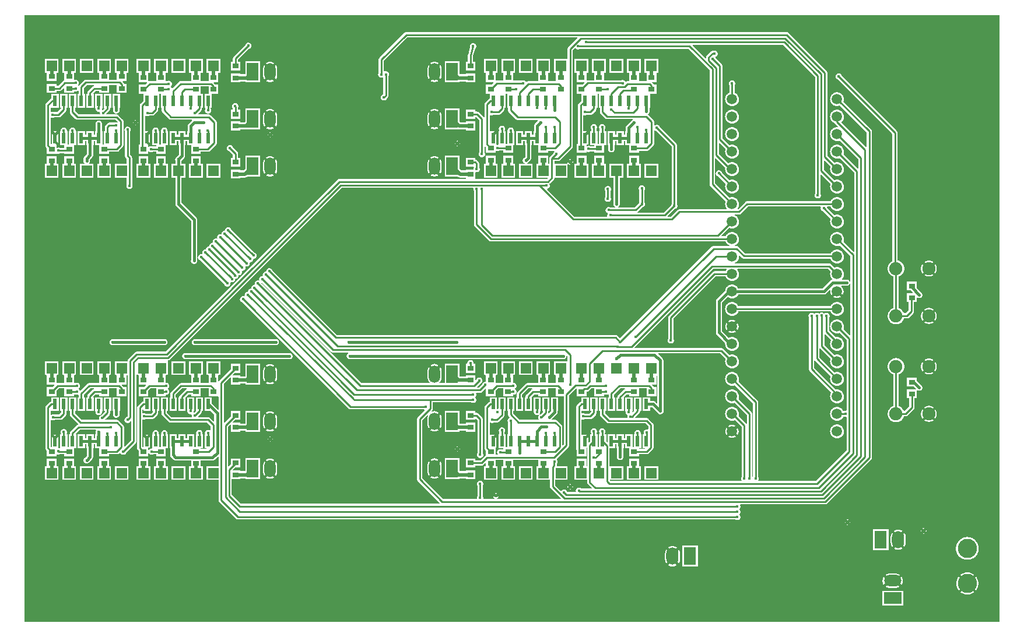
<source format=gbl>
G04*
G04 #@! TF.GenerationSoftware,Altium Limited,Altium Designer,18.1.6 (161)*
G04*
G04 Layer_Physical_Order=2*
G04 Layer_Color=16711680*
%FSTAX24Y24*%
%MOIN*%
G70*
G01*
G75*
%ADD21C,0.0100*%
%ADD24R,0.0354X0.0315*%
%ADD43C,0.0150*%
%ADD44C,0.0750*%
%ADD45C,0.0591*%
%ADD46R,0.0591X0.0591*%
%ADD47C,0.1100*%
%ADD48R,0.0700X0.1000*%
%ADD49O,0.0700X0.1000*%
%ADD50R,0.1000X0.0650*%
%ADD51O,0.1000X0.0650*%
%ADD52R,0.0650X0.1000*%
%ADD53O,0.0650X0.1000*%
%ADD54C,0.0157*%
%ADD55R,0.0217X0.0591*%
%ADD56C,0.0200*%
G36*
X06575Y01355D02*
X01D01*
Y04825D01*
X06575D01*
Y01355D01*
D02*
G37*
%LPC*%
G36*
X03345Y045587D02*
X033415Y045586D01*
X03338Y045581D01*
X033345Y045574D01*
X033311Y045563D01*
X033279Y045549D01*
X033247Y045533D01*
X033221Y045517D01*
X03345Y045288D01*
X033679Y045517D01*
X033653Y045533D01*
X033621Y045549D01*
X033589Y045563D01*
X033555Y045574D01*
X03352Y045581D01*
X033485Y045586D01*
X03345Y045587D01*
D02*
G37*
G36*
X02405Y04558D02*
X024015Y045579D01*
X02398Y045574D01*
X023945Y045567D01*
X023911Y045556D01*
X023879Y045542D01*
X023847Y045526D01*
X023821Y04551D01*
X02405Y045281D01*
X024279Y04551D01*
X024253Y045526D01*
X024221Y045542D01*
X024189Y045556D01*
X024155Y045567D01*
X02412Y045574D01*
X024085Y045579D01*
X02405Y04558D01*
D02*
G37*
G36*
X033785Y045411D02*
X033503Y045129D01*
X03345Y045182D01*
X033397Y045129D01*
X033115Y045411D01*
X033099Y045385D01*
X033083Y045353D01*
X033069Y045321D01*
X033058Y045287D01*
X033051Y045252D01*
X033046Y045217D01*
X033045Y045182D01*
Y044832D01*
X033046Y044797D01*
X033051Y044762D01*
X033058Y044727D01*
X033069Y044693D01*
X033083Y044661D01*
X033099Y044629D01*
X033115Y044603D01*
X033397Y044885D01*
X03345Y044832D01*
X033503Y044885D01*
X033785Y044603D01*
X033801Y044629D01*
X033817Y044661D01*
X033831Y044693D01*
X033842Y044727D01*
X033849Y044762D01*
X033854Y044797D01*
X033855Y044832D01*
Y045182D01*
X033854Y045217D01*
X033849Y045252D01*
X033842Y045287D01*
X033831Y045321D01*
X033817Y045353D01*
X033801Y045385D01*
X033785Y045411D01*
D02*
G37*
G36*
X03565Y04665D02*
X035627Y046649D01*
X035604Y046644D01*
X035581Y046637D01*
X03556Y046626D01*
X035541Y046613D01*
X035523Y046598D01*
X035508Y04658D01*
X035495Y046561D01*
X035485Y04654D01*
X035477Y046518D01*
X035472Y046495D01*
X035471Y046471D01*
X035472Y046448D01*
X035477Y046425D01*
X035479Y04642D01*
X035356Y045992D01*
X035355Y04599D01*
X035355Y045989D01*
X035353Y045981D01*
X035351Y045972D01*
X035351Y045971D01*
X035351Y04597D01*
X03535Y045961D01*
X03535Y045953D01*
X03535Y045951D01*
X03535Y04595D01*
Y045592D01*
X035223D01*
Y045077D01*
X035777D01*
Y045592D01*
X03565D01*
Y045929D01*
X035768Y046337D01*
X035777Y046345D01*
X035792Y046362D01*
X035805Y046382D01*
X035815Y046403D01*
X035823Y046425D01*
X035828Y046448D01*
X035829Y046471D01*
X035828Y046495D01*
X035823Y046518D01*
X035815Y04654D01*
X035805Y046561D01*
X035792Y04658D01*
X035777Y046598D01*
X035759Y046613D01*
X03574Y046626D01*
X035719Y046637D01*
X035696Y046644D01*
X035673Y046649D01*
X03565Y04665D01*
D02*
G37*
G36*
X0228Y046679D02*
X022777Y046678D01*
X022754Y046673D01*
X022731Y046665D01*
X02271Y046655D01*
X022691Y046642D01*
X022673Y046627D01*
X022658Y046609D01*
X022645Y04659D01*
X022635Y046569D01*
X022627Y046546D01*
X022625Y046538D01*
X021964Y045876D01*
X021951Y045862D01*
X02194Y045845D01*
X021931Y045828D01*
X021925Y045809D01*
X021921Y04579D01*
X02192Y04577D01*
Y045592D01*
X021793D01*
Y045077D01*
X022347D01*
Y045592D01*
X02222D01*
Y045708D01*
X022838Y046325D01*
X022846Y046327D01*
X022869Y046335D01*
X02289Y046345D01*
X022909Y046358D01*
X022927Y046373D01*
X022942Y046391D01*
X022955Y04641D01*
X022965Y046431D01*
X022973Y046454D01*
X022978Y046477D01*
X022979Y0465D01*
X022978Y046523D01*
X022973Y046546D01*
X022965Y046569D01*
X022955Y04659D01*
X022942Y046609D01*
X022927Y046627D01*
X022909Y046642D01*
X02289Y046655D01*
X022869Y046665D01*
X022846Y046673D01*
X022823Y046678D01*
X0228Y046679D01*
D02*
G37*
G36*
X039055Y045745D02*
X038265D01*
Y044955D01*
X039055D01*
Y045745D01*
D02*
G37*
G36*
X019195D02*
X018405D01*
Y044955D01*
X019195D01*
Y045745D01*
D02*
G37*
G36*
X013955D02*
X013165D01*
Y044955D01*
X013955D01*
Y045745D01*
D02*
G37*
G36*
X023475Y0456D02*
X022625D01*
Y044866D01*
X022347D01*
Y044923D01*
X021793D01*
Y044408D01*
X022347D01*
Y044465D01*
X022625D01*
Y0444D01*
X023475D01*
Y0456D01*
D02*
G37*
G36*
X023715Y045404D02*
X023699Y045378D01*
X023683Y045346D01*
X023669Y045314D01*
X023658Y04528D01*
X023651Y045245D01*
X023646Y04521D01*
X023645Y045175D01*
Y044825D01*
X023646Y04479D01*
X023651Y044755D01*
X023658Y04472D01*
X023669Y044686D01*
X023683Y044654D01*
X023699Y044622D01*
X023715Y044596D01*
X023997Y044878D01*
X02405Y044825D01*
X024103Y044878D01*
X024385Y044596D01*
X024401Y044622D01*
X024417Y044654D01*
X024431Y044686D01*
X024442Y04472D01*
X024449Y044755D01*
X024454Y04479D01*
X024455Y044825D01*
Y045175D01*
X024454Y04521D01*
X024449Y045245D01*
X024442Y04528D01*
X024431Y045314D01*
X024417Y045346D01*
X024401Y045378D01*
X024385Y045404D01*
X024103Y045122D01*
X02405Y045175D01*
X023997Y045122D01*
X023715Y045404D01*
D02*
G37*
G36*
X015955Y045745D02*
X015165D01*
Y044955D01*
X015283D01*
Y04455D01*
X014837D01*
Y044955D01*
X014955D01*
Y045745D01*
X014165D01*
Y044955D01*
X014283D01*
Y04455D01*
X0135D01*
X01348Y044549D01*
X013461Y044545D01*
X013442Y044539D01*
X013425Y04453D01*
X013408Y044519D01*
X013394Y044506D01*
X013394Y044506D01*
X013144Y044256D01*
X013131Y044242D01*
X01312Y044225D01*
X013077Y044218D01*
X01306Y044237D01*
X01306Y044253D01*
X013069Y044264D01*
X013082Y044283D01*
X013093Y044304D01*
X0131Y044326D01*
X013105Y044349D01*
X013106Y044373D01*
X013105Y044396D01*
X0131Y044419D01*
X013093Y044441D01*
X013082Y044462D01*
X013069Y044482D01*
X013054Y044499D01*
X013036Y044515D01*
X013017Y044528D01*
X012996Y044538D01*
X012974Y044546D01*
X012951Y04455D01*
X012927Y044552D01*
X012904Y04455D01*
X012881Y044546D01*
X012877Y044544D01*
X012841Y044566D01*
X012837Y044572D01*
Y044955D01*
X012955D01*
Y045745D01*
X012165D01*
Y044955D01*
X012283D01*
Y044518D01*
X012282Y044518D01*
X012263Y044512D01*
X012246Y044503D01*
X012229Y044492D01*
X012214Y044479D01*
X011951Y044216D01*
X011837D01*
Y044323D01*
X011283D01*
Y043808D01*
X011837D01*
Y043915D01*
X012013D01*
X012033Y043916D01*
X012052Y04392D01*
X012071Y043926D01*
X012088Y043935D01*
X012105Y043946D01*
X01212Y043959D01*
X012246Y044086D01*
X012283Y044071D01*
Y043808D01*
X012837D01*
Y043878D01*
X012841Y043884D01*
X012877Y043902D01*
X012881Y0439D01*
X012904Y043892D01*
X012927Y043888D01*
X01295Y043886D01*
X012973Y043888D01*
X012996Y043892D01*
X013019Y0439D01*
X01304Y04391D01*
X013059Y043923D01*
X01306Y043924D01*
X0131Y043907D01*
Y043745D01*
X013042D01*
Y042955D01*
X013458D01*
Y043745D01*
X0134D01*
Y044088D01*
X013562Y04425D01*
X013971D01*
X013976Y044211D01*
X013958Y044204D01*
X01394Y044196D01*
X013924Y044185D01*
X013909Y044172D01*
X013644Y043906D01*
X013631Y043892D01*
X01362Y043875D01*
X013611Y043858D01*
X013605Y043839D01*
X013601Y04382D01*
X0136Y0438D01*
Y043745D01*
X013542D01*
Y042955D01*
X013958D01*
Y043745D01*
X013958D01*
X013944Y043781D01*
X014078Y043915D01*
X014283D01*
Y043808D01*
X014837D01*
Y04425D01*
X015283D01*
Y043808D01*
X015837D01*
Y044323D01*
X015706D01*
X015705Y044329D01*
X015699Y044348D01*
X01569Y044365D01*
X015679Y044382D01*
X015666Y044396D01*
X015622Y044441D01*
X015637Y044477D01*
X015837D01*
Y044955D01*
X015955D01*
Y045745D01*
D02*
G37*
G36*
X011955D02*
X011165D01*
Y044955D01*
X011283D01*
Y044477D01*
X011837D01*
Y044955D01*
X011955D01*
Y045745D01*
D02*
G37*
G36*
X021195D02*
X020405D01*
Y044955D01*
X020489D01*
X020523Y044942D01*
Y044473D01*
X020077D01*
Y044942D01*
X020111Y044955D01*
X020195D01*
Y045745D01*
X019405D01*
Y044955D01*
X019489D01*
X019523Y044942D01*
Y044473D01*
X018923D01*
X018903Y044472D01*
X018884Y044468D01*
X018865Y044462D01*
X018848Y044453D01*
X018831Y044442D01*
X018817Y044429D01*
X01846Y044073D01*
X018416Y044084D01*
X018415Y044084D01*
X018405Y044105D01*
X018392Y044124D01*
X018377Y044142D01*
X018375Y044144D01*
X018371Y044151D01*
Y044187D01*
X018375Y044194D01*
X018377Y044196D01*
X018392Y044214D01*
X018405Y044233D01*
X018415Y044254D01*
X018423Y044276D01*
X018428Y044299D01*
X018429Y044323D01*
X018428Y044346D01*
X018423Y044369D01*
X018415Y044391D01*
X018405Y044412D01*
X018392Y044432D01*
X018377Y044449D01*
X018359Y044465D01*
X01834Y044478D01*
X018319Y044488D01*
X018296Y044496D01*
X018273Y0445D01*
X01825Y044502D01*
X018227Y0445D01*
X018204Y044496D01*
X018181Y044488D01*
X01816Y044478D01*
X018153Y044473D01*
X018077D01*
Y044942D01*
X018111Y044955D01*
X018195D01*
Y045745D01*
X017405D01*
Y044955D01*
X017489D01*
X017523Y044942D01*
Y044473D01*
X017162D01*
X017162Y044473D01*
X017142Y044472D01*
X017123Y044468D01*
X017117Y044466D01*
X017087Y044481D01*
X017077Y044492D01*
Y044942D01*
X017111Y044955D01*
X017195D01*
Y045745D01*
X016405D01*
Y044955D01*
X016489D01*
X016523Y044942D01*
Y044427D01*
X017002D01*
X017017Y044391D01*
X016899Y044273D01*
X016523D01*
Y043758D01*
X016758D01*
X016792Y043745D01*
X016792Y043719D01*
Y043354D01*
X016635Y043198D01*
X016622Y043183D01*
X016612Y043167D01*
X016603Y043149D01*
X016597Y043131D01*
X016593Y043111D01*
X016591Y043092D01*
Y040842D01*
X016523D01*
Y040327D01*
X017077D01*
Y040433D01*
X017087Y040441D01*
X017117Y04045D01*
X017126Y040443D01*
X017145Y04043D01*
X017166Y040419D01*
X017188Y040412D01*
X017211Y040407D01*
X017235Y040406D01*
X017258Y040407D01*
X017281Y040412D01*
X017303Y040419D01*
X017324Y04043D01*
X017331Y040434D01*
X017523D01*
Y040327D01*
X018077D01*
Y040829D01*
X018208D01*
Y041619D01*
X018208D01*
X018179Y04165D01*
X018178Y041673D01*
X018173Y041696D01*
X018165Y041719D01*
X018155Y04174D01*
X018142Y041759D01*
X018127Y041777D01*
X018109Y041792D01*
X01809Y041805D01*
X018069Y041815D01*
X018046Y041823D01*
X018023Y041828D01*
X018Y041829D01*
X017977Y041828D01*
X017954Y041823D01*
X017931Y041815D01*
X01791Y041805D01*
X017891Y041792D01*
X017873Y041777D01*
X017858Y041759D01*
X017845Y04174D01*
X017835Y041719D01*
X017827Y041696D01*
X017822Y041673D01*
X017821Y04165D01*
X017792Y041619D01*
X017792D01*
Y040842D01*
X017708D01*
Y041619D01*
X017708D01*
X017679Y04165D01*
X017678Y041673D01*
X017673Y041696D01*
X017665Y041719D01*
X017655Y04174D01*
X017642Y041759D01*
X017627Y041777D01*
X017609Y041792D01*
X01759Y041805D01*
X017569Y041815D01*
X017546Y041823D01*
X017523Y041828D01*
X0175Y041829D01*
X017477Y041828D01*
X017454Y041823D01*
X017431Y041815D01*
X01741Y041805D01*
X017391Y041792D01*
X017373Y041777D01*
X017358Y041759D01*
X017345Y04174D01*
X017335Y041719D01*
X017327Y041696D01*
X017322Y041673D01*
X017321Y04165D01*
X017292Y041619D01*
X017292D01*
Y040829D01*
X017523D01*
Y040735D01*
X017331D01*
X017324Y04074D01*
X017303Y04075D01*
X017281Y040758D01*
X017258Y040762D01*
X017235Y040764D01*
X017211Y040762D01*
X017188Y040758D01*
X017166Y04075D01*
X017145Y04074D01*
X017126Y040727D01*
X017117Y040719D01*
X017087Y040728D01*
X017077Y040736D01*
Y040842D01*
X017087Y040844D01*
X016947Y040984D01*
X017053Y04109D01*
X017188Y040955D01*
Y041493D01*
X017053Y041358D01*
X016947Y041464D01*
X017082Y041599D01*
X016892D01*
Y042499D01*
X016903Y042508D01*
X016931Y042516D01*
X016941Y042508D01*
X01696Y042495D01*
X016981Y042485D01*
X017004Y042477D01*
X017027Y042472D01*
X01705Y042471D01*
X017073Y042472D01*
X017096Y042477D01*
X017119Y042485D01*
X01714Y042495D01*
X017147Y0425D01*
X0173D01*
X01732Y042501D01*
X017339Y042505D01*
X017358Y042511D01*
X017375Y04252D01*
X017392Y042531D01*
X017406Y042544D01*
X017606Y042744D01*
X017619Y042758D01*
X01763Y042775D01*
X017639Y042792D01*
X017645Y042811D01*
X017649Y04283D01*
X01765Y04285D01*
X01765Y04285D01*
Y042955D01*
X017708D01*
Y043719D01*
X017708Y043745D01*
X017742Y043758D01*
X017758D01*
X017792Y043745D01*
X017792Y043719D01*
Y042955D01*
X01785D01*
Y0428D01*
X017851Y04278D01*
X017855Y042761D01*
X017861Y042742D01*
X01787Y042725D01*
X017881Y042708D01*
X017894Y042694D01*
X018272Y042315D01*
X018287Y042302D01*
X018304Y042291D01*
X018321Y042282D01*
X01834Y042276D01*
X018359Y042272D01*
X018379Y042271D01*
X019571D01*
X019576Y042264D01*
X019585Y042232D01*
X019576Y042224D01*
X019376Y042024D01*
X019361Y042007D01*
X019348Y041988D01*
X019338Y041967D01*
X019331Y041945D01*
X019326Y041923D01*
X019325Y0419D01*
Y041619D01*
X019292D01*
Y041399D01*
X019208D01*
Y041619D01*
X018792D01*
Y041399D01*
X018708D01*
Y041619D01*
X018292D01*
Y040829D01*
X018708D01*
Y041049D01*
X018792D01*
Y040829D01*
X018825D01*
Y040273D01*
X0187Y040148D01*
X018691Y040142D01*
X018673Y040127D01*
X018658Y040109D01*
X018645Y04009D01*
X018635Y040069D01*
X018627Y040046D01*
X018622Y040023D01*
X018621Y04D01*
X018622Y039977D01*
X018625Y039965D01*
Y039745D01*
X018405D01*
Y038955D01*
X018625D01*
Y03745D01*
X018626Y037427D01*
X018631Y037405D01*
X018638Y037383D01*
X018648Y037362D01*
X018661Y037343D01*
X018676Y037326D01*
X019525Y036477D01*
Y034235D01*
X019522Y034223D01*
X019521Y0342D01*
X019522Y034177D01*
X019527Y034154D01*
X019535Y034131D01*
X019545Y03411D01*
X019558Y034091D01*
X019573Y034073D01*
X019591Y034058D01*
X01961Y034045D01*
X019631Y034035D01*
X019654Y034027D01*
X019677Y034022D01*
X0197Y034021D01*
X019723Y034022D01*
X019746Y034027D01*
X019769Y034035D01*
X01979Y034045D01*
X019809Y034058D01*
X019827Y034073D01*
X019842Y034091D01*
X019855Y03411D01*
X019865Y034131D01*
X019873Y034154D01*
X019878Y034177D01*
X019879Y0342D01*
X019878Y034223D01*
X019875Y034235D01*
Y03655D01*
X019874Y036573D01*
X019869Y036595D01*
X019862Y036617D01*
X019852Y036638D01*
X019839Y036657D01*
X019824Y036674D01*
X018975Y037523D01*
Y038955D01*
X019195D01*
Y039745D01*
X018975D01*
Y039927D01*
X019124Y040076D01*
X019139Y040093D01*
X019152Y040112D01*
X019162Y040133D01*
X019169Y040155D01*
X019174Y040177D01*
X019175Y0402D01*
Y040829D01*
X019208D01*
Y041049D01*
X019292D01*
Y040829D01*
X019523D01*
Y040327D01*
X020077D01*
Y040434D01*
X020485D01*
X020504Y040436D01*
X020524Y040439D01*
X020542Y040446D01*
X02056Y040454D01*
X020576Y040465D01*
X020591Y040478D01*
X020956Y040844D01*
X020956Y040844D01*
X020969Y040858D01*
X02098Y040875D01*
X020989Y040892D01*
X020995Y040911D01*
X020999Y04093D01*
X021Y04095D01*
X021Y04095D01*
Y0421D01*
X020999Y04212D01*
X020995Y042139D01*
X020989Y042158D01*
X02098Y042175D01*
X020969Y042192D01*
X020956Y042206D01*
X020635Y042528D01*
X02062Y042541D01*
X020604Y042551D01*
X020586Y04256D01*
X020568Y042566D01*
X020548Y04257D01*
X020529Y042572D01*
X019954D01*
X019935Y042591D01*
X019924Y042611D01*
X019925Y042612D01*
X020106Y042794D01*
X020106Y042794D01*
X020119Y042808D01*
X02013Y042825D01*
X020139Y042842D01*
X020145Y042861D01*
X020149Y04288D01*
X02015Y0429D01*
Y042955D01*
X020208D01*
Y043745D01*
X020111D01*
X020077Y043758D01*
X020077Y043785D01*
Y044173D01*
X020523D01*
X020523Y043758D01*
X020489Y043745D01*
X020292D01*
Y042955D01*
X02035D01*
Y042897D01*
X020345Y04289D01*
X020335Y042869D01*
X020327Y042846D01*
X020322Y042823D01*
X020321Y0428D01*
X020322Y042777D01*
X020327Y042754D01*
X020335Y042731D01*
X020345Y04271D01*
X020358Y042691D01*
X020373Y042673D01*
X020391Y042658D01*
X02041Y042645D01*
X020431Y042635D01*
X020454Y042627D01*
X020477Y042622D01*
X0205Y042621D01*
X020523Y042622D01*
X020546Y042627D01*
X020569Y042635D01*
X02059Y042645D01*
X020609Y042658D01*
X020627Y042673D01*
X020642Y042691D01*
X020655Y04271D01*
X020665Y042731D01*
X020673Y042754D01*
X020678Y042777D01*
X020679Y0428D01*
X020678Y042823D01*
X020673Y042846D01*
X020665Y042869D01*
X020655Y04289D01*
X02065Y042897D01*
Y042955D01*
X020708D01*
Y043719D01*
X020708Y043745D01*
X020742Y043758D01*
X021077D01*
Y044273D01*
X020925D01*
X020919Y044282D01*
X020906Y044296D01*
X020906Y044296D01*
X020812Y044391D01*
X020827Y044427D01*
X021077D01*
Y044942D01*
X021111Y044955D01*
X021195D01*
Y045745D01*
D02*
G37*
G36*
X03345Y044726D02*
X033221Y044497D01*
X033247Y044481D01*
X033279Y044465D01*
X033311Y044451D01*
X033345Y04444D01*
X03338Y044433D01*
X033415Y044428D01*
X03345Y044427D01*
X033485Y044428D01*
X03352Y044433D01*
X033555Y04444D01*
X033589Y044451D01*
X033621Y044465D01*
X033653Y044481D01*
X033679Y044497D01*
X03345Y044726D01*
D02*
G37*
G36*
X02405Y044719D02*
X023821Y04449D01*
X023847Y044474D01*
X023879Y044458D01*
X023911Y044444D01*
X023945Y044433D01*
X02398Y044426D01*
X024015Y044421D01*
X02405Y04442D01*
X024085Y044421D01*
X02412Y044426D01*
X024155Y044433D01*
X024189Y044444D01*
X024221Y044458D01*
X024253Y044474D01*
X024279Y04449D01*
X02405Y044719D01*
D02*
G37*
G36*
X034875Y045607D02*
X034025D01*
Y044407D01*
X034875D01*
Y044465D01*
X035223D01*
Y044408D01*
X035777D01*
Y044923D01*
X035223D01*
Y044866D01*
X034875D01*
Y045607D01*
D02*
G37*
G36*
X05045Y044529D02*
X050427Y044528D01*
X050404Y044523D01*
X050381Y044515D01*
X05036Y044505D01*
X050341Y044492D01*
X050323Y044477D01*
X050308Y044459D01*
X050295Y04444D01*
X050285Y044419D01*
X050277Y044396D01*
X050272Y044373D01*
X050271Y04435D01*
X050272Y044327D01*
X050277Y044304D01*
X050285Y044281D01*
X050295Y04426D01*
X0503Y044253D01*
Y043816D01*
X050277Y043806D01*
X050247Y043789D01*
X050218Y04377D01*
X050191Y043749D01*
X050166Y043725D01*
X050143Y0437D01*
X050122Y043672D01*
X050104Y043642D01*
X050089Y043612D01*
X050076Y043579D01*
X050066Y043546D01*
X050059Y043513D01*
X050055Y043478D01*
X050054Y043444D01*
X050056Y043409D01*
X050061Y043375D01*
X050069Y043342D01*
X05008Y043309D01*
X050094Y043277D01*
X050111Y043247D01*
X05013Y043218D01*
X050151Y043191D01*
X050175Y043166D01*
X0502Y043143D01*
X050228Y043122D01*
X050258Y043104D01*
X050288Y043089D01*
X050321Y043076D01*
X050354Y043066D01*
X050387Y043059D01*
X050422Y043055D01*
X050456Y043054D01*
X050491Y043056D01*
X050525Y043061D01*
X050558Y043069D01*
X050591Y04308D01*
X050623Y043094D01*
X050653Y043111D01*
X050682Y04313D01*
X050709Y043151D01*
X050734Y043175D01*
X050757Y0432D01*
X050778Y043228D01*
X050796Y043258D01*
X050811Y043288D01*
X050824Y043321D01*
X050834Y043354D01*
X050841Y043387D01*
X050845Y043422D01*
X050846Y043456D01*
X050844Y043491D01*
X050839Y043525D01*
X050831Y043558D01*
X05082Y043591D01*
X050806Y043623D01*
X050789Y043653D01*
X05077Y043682D01*
X050749Y043709D01*
X050725Y043734D01*
X0507Y043757D01*
X050672Y043778D01*
X050642Y043796D01*
X050612Y043811D01*
X0506Y043816D01*
Y044253D01*
X050605Y04426D01*
X050615Y044281D01*
X050623Y044304D01*
X050628Y044327D01*
X050629Y04435D01*
X050628Y044373D01*
X050623Y044396D01*
X050615Y044419D01*
X050605Y04444D01*
X050592Y044459D01*
X050577Y044477D01*
X050559Y044492D01*
X05054Y044505D01*
X050519Y044515D01*
X050496Y044523D01*
X050473Y044528D01*
X05045Y044529D01*
D02*
G37*
G36*
X014958Y043745D02*
X014542D01*
Y042955D01*
X014542D01*
X014556Y042919D01*
X014462Y042825D01*
X014454Y042823D01*
X014423Y042854D01*
X014428Y042877D01*
X014429Y0429D01*
X014428Y042915D01*
X014433Y042926D01*
X014458Y042955D01*
X014458Y042955D01*
X014458Y042955D01*
Y043745D01*
X014042D01*
Y042955D01*
X014042D01*
X014067Y042926D01*
X014072Y042915D01*
X014071Y0429D01*
X014072Y042877D01*
X014077Y042854D01*
X014085Y042831D01*
X014095Y04281D01*
X014108Y042791D01*
X014123Y042773D01*
X014141Y042758D01*
X01416Y042745D01*
X014181Y042735D01*
X014204Y042727D01*
X014227Y042722D01*
X01425Y042721D01*
X014273Y042722D01*
X014296Y042727D01*
X014327Y042696D01*
X014322Y042673D01*
X014321Y04265D01*
X014322Y042627D01*
X014326Y042611D01*
X014315Y042591D01*
X014296Y042572D01*
X013091D01*
X0129Y042762D01*
Y042955D01*
X012958D01*
Y043745D01*
X012542D01*
Y042955D01*
X0126D01*
Y0427D01*
X012601Y04268D01*
X012605Y042661D01*
X012611Y042642D01*
X01262Y042625D01*
X012631Y042608D01*
X012644Y042594D01*
X012922Y042315D01*
X012937Y042302D01*
X012954Y042291D01*
X012971Y042282D01*
X01299Y042276D01*
X013009Y042272D01*
X013029Y042271D01*
X015216D01*
X015337Y04215D01*
X015319Y042115D01*
X015296Y042123D01*
X015273Y042128D01*
X01525Y042129D01*
X015227Y042128D01*
X015204Y042123D01*
X015181Y042115D01*
X01516Y042105D01*
X015153Y0421D01*
X01485D01*
X01483Y042099D01*
X014811Y042095D01*
X014792Y042089D01*
X014775Y04208D01*
X014758Y042069D01*
X014744Y042056D01*
X014744Y042056D01*
X014644Y041956D01*
X014631Y041942D01*
X01462Y041925D01*
X014611Y041908D01*
X014605Y041889D01*
X014601Y04187D01*
X0146Y04185D01*
Y041619D01*
X014542D01*
Y040842D01*
X014458D01*
Y041619D01*
X014425D01*
Y042015D01*
X014428Y042027D01*
X014429Y04205D01*
X014428Y042073D01*
X014423Y042096D01*
X014415Y042119D01*
X014405Y04214D01*
X014392Y042159D01*
X014377Y042177D01*
X014359Y042192D01*
X01434Y042205D01*
X014319Y042215D01*
X014296Y042223D01*
X014273Y042228D01*
X01425Y042229D01*
X014227Y042228D01*
X014204Y042223D01*
X014181Y042215D01*
X01416Y042205D01*
X014141Y042192D01*
X014123Y042177D01*
X014108Y042159D01*
X014095Y04214D01*
X014085Y042119D01*
X014077Y042096D01*
X014072Y042073D01*
X014071Y04205D01*
X014072Y042027D01*
X014075Y042015D01*
Y041619D01*
X014042D01*
Y041399D01*
X013958D01*
Y041619D01*
X013542D01*
Y041399D01*
X013458D01*
Y041619D01*
X013042D01*
Y040829D01*
X013458D01*
Y041049D01*
X013542D01*
Y040829D01*
X013575D01*
Y040313D01*
X013436Y040174D01*
X013421Y040157D01*
X013408Y040138D01*
X013398Y040117D01*
X013391Y040095D01*
X013386Y040073D01*
X013385Y04005D01*
Y039935D01*
X013382Y039923D01*
X013381Y0399D01*
X013382Y039877D01*
X013387Y039854D01*
X013395Y039831D01*
X013405Y03981D01*
X013418Y039791D01*
X013423Y039785D01*
X013409Y039748D01*
X013407Y039745D01*
X013165D01*
Y038955D01*
X013955D01*
Y039745D01*
X013713D01*
X013711Y039748D01*
X013697Y039785D01*
X013702Y039791D01*
X013715Y03981D01*
X013725Y039831D01*
X013733Y039854D01*
X013738Y039877D01*
X013739Y0399D01*
X013738Y039923D01*
X013735Y039935D01*
Y039977D01*
X013874Y040116D01*
X013889Y040133D01*
X013902Y040152D01*
X013912Y040173D01*
X013919Y040195D01*
X013924Y040217D01*
X013925Y04024D01*
Y040829D01*
X013958D01*
Y041049D01*
X014042D01*
Y040829D01*
X014283D01*
Y040327D01*
X014837D01*
Y040434D01*
X015285D01*
X015304Y040436D01*
X015324Y040439D01*
X015342Y040446D01*
X01536Y040454D01*
X015376Y040465D01*
X015391Y040478D01*
X015615Y040702D01*
X015628Y040717D01*
X015638Y040733D01*
X015647Y040751D01*
X015653Y040769D01*
X015657Y040789D01*
X015659Y040808D01*
Y042192D01*
X015659Y042192D01*
X015657Y042211D01*
X015653Y042231D01*
X015647Y042249D01*
X015638Y042267D01*
X015628Y042283D01*
X015615Y042298D01*
X015615Y042298D01*
X015385Y042528D01*
X01537Y042541D01*
X015354Y042551D01*
X015336Y04256D01*
X015318Y042566D01*
X015298Y04257D01*
X015279Y042572D01*
X014704D01*
X014685Y042591D01*
X014674Y042611D01*
X014675Y042612D01*
X014856Y042794D01*
X014856Y042794D01*
X014869Y042808D01*
X01488Y042825D01*
X014889Y042842D01*
X014895Y042861D01*
X014899Y04288D01*
X0149Y0429D01*
Y042955D01*
X014958D01*
Y043745D01*
D02*
G37*
G36*
X012458D02*
X012042D01*
Y042955D01*
X0121D01*
Y042912D01*
X011888Y0427D01*
X011697D01*
X01169Y042705D01*
X011669Y042715D01*
X011646Y042723D01*
X011623Y042728D01*
X0116Y042729D01*
X011577Y042728D01*
X011554Y042723D01*
X01154Y042718D01*
X011517Y042729D01*
X0115Y042744D01*
Y043002D01*
X011502Y043004D01*
X011542Y042983D01*
Y042955D01*
X011958D01*
Y043745D01*
X011542D01*
Y043489D01*
X011525Y04348D01*
X011508Y043469D01*
X011494Y043456D01*
X011494Y043456D01*
X011244Y043206D01*
X011231Y043192D01*
X01122Y043175D01*
X011211Y043158D01*
X011205Y043139D01*
X011201Y04312D01*
X0112Y0431D01*
Y040795D01*
X011201Y040775D01*
X011205Y040756D01*
X011211Y040737D01*
X01122Y040719D01*
X011231Y040703D01*
X011244Y040688D01*
X011283Y040649D01*
Y040327D01*
X011837D01*
X011837Y040327D01*
X011877Y040337D01*
X011881Y040335D01*
X011904Y040327D01*
X011927Y040322D01*
X01195Y040321D01*
X011973Y040322D01*
X011996Y040327D01*
X012019Y040335D01*
X01204Y040345D01*
X012047Y04035D01*
X012283D01*
Y040327D01*
X012837D01*
Y040829D01*
X012958D01*
Y041619D01*
X012958D01*
X012929Y04165D01*
X012928Y041673D01*
X012923Y041696D01*
X012915Y041719D01*
X012905Y04174D01*
X012892Y041759D01*
X012877Y041777D01*
X012859Y041792D01*
X01284Y041805D01*
X012819Y041815D01*
X012796Y041823D01*
X012773Y041828D01*
X01275Y041829D01*
X012727Y041828D01*
X012704Y041823D01*
X012681Y041815D01*
X01266Y041805D01*
X012641Y041792D01*
X012623Y041777D01*
X012608Y041759D01*
X012595Y04174D01*
X012585Y041719D01*
X012577Y041696D01*
X012572Y041673D01*
X012571Y04165D01*
X012542Y041619D01*
X012542D01*
Y040842D01*
X012458D01*
Y041619D01*
X012458D01*
X012429Y04165D01*
X012428Y041673D01*
X012423Y041696D01*
X012415Y041719D01*
X012405Y04174D01*
X012392Y041759D01*
X012377Y041777D01*
X012359Y041792D01*
X01234Y041805D01*
X012319Y041815D01*
X012296Y041823D01*
X012273Y041828D01*
X01225Y041829D01*
X012227Y041828D01*
X012204Y041823D01*
X012181Y041815D01*
X01216Y041805D01*
X012141Y041792D01*
X012123Y041777D01*
X012108Y041759D01*
X012095Y04174D01*
X012085Y041719D01*
X012077Y041696D01*
X012072Y041673D01*
X012071Y04165D01*
X012042Y041619D01*
X012042D01*
Y040829D01*
X012283D01*
Y04065D01*
X012047D01*
X01204Y040655D01*
X012019Y040665D01*
X011996Y040673D01*
X011973Y040678D01*
X01195Y040679D01*
X011927Y040678D01*
X011904Y040673D01*
X011881Y040665D01*
X011877Y040663D01*
X011841Y040682D01*
X011837Y040687D01*
X011837Y040842D01*
X011839Y040842D01*
X011697Y040984D01*
X011803Y04109D01*
X011938Y040955D01*
Y041493D01*
X011803Y041358D01*
X01175Y041411D01*
X011697Y041358D01*
X011562Y041493D01*
X011562Y040869D01*
X011522Y040853D01*
X0115Y040869D01*
Y042356D01*
X011517Y042371D01*
X01154Y042382D01*
X011554Y042377D01*
X011577Y042372D01*
X0116Y042371D01*
X011623Y042372D01*
X011646Y042377D01*
X011669Y042385D01*
X01169Y042395D01*
X011697Y0424D01*
X01195D01*
X01197Y042401D01*
X011989Y042405D01*
X012008Y042411D01*
X012025Y04242D01*
X012042Y042431D01*
X012056Y042444D01*
X012356Y042744D01*
X012369Y042758D01*
X01238Y042775D01*
X012389Y042792D01*
X012395Y042811D01*
X012399Y04283D01*
X0124Y04285D01*
Y042955D01*
X012458D01*
Y043745D01*
D02*
G37*
G36*
X015458D02*
X015042D01*
Y042955D01*
X015075D01*
Y042835D01*
X015072Y042823D01*
X015071Y0428D01*
X015072Y042777D01*
X015077Y042754D01*
X015085Y042731D01*
X015095Y04271D01*
X015108Y042691D01*
X015123Y042673D01*
X015141Y042658D01*
X01516Y042645D01*
X015181Y042635D01*
X015204Y042627D01*
X015227Y042622D01*
X01525Y042621D01*
X015273Y042622D01*
X015296Y042627D01*
X015319Y042635D01*
X01534Y042645D01*
X015359Y042658D01*
X015377Y042673D01*
X015392Y042691D01*
X015405Y04271D01*
X015415Y042731D01*
X015423Y042754D01*
X015428Y042777D01*
X015429Y0428D01*
X015428Y042823D01*
X015425Y042835D01*
Y042955D01*
X015458D01*
Y043745D01*
D02*
G37*
G36*
X03345Y042887D02*
X033415Y042886D01*
X03338Y042881D01*
X033345Y042874D01*
X033311Y042863D01*
X033279Y042849D01*
X033247Y042833D01*
X033221Y042817D01*
X03345Y042588D01*
X033679Y042817D01*
X033653Y042833D01*
X033621Y042849D01*
X033589Y042863D01*
X033555Y042874D01*
X03352Y042881D01*
X033485Y042886D01*
X03345Y042887D01*
D02*
G37*
G36*
X02405Y04288D02*
X024015Y042879D01*
X02398Y042874D01*
X023945Y042867D01*
X023911Y042856D01*
X023879Y042842D01*
X023847Y042826D01*
X023821Y04281D01*
X02405Y042581D01*
X024279Y04281D01*
X024253Y042826D01*
X024221Y042842D01*
X024189Y042856D01*
X024155Y042867D01*
X02412Y042874D01*
X024085Y042879D01*
X02405Y04288D01*
D02*
G37*
G36*
X033785Y042711D02*
X033503Y042429D01*
X03345Y042482D01*
X033397Y042429D01*
X033115Y042711D01*
X033099Y042685D01*
X033083Y042653D01*
X033069Y042621D01*
X033058Y042587D01*
X033051Y042552D01*
X033046Y042517D01*
X033045Y042482D01*
Y042132D01*
X033046Y042097D01*
X033051Y042062D01*
X033058Y042027D01*
X033069Y041993D01*
X033083Y041961D01*
X033099Y041929D01*
X033115Y041903D01*
X033397Y042185D01*
X03345Y042132D01*
X033503Y042185D01*
X033785Y041903D01*
X033801Y041929D01*
X033817Y041961D01*
X033831Y041993D01*
X033842Y042027D01*
X033849Y042062D01*
X033854Y042097D01*
X033855Y042132D01*
Y042482D01*
X033854Y042517D01*
X033849Y042552D01*
X033842Y042587D01*
X033831Y042621D01*
X033817Y042653D01*
X033801Y042685D01*
X033785Y042711D01*
D02*
G37*
G36*
X02205Y043229D02*
X022027Y043228D01*
X022004Y043223D01*
X021981Y043215D01*
X02196Y043205D01*
X021941Y043192D01*
X021923Y043177D01*
X021908Y043159D01*
X021895Y04314D01*
X021885Y043119D01*
X021877Y043096D01*
X021872Y043073D01*
X021871Y04305D01*
X021872Y043027D01*
X021877Y043004D01*
X021885Y042981D01*
X021895Y04296D01*
X021908Y042941D01*
X02192Y042928D01*
Y042842D01*
X021793D01*
Y042327D01*
X022347D01*
Y042842D01*
X02222D01*
Y042996D01*
X022223Y043004D01*
X022228Y043027D01*
X022229Y04305D01*
X022228Y043073D01*
X022223Y043096D01*
X022215Y043119D01*
X022205Y04314D01*
X022192Y043159D01*
X022177Y043177D01*
X022159Y043192D01*
X02214Y043205D01*
X022119Y043215D01*
X022096Y043223D01*
X022073Y043228D01*
X02205Y043229D01*
D02*
G37*
G36*
X01635Y042259D02*
X016329Y042258D01*
X016309Y042254D01*
X016304Y042252D01*
X01635Y042206D01*
X016396Y042252D01*
X016391Y042254D01*
X016371Y042258D01*
X01635Y042259D01*
D02*
G37*
G36*
X023475Y0429D02*
X022625D01*
Y042158D01*
X022582Y042116D01*
X022347D01*
Y042173D01*
X021793D01*
Y041658D01*
X022347D01*
Y041715D01*
X022625D01*
Y0417D01*
X023475D01*
Y0429D01*
D02*
G37*
G36*
X050444Y042846D02*
X050409Y042844D01*
X050375Y042839D01*
X050342Y042831D01*
X050309Y04282D01*
X050277Y042806D01*
X050247Y042789D01*
X050218Y04277D01*
X050191Y042749D01*
X050166Y042725D01*
X050143Y0427D01*
X050122Y042672D01*
X050104Y042642D01*
X050089Y042612D01*
X050076Y042579D01*
X050066Y042546D01*
X050059Y042513D01*
X050055Y042478D01*
X050054Y042444D01*
X050056Y042409D01*
X050061Y042375D01*
X050069Y042342D01*
X05008Y042309D01*
X050094Y042277D01*
X050111Y042247D01*
X05013Y042218D01*
X050151Y042191D01*
X050175Y042166D01*
X0502Y042143D01*
X050228Y042122D01*
X050258Y042104D01*
X050288Y042089D01*
X050321Y042076D01*
X050354Y042066D01*
X050387Y042059D01*
X050422Y042055D01*
X050456Y042054D01*
X050491Y042056D01*
X050525Y042061D01*
X050558Y042069D01*
X050591Y04208D01*
X050623Y042094D01*
X050653Y042111D01*
X050682Y04213D01*
X050709Y042151D01*
X050734Y042175D01*
X050757Y0422D01*
X050778Y042228D01*
X050796Y042258D01*
X050811Y042288D01*
X050824Y042321D01*
X050834Y042354D01*
X050841Y042387D01*
X050845Y042422D01*
X050846Y042456D01*
X050844Y042491D01*
X050839Y042525D01*
X050831Y042558D01*
X05082Y042591D01*
X050806Y042623D01*
X050789Y042653D01*
X05077Y042682D01*
X050749Y042709D01*
X050725Y042734D01*
X0507Y042757D01*
X050672Y042778D01*
X050642Y042796D01*
X050612Y042811D01*
X050579Y042824D01*
X050546Y042834D01*
X050513Y042841D01*
X050478Y042845D01*
X050444Y042846D01*
D02*
G37*
G36*
X016502Y042146D02*
X016456Y0421D01*
X016502Y042054D01*
X016504Y042059D01*
X016508Y042079D01*
X016509Y0421D01*
X016508Y042121D01*
X016504Y042141D01*
X016502Y042146D01*
D02*
G37*
G36*
X016198D02*
X016196Y042141D01*
X016192Y042121D01*
X016191Y0421D01*
X016192Y042079D01*
X016196Y042059D01*
X016198Y042054D01*
X016244Y0421D01*
X016198Y042146D01*
D02*
G37*
G36*
X01635Y041994D02*
X016304Y041948D01*
X016309Y041946D01*
X016329Y041942D01*
X01635Y041941D01*
X016371Y041942D01*
X016391Y041946D01*
X016396Y041948D01*
X01635Y041994D01*
D02*
G37*
G36*
X023715Y042704D02*
X023699Y042678D01*
X023683Y042646D01*
X023669Y042614D01*
X023658Y04258D01*
X023651Y042545D01*
X023646Y04251D01*
X023645Y042475D01*
Y042125D01*
X023646Y04209D01*
X023651Y042055D01*
X023658Y04202D01*
X023669Y041986D01*
X023683Y041954D01*
X023699Y041922D01*
X023715Y041896D01*
X023997Y042178D01*
X02405Y042125D01*
X024103Y042178D01*
X024385Y041896D01*
X024401Y041922D01*
X024417Y041954D01*
X024431Y041986D01*
X024442Y04202D01*
X024449Y042055D01*
X024454Y04209D01*
X024455Y042125D01*
Y042475D01*
X024454Y04251D01*
X024449Y042545D01*
X024442Y04258D01*
X024431Y042614D01*
X024417Y042646D01*
X024401Y042678D01*
X024385Y042704D01*
X024103Y042422D01*
X02405Y042475D01*
X023997Y042422D01*
X023715Y042704D01*
D02*
G37*
G36*
X03345Y042026D02*
X033221Y041797D01*
X033247Y041781D01*
X033279Y041765D01*
X033311Y041751D01*
X033345Y04174D01*
X03338Y041733D01*
X033415Y041728D01*
X03345Y041727D01*
X033485Y041728D01*
X03352Y041733D01*
X033555Y04174D01*
X033589Y041751D01*
X033621Y041765D01*
X033653Y041781D01*
X033679Y041797D01*
X03345Y042026D01*
D02*
G37*
G36*
X02405Y042019D02*
X023821Y04179D01*
X023847Y041774D01*
X023879Y041758D01*
X023911Y041744D01*
X023945Y041733D01*
X02398Y041726D01*
X024015Y041721D01*
X02405Y04172D01*
X024085Y041721D01*
X02412Y041726D01*
X024155Y041733D01*
X024189Y041744D01*
X024221Y041758D01*
X024253Y041774D01*
X024279Y04179D01*
X02405Y042019D01*
D02*
G37*
G36*
X034875Y042907D02*
X034025D01*
Y041707D01*
X034875D01*
Y041715D01*
X035223D01*
Y041658D01*
X035777D01*
Y042173D01*
X035223D01*
Y042116D01*
X034925D01*
X034875Y042165D01*
Y042907D01*
D02*
G37*
G36*
X011832Y041599D02*
X011668D01*
X01175Y041517D01*
X011832Y041599D01*
D02*
G37*
G36*
X02405Y041559D02*
X024029Y041558D01*
X024009Y041554D01*
X024004Y041552D01*
X02405Y041506D01*
X024096Y041552D01*
X024091Y041554D01*
X024071Y041558D01*
X02405Y041559D01*
D02*
G37*
G36*
X024202Y041446D02*
X024156Y0414D01*
X024202Y041354D01*
X024204Y041359D01*
X024208Y041379D01*
X024209Y0414D01*
X024208Y041421D01*
X024204Y041441D01*
X024202Y041446D01*
D02*
G37*
G36*
X023898D02*
X023896Y041441D01*
X023892Y041421D01*
X023891Y0414D01*
X023892Y041379D01*
X023896Y041359D01*
X023898Y041354D01*
X023944Y0414D01*
X023898Y041446D01*
D02*
G37*
G36*
X02405Y041294D02*
X024004Y041248D01*
X024009Y041246D01*
X024029Y041242D01*
X02405Y041241D01*
X024071Y041242D01*
X024091Y041246D01*
X024096Y041248D01*
X02405Y041294D01*
D02*
G37*
G36*
X050444Y041846D02*
X050409Y041844D01*
X050375Y041839D01*
X050342Y041831D01*
X050309Y04182D01*
X050277Y041806D01*
X050247Y041789D01*
X050218Y04177D01*
X050191Y041749D01*
X050166Y041725D01*
X050143Y0417D01*
X050122Y041672D01*
X050104Y041642D01*
X050089Y041612D01*
X050076Y041579D01*
X050066Y041546D01*
X050059Y041513D01*
X050055Y041478D01*
X050054Y041444D01*
X050056Y041409D01*
X050061Y041375D01*
X050069Y041342D01*
X05008Y041309D01*
X050094Y041277D01*
X050111Y041247D01*
X05013Y041218D01*
X050151Y041191D01*
X050175Y041166D01*
X0502Y041143D01*
X050228Y041122D01*
X050258Y041104D01*
X050288Y041089D01*
X050321Y041076D01*
X050354Y041066D01*
X050387Y041059D01*
X050422Y041055D01*
X050456Y041054D01*
X050491Y041056D01*
X050525Y041061D01*
X050558Y041069D01*
X050591Y04108D01*
X050623Y041094D01*
X050653Y041111D01*
X050682Y04113D01*
X050709Y041151D01*
X050734Y041175D01*
X050757Y0412D01*
X050778Y041228D01*
X050796Y041258D01*
X050811Y041288D01*
X050824Y041321D01*
X050834Y041354D01*
X050841Y041387D01*
X050845Y041422D01*
X050846Y041456D01*
X050844Y041491D01*
X050839Y041525D01*
X050831Y041558D01*
X05082Y041591D01*
X050806Y041623D01*
X050789Y041653D01*
X05077Y041682D01*
X050749Y041709D01*
X050725Y041734D01*
X0507Y041757D01*
X050672Y041778D01*
X050642Y041796D01*
X050612Y041811D01*
X050579Y041824D01*
X050546Y041834D01*
X050513Y041841D01*
X050478Y041845D01*
X050444Y041846D01*
D02*
G37*
G36*
X03475Y041067D02*
X034729Y041066D01*
X034709Y041062D01*
X034704Y04106D01*
X03475Y041014D01*
X034796Y04106D01*
X034791Y041062D01*
X034771Y041066D01*
X03475Y041067D01*
D02*
G37*
G36*
X034902Y040954D02*
X034856Y040908D01*
X034902Y040862D01*
X034904Y040867D01*
X034908Y040888D01*
X034909Y040908D01*
X034908Y040929D01*
X034904Y04095D01*
X034902Y040954D01*
D02*
G37*
G36*
X034598D02*
X034596Y04095D01*
X034592Y040929D01*
X034591Y040908D01*
X034592Y040888D01*
X034596Y040867D01*
X034598Y040862D01*
X034644Y040908D01*
X034598Y040954D01*
D02*
G37*
G36*
X03475Y040802D02*
X034704Y040756D01*
X034709Y040755D01*
X034729Y040751D01*
X03475Y040749D01*
X034771Y040751D01*
X034791Y040755D01*
X034796Y040756D01*
X03475Y040802D01*
D02*
G37*
G36*
X03345Y040187D02*
X033415Y040186D01*
X03338Y040181D01*
X033345Y040174D01*
X033311Y040163D01*
X033279Y040149D01*
X033247Y040133D01*
X033221Y040117D01*
X03345Y039888D01*
X033679Y040117D01*
X033653Y040133D01*
X033621Y040149D01*
X033589Y040163D01*
X033555Y040174D01*
X03352Y040181D01*
X033485Y040186D01*
X03345Y040187D01*
D02*
G37*
G36*
X02405Y04018D02*
X024015Y040179D01*
X02398Y040174D01*
X023945Y040167D01*
X023911Y040156D01*
X023879Y040142D01*
X023847Y040126D01*
X023821Y04011D01*
X02405Y039881D01*
X024279Y04011D01*
X024253Y040126D01*
X024221Y040142D01*
X024189Y040156D01*
X024155Y040167D01*
X02412Y040174D01*
X024085Y040179D01*
X02405Y04018D01*
D02*
G37*
G36*
X033785Y040011D02*
X033503Y039729D01*
X03345Y039782D01*
X033397Y039729D01*
X033115Y040011D01*
X033099Y039985D01*
X033083Y039953D01*
X033069Y039921D01*
X033058Y039887D01*
X033051Y039852D01*
X033046Y039817D01*
X033045Y039782D01*
Y039432D01*
X033046Y039397D01*
X033051Y039362D01*
X033058Y039327D01*
X033069Y039293D01*
X033083Y039261D01*
X033099Y039229D01*
X033115Y039203D01*
X033397Y039485D01*
X03345Y039432D01*
X033503Y039485D01*
X033785Y039203D01*
X033801Y039229D01*
X033817Y039261D01*
X033831Y039293D01*
X033842Y039327D01*
X033849Y039362D01*
X033854Y039397D01*
X033855Y039432D01*
Y039782D01*
X033854Y039817D01*
X033849Y039852D01*
X033842Y039887D01*
X033831Y039921D01*
X033817Y039953D01*
X033801Y039985D01*
X033785Y040011D01*
D02*
G37*
G36*
X02175Y040829D02*
X021727Y040828D01*
X021704Y040823D01*
X021681Y040815D01*
X02166Y040805D01*
X021641Y040792D01*
X021623Y040777D01*
X021608Y040759D01*
X021595Y04074D01*
X021585Y040719D01*
X021577Y040696D01*
X021572Y040673D01*
X021571Y04065D01*
X021572Y040627D01*
X021577Y040604D01*
X021585Y040581D01*
X021595Y04056D01*
X021608Y040541D01*
X021623Y040523D01*
X021641Y040508D01*
X02166Y040495D01*
X021681Y040485D01*
X021704Y040477D01*
X021712Y040475D01*
X02192Y040268D01*
Y040092D01*
X021793D01*
Y039577D01*
X022347D01*
Y040092D01*
X02222D01*
Y04033D01*
X022219Y04035D01*
X022215Y040369D01*
X022209Y040388D01*
X0222Y040405D01*
X022189Y040422D01*
X022176Y040436D01*
X022176Y040436D01*
X021925Y040688D01*
X021923Y040696D01*
X021915Y040719D01*
X021905Y04074D01*
X021892Y040759D01*
X021877Y040777D01*
X021859Y040792D01*
X02184Y040805D01*
X021819Y040815D01*
X021796Y040823D01*
X021773Y040828D01*
X02175Y040829D01*
D02*
G37*
G36*
X023475Y0402D02*
X022625D01*
Y039458D01*
X022532Y039366D01*
X022347D01*
Y039423D01*
X021793D01*
Y038908D01*
X022347D01*
Y038965D01*
X022615D01*
X022638Y038966D01*
X02266Y03897D01*
X022682Y038976D01*
X022702Y038985D01*
X022722Y038996D01*
X022728Y039D01*
X023475D01*
Y0402D01*
D02*
G37*
G36*
X023715Y040004D02*
X023699Y039978D01*
X023683Y039946D01*
X023669Y039914D01*
X023658Y03988D01*
X023651Y039845D01*
X023646Y03981D01*
X023645Y039775D01*
Y039425D01*
X023646Y03939D01*
X023651Y039355D01*
X023658Y03932D01*
X023669Y039286D01*
X023683Y039254D01*
X023699Y039222D01*
X023715Y039196D01*
X023997Y039478D01*
X02405Y039425D01*
X024103Y039478D01*
X024385Y039196D01*
X024401Y039222D01*
X024417Y039254D01*
X024431Y039286D01*
X024442Y03932D01*
X024449Y039355D01*
X024454Y03939D01*
X024455Y039425D01*
Y039775D01*
X024454Y03981D01*
X024449Y039845D01*
X024442Y03988D01*
X024431Y039914D01*
X024417Y039946D01*
X024401Y039978D01*
X024385Y040004D01*
X024103Y039722D01*
X02405Y039775D01*
X023997Y039722D01*
X023715Y040004D01*
D02*
G37*
G36*
X053571Y047279D02*
X031829D01*
X031809Y047278D01*
X03179Y047274D01*
X031771Y047268D01*
X031754Y047259D01*
X031737Y047248D01*
X031722Y047235D01*
X031722Y047235D01*
X030294Y045806D01*
X030281Y045792D01*
X03027Y045775D01*
X030261Y045758D01*
X030255Y045739D01*
X030251Y04572D01*
X03025Y0457D01*
Y044959D01*
X030245Y044952D01*
X030235Y044931D01*
X030227Y044909D01*
X030222Y044886D01*
X030221Y044863D01*
X030222Y044839D01*
X030227Y044816D01*
X030235Y044794D01*
X030245Y044773D01*
X030258Y044754D01*
X030273Y044736D01*
X030291Y044721D01*
X03031Y044708D01*
X030331Y044697D01*
X030354Y04469D01*
X030377Y044685D01*
X0304Y044684D01*
X030423Y044685D01*
X030446Y04469D01*
X030469Y044697D01*
X030475Y0447D01*
X030509Y044683D01*
X030514Y044677D01*
Y043727D01*
X030512Y043725D01*
X030504Y043723D01*
X030481Y043715D01*
X03046Y043705D01*
X030441Y043692D01*
X030423Y043677D01*
X030408Y043659D01*
X030395Y04364D01*
X030385Y043619D01*
X030377Y043596D01*
X030372Y043573D01*
X030371Y04355D01*
X030372Y043527D01*
X030377Y043504D01*
X030385Y043481D01*
X030395Y04346D01*
X030408Y043441D01*
X030423Y043423D01*
X030441Y043408D01*
X03046Y043395D01*
X030481Y043385D01*
X030504Y043377D01*
X030527Y043372D01*
X03055Y043371D01*
X030573Y043372D01*
X030596Y043377D01*
X030619Y043385D01*
X03064Y043395D01*
X030659Y043408D01*
X030677Y043423D01*
X030692Y043441D01*
X030705Y04346D01*
X030715Y043481D01*
X030723Y043504D01*
X030725Y043512D01*
X030771Y043558D01*
X030771Y043558D01*
X030784Y043573D01*
X030795Y043589D01*
X030803Y043607D01*
X03081Y043625D01*
X030813Y043645D01*
X030815Y043664D01*
X030815Y043664D01*
Y044768D01*
X030819Y044775D01*
X03083Y044796D01*
X030837Y044818D01*
X030842Y044841D01*
X030843Y044864D01*
X030842Y044888D01*
X030837Y044911D01*
X03083Y044933D01*
X030819Y044954D01*
X030806Y044973D01*
X030791Y044991D01*
X030773Y045006D01*
X030754Y045019D01*
X030733Y04503D01*
X030711Y045037D01*
X030688Y045042D01*
X030664Y045043D01*
X030641Y045042D01*
X030618Y045037D01*
X030596Y04503D01*
X03059Y045027D01*
X030555Y045044D01*
X03055Y04505D01*
Y045638D01*
X031891Y046978D01*
X041591D01*
X041606Y046942D01*
X041094Y04643D01*
X041081Y046415D01*
X04107Y046399D01*
X041061Y046381D01*
X041055Y046362D01*
X041051Y046343D01*
X04105Y046323D01*
Y045745D01*
X040265D01*
Y044955D01*
X040349D01*
X040383Y044942D01*
Y044473D01*
X039927D01*
Y044942D01*
X039961Y044955D01*
X040055D01*
Y045745D01*
X039265D01*
Y044955D01*
X039339D01*
X039373Y044942D01*
Y044473D01*
X038796D01*
X038777Y044472D01*
X038757Y044468D01*
X038739Y044462D01*
X038721Y044453D01*
X038705Y044442D01*
X0387Y044438D01*
X038667Y044439D01*
X038651Y044446D01*
X038642Y044459D01*
X038627Y044477D01*
X038609Y044492D01*
X03859Y044505D01*
X038569Y044515D01*
X038546Y044523D01*
X038523Y044528D01*
X0385Y044529D01*
X038477Y044528D01*
X038454Y044523D01*
X038431Y044515D01*
X03841Y044505D01*
X038403Y0445D01*
X037937D01*
Y044942D01*
X037971Y044955D01*
X038055D01*
Y045745D01*
X037265D01*
Y044955D01*
X037349D01*
X037383Y044942D01*
Y0445D01*
X036995D01*
X036977Y044499D01*
X036975Y044499D01*
X036937Y044527D01*
Y044942D01*
X036971Y044955D01*
X037055D01*
Y045745D01*
X036265D01*
Y044955D01*
X036349D01*
X036383Y044942D01*
Y044427D01*
X036808D01*
X036823Y044391D01*
X036705Y044273D01*
X036383D01*
Y043758D01*
X036558D01*
X036592Y043745D01*
X036592Y043719D01*
Y043489D01*
X036575Y04348D01*
X036558Y043469D01*
X036544Y043456D01*
X036344Y043256D01*
X036331Y043242D01*
X03632Y043225D01*
X036311Y043208D01*
X036305Y043189D01*
X036301Y04317D01*
X0363Y04315D01*
Y042415D01*
X03626Y042402D01*
X036256Y042406D01*
X035972Y042691D01*
X035957Y042704D01*
X035941Y042715D01*
X035923Y042724D01*
X035904Y04273D01*
X035885Y042734D01*
X035865Y042735D01*
X035777D01*
Y042842D01*
X035223D01*
Y042327D01*
X035777D01*
Y042405D01*
X035817Y042421D01*
X036Y042238D01*
Y040397D01*
X035995Y04039D01*
X035985Y040369D01*
X035977Y040346D01*
X035972Y040323D01*
X035971Y0403D01*
X035972Y040277D01*
X035977Y040254D01*
X035985Y040231D01*
X035995Y04021D01*
X036008Y040191D01*
X036023Y040173D01*
X036041Y040158D01*
X03606Y040145D01*
X036081Y040135D01*
X036104Y040127D01*
X036127Y040122D01*
X03615Y040121D01*
X036173Y040122D01*
X036196Y040127D01*
X036219Y040135D01*
X03624Y040145D01*
X036259Y040158D01*
X036277Y040173D01*
X036292Y040191D01*
X036305Y04021D01*
X036315Y040231D01*
X036323Y040254D01*
X036328Y040277D01*
X036329Y0403D01*
X036328Y040323D01*
X036323Y040346D01*
X036315Y040369D01*
X036305Y04039D01*
X0363Y040397D01*
Y04073D01*
X03634Y040743D01*
X036344Y040738D01*
X036383Y040699D01*
Y040377D01*
X036937D01*
Y040463D01*
X036941Y040468D01*
X036977Y040487D01*
X036981Y040485D01*
X037004Y040477D01*
X037027Y040472D01*
X03705Y040471D01*
X037073Y040472D01*
X037096Y040477D01*
X037119Y040485D01*
X03714Y040495D01*
X037147Y0405D01*
X037383D01*
Y040377D01*
X037937D01*
Y040829D01*
X038008D01*
Y041619D01*
X038008D01*
X037979Y04165D01*
X037978Y041673D01*
X037973Y041696D01*
X037965Y041719D01*
X037955Y04174D01*
X037942Y041759D01*
X037927Y041777D01*
X037909Y041792D01*
X03789Y041805D01*
X037869Y041815D01*
X037846Y041823D01*
X037823Y041828D01*
X0378Y041829D01*
X037777Y041828D01*
X037754Y041823D01*
X037731Y041815D01*
X03771Y041805D01*
X037691Y041792D01*
X037673Y041777D01*
X037658Y041759D01*
X037645Y04174D01*
X037635Y041719D01*
X037627Y041696D01*
X037622Y041673D01*
X037621Y04165D01*
X037592Y041619D01*
X037592D01*
Y040892D01*
X037508D01*
Y041619D01*
X037465D01*
X037454Y041659D01*
X037455Y04166D01*
X037465Y041681D01*
X037473Y041704D01*
X037478Y041727D01*
X037479Y04175D01*
X037478Y041773D01*
X037473Y041796D01*
X037465Y041819D01*
X037455Y04184D01*
X037442Y041859D01*
X037427Y041877D01*
X037409Y041892D01*
X03739Y041905D01*
X037369Y041915D01*
X037346Y041923D01*
X037323Y041928D01*
X0373Y041929D01*
X037277Y041928D01*
X037254Y041923D01*
X037231Y041915D01*
X03721Y041905D01*
X037191Y041892D01*
X037173Y041877D01*
X037158Y041859D01*
X037145Y04184D01*
X037135Y041819D01*
X037127Y041796D01*
X037122Y041773D01*
X037121Y04175D01*
X037122Y041727D01*
X037127Y041704D01*
X037135Y041681D01*
X037145Y04166D01*
X037146Y041659D01*
X037135Y041619D01*
X037092D01*
Y040864D01*
X037088Y040856D01*
X037052Y040829D01*
X03705Y040829D01*
X037027Y040828D01*
X037018Y040826D01*
X03699Y040854D01*
X036988Y040859D01*
Y041493D01*
X036853Y041358D01*
X036747Y041464D01*
X036882Y041599D01*
X036612D01*
X0366Y041634D01*
Y042506D01*
X036617Y042521D01*
X03664Y042532D01*
X036654Y042527D01*
X036677Y042522D01*
X0367Y042521D01*
X036723Y042522D01*
X036746Y042527D01*
X036769Y042535D01*
X03679Y042545D01*
X036797Y04255D01*
X0371D01*
X03712Y042551D01*
X037139Y042555D01*
X037158Y042561D01*
X037175Y04257D01*
X037192Y042581D01*
X037206Y042594D01*
X037406Y042794D01*
X037419Y042808D01*
X03743Y042825D01*
X037439Y042842D01*
X037445Y042861D01*
X037449Y04288D01*
X03745Y0429D01*
X03745Y0429D01*
Y042955D01*
X037508D01*
Y043719D01*
X037508Y043745D01*
X037542Y043758D01*
X037558D01*
X037592Y043745D01*
X037592Y043719D01*
Y042955D01*
X03765D01*
Y0428D01*
X037651Y04278D01*
X037655Y042761D01*
X037661Y042742D01*
X03767Y042725D01*
X037681Y042708D01*
X037694Y042694D01*
X038094Y042294D01*
X038094Y042294D01*
X038108Y042281D01*
X038125Y04227D01*
X038142Y042261D01*
X038161Y042255D01*
X03818Y042251D01*
X0382Y04225D01*
X039341D01*
X039359Y04221D01*
X039358Y042209D01*
X039352Y0422D01*
X039176Y042024D01*
X039161Y042007D01*
X039148Y041988D01*
X039138Y041967D01*
X039131Y041945D01*
X039126Y041923D01*
X039125Y0419D01*
Y041619D01*
X039092D01*
Y041399D01*
X039008D01*
Y041619D01*
X038592D01*
Y041399D01*
X038508D01*
Y041619D01*
X038092D01*
Y040829D01*
X038508D01*
Y041049D01*
X038592D01*
Y040829D01*
X038625D01*
Y040163D01*
X03856Y040098D01*
X038551Y040092D01*
X038533Y040077D01*
X038518Y040059D01*
X038505Y04004D01*
X038495Y040019D01*
X038487Y039996D01*
X038482Y039973D01*
X038481Y03995D01*
X038482Y039927D01*
X038487Y039904D01*
X038495Y039881D01*
X038505Y03986D01*
X038518Y039841D01*
X038533Y039823D01*
X038551Y039808D01*
X03857Y039795D01*
X038591Y039785D01*
X038585Y039745D01*
X038265D01*
Y038955D01*
X039055D01*
Y039745D01*
X038735D01*
X038729Y039785D01*
X03875Y039795D01*
X038769Y039808D01*
X038787Y039823D01*
X038802Y039841D01*
X038808Y03985D01*
X038924Y039966D01*
X038939Y039983D01*
X038952Y040002D01*
X038962Y040023D01*
X038969Y040045D01*
X038974Y040067D01*
X038975Y04009D01*
Y040829D01*
X039008D01*
Y041049D01*
X039092D01*
Y040829D01*
X039383D01*
Y040377D01*
X039937D01*
Y040484D01*
X040283D01*
X040295Y040445D01*
X040291Y040442D01*
X040273Y040427D01*
X040258Y040409D01*
X040245Y04039D01*
X040235Y040369D01*
X040227Y040346D01*
X040225Y040338D01*
X040044Y040156D01*
X040031Y040142D01*
X04002Y040125D01*
X040011Y040108D01*
X040005Y040089D01*
X040001Y04007D01*
X04Y04005D01*
Y039745D01*
X039937D01*
Y040223D01*
X039383D01*
Y039745D01*
X039265D01*
Y038955D01*
X039907D01*
X039922Y038918D01*
X039882Y038879D01*
X035803D01*
X035777Y038908D01*
X035777Y038918D01*
Y039244D01*
X035787Y039257D01*
X035817Y039274D01*
X035827Y039272D01*
X03585Y039271D01*
X035873Y039272D01*
X035896Y039277D01*
X035919Y039285D01*
X03594Y039295D01*
X035959Y039308D01*
X035977Y039323D01*
X035992Y039341D01*
X036005Y03936D01*
X036015Y039381D01*
X036023Y039404D01*
X036028Y039427D01*
X036029Y03945D01*
X036028Y039473D01*
X036023Y039496D01*
X036015Y039519D01*
X036005Y03954D01*
X036Y039547D01*
Y03975D01*
X036Y03975D01*
X035999Y03977D01*
X035995Y039789D01*
X035989Y039808D01*
X03598Y039825D01*
X035969Y039842D01*
X035956Y039856D01*
X035956Y039856D01*
X035872Y039941D01*
X035857Y039954D01*
X035841Y039965D01*
X035823Y039974D01*
X035804Y03998D01*
X035785Y039984D01*
X035777Y039984D01*
Y040092D01*
X035223D01*
Y039577D01*
X03568D01*
X035695Y03954D01*
X035685Y039519D01*
X035677Y039496D01*
X035672Y039473D01*
X035671Y03945D01*
X035634Y039423D01*
X035223D01*
Y039366D01*
X034975D01*
X034875Y039465D01*
Y040207D01*
X034025D01*
Y039007D01*
X034769D01*
X034785Y038996D01*
X034805Y038985D01*
X034825Y038976D01*
X034847Y03897D01*
X034869Y038966D01*
X034892Y038965D01*
X035195D01*
X035223Y038937D01*
X035223Y038908D01*
X035197Y038879D01*
X027996D01*
X027976Y038878D01*
X027957Y038874D01*
X027938Y038868D01*
X027921Y038859D01*
X027904Y038848D01*
X02789Y038835D01*
X022272Y033218D01*
X022259Y033203D01*
X02225Y033189D01*
X018061Y029D01*
X016417D01*
X016417Y029D01*
X016398Y028999D01*
X016378Y028995D01*
X01636Y028989D01*
X016342Y02898D01*
X016326Y028969D01*
X016311Y028956D01*
X015944Y028589D01*
X015931Y028574D01*
X01592Y028558D01*
X015911Y02854D01*
X015905Y028522D01*
X015901Y028502D01*
X0159Y028483D01*
Y028461D01*
X015165D01*
Y02767D01*
X015255D01*
X015283Y027642D01*
Y0272D01*
X014837D01*
Y027642D01*
X014865Y02767D01*
X014955D01*
Y028461D01*
X014165D01*
Y02767D01*
X014255D01*
X014283Y027642D01*
Y0272D01*
X0137D01*
X01368Y027199D01*
X013661Y027195D01*
X013642Y027189D01*
X013625Y02718D01*
X013608Y027169D01*
X013594Y027156D01*
X01321Y026773D01*
X013166Y026784D01*
X013165Y026784D01*
X013155Y026805D01*
X013142Y026824D01*
X013127Y026842D01*
X013109Y026857D01*
X013106Y026859D01*
X013104Y026864D01*
Y026902D01*
X013106Y026906D01*
X013109Y026908D01*
X013127Y026923D01*
X013142Y026941D01*
X013155Y02696D01*
X013165Y026981D01*
X013173Y027004D01*
X013178Y027027D01*
X013179Y02705D01*
X013178Y027073D01*
X013173Y027096D01*
X013165Y027119D01*
X013155Y02714D01*
X013142Y027159D01*
X013127Y027177D01*
X013109Y027192D01*
X01309Y027205D01*
X013069Y027215D01*
X013046Y027223D01*
X013023Y027228D01*
X013Y027229D01*
X012977Y027228D01*
X012954Y027223D01*
X012931Y027215D01*
X01291Y027205D01*
X012903Y0272D01*
X012837D01*
Y027642D01*
X012865Y02767D01*
X012955D01*
Y028461D01*
X012165D01*
Y02767D01*
X012255D01*
X012283Y027642D01*
Y0272D01*
X011895D01*
X011877Y027199D01*
X011875Y027199D01*
X011837Y027227D01*
Y027642D01*
X011865Y02767D01*
X011955D01*
Y028461D01*
X011165D01*
Y02767D01*
X011255D01*
X011283Y027642D01*
Y027127D01*
X011708D01*
X011723Y027091D01*
X011605Y026973D01*
X011283D01*
Y026458D01*
X011837D01*
Y02678D01*
X011957Y0269D01*
X012283D01*
Y026458D01*
X012837D01*
Y026565D01*
X012903D01*
X01291Y02656D01*
X012931Y02655D01*
X012954Y026542D01*
X012977Y026538D01*
X013Y026536D01*
X013023Y026538D01*
X013046Y026542D01*
X01306Y026547D01*
X013083Y026536D01*
X0131Y026521D01*
Y026395D01*
X013042D01*
Y025605D01*
X013458D01*
Y026395D01*
X0134D01*
Y026538D01*
X013762Y0269D01*
X013956D01*
X013961Y026861D01*
X013942Y026854D01*
X013925Y026846D01*
X013908Y026835D01*
X013894Y026822D01*
X013894Y026822D01*
X013644Y026572D01*
X013631Y026557D01*
X01362Y026541D01*
X013611Y026523D01*
X013605Y026504D01*
X013601Y026485D01*
X0136Y026465D01*
Y026395D01*
X013542D01*
Y025605D01*
X013958D01*
Y026395D01*
X013948D01*
X013932Y026435D01*
X014062Y026565D01*
X014283D01*
Y026458D01*
X014837D01*
Y0269D01*
X015283D01*
Y026458D01*
X015837D01*
Y026973D01*
X015685D01*
X015679Y026982D01*
X015666Y026996D01*
X015666Y026996D01*
X015572Y027091D01*
X015587Y027127D01*
X015837D01*
Y027637D01*
X015867Y027665D01*
X0159Y027659D01*
Y025312D01*
X015862Y025275D01*
X015854Y025273D01*
X015831Y025265D01*
X01581Y025255D01*
X015791Y025242D01*
X015773Y025227D01*
X015758Y025209D01*
X015745Y02519D01*
X015735Y025169D01*
X015727Y025146D01*
X015722Y025123D01*
X015721Y0251D01*
X015722Y025077D01*
X015727Y025054D01*
X015735Y025031D01*
X015745Y02501D01*
X015758Y024991D01*
X015773Y024973D01*
X015791Y024958D01*
X01581Y024945D01*
X015831Y024935D01*
X015854Y024927D01*
X015877Y024922D01*
X0159Y024921D01*
X015923Y024922D01*
X015946Y024927D01*
X015969Y024935D01*
X01599Y024945D01*
X016009Y024958D01*
X016027Y024973D01*
X016042Y024991D01*
X016055Y02501D01*
X01606Y025021D01*
X0161Y025012D01*
Y023947D01*
X01574Y023587D01*
X0157Y023603D01*
Y02469D01*
X0157Y02469D01*
X015699Y02471D01*
X015695Y024729D01*
X015689Y024748D01*
X01568Y024765D01*
X015669Y024782D01*
X015656Y024796D01*
X015656Y024796D01*
X015396Y025056D01*
X015382Y025069D01*
X015365Y02508D01*
X015348Y025089D01*
X015329Y025095D01*
X01531Y025099D01*
X01529Y0251D01*
X014644D01*
X014629Y025117D01*
X014618Y02514D01*
X014623Y025154D01*
X014625Y025162D01*
X014856Y025394D01*
X014869Y025408D01*
X01488Y025425D01*
X014889Y025442D01*
X014895Y025461D01*
X014899Y02548D01*
X0149Y0255D01*
Y025605D01*
X014958D01*
Y026395D01*
X014542D01*
Y025605D01*
X0146D01*
Y025562D01*
X014412Y025375D01*
X014404Y025373D01*
X014381Y025365D01*
X01436Y025355D01*
X014341Y025342D01*
X014323Y025327D01*
X014308Y025309D01*
X014295Y02529D01*
X014285Y025269D01*
X014277Y025246D01*
X014272Y025223D01*
X014271Y0252D01*
X014272Y025177D01*
X014277Y025154D01*
X014282Y02514D01*
X014271Y025117D01*
X014256Y0251D01*
X013262D01*
X0129Y025462D01*
Y025605D01*
X012958D01*
Y026395D01*
X012542D01*
Y025605D01*
X0126D01*
Y0254D01*
X012601Y02538D01*
X012605Y025361D01*
X012611Y025342D01*
X01262Y025325D01*
X012631Y025308D01*
X012644Y025294D01*
X013062Y024875D01*
X013063Y024863D01*
X013051Y024831D01*
X013045Y024829D01*
X013027Y02482D01*
X013011Y024809D01*
X012996Y024796D01*
X012644Y024444D01*
X012631Y024429D01*
X01262Y024413D01*
X012611Y024395D01*
X012605Y024377D01*
X012601Y024357D01*
X0126Y024338D01*
Y024269D01*
X012542D01*
Y023542D01*
X012458D01*
Y024269D01*
X012415D01*
X012404Y024309D01*
X012405Y02431D01*
X012415Y024331D01*
X012423Y024354D01*
X012428Y024377D01*
X012429Y0244D01*
X012428Y024423D01*
X012423Y024446D01*
X012415Y024469D01*
X012405Y02449D01*
X012392Y024509D01*
X012377Y024527D01*
X012359Y024542D01*
X01234Y024555D01*
X012319Y024565D01*
X012296Y024573D01*
X012273Y024578D01*
X01225Y024579D01*
X012227Y024578D01*
X012204Y024573D01*
X012181Y024565D01*
X01216Y024555D01*
X012141Y024542D01*
X012123Y024527D01*
X012108Y024509D01*
X012095Y02449D01*
X012085Y024469D01*
X012077Y024446D01*
X012072Y024423D01*
X012071Y0244D01*
X012072Y024377D01*
X012077Y024354D01*
X012085Y024331D01*
X012095Y02431D01*
X012096Y024309D01*
X012085Y024269D01*
X012042D01*
Y023532D01*
X01204Y023495D01*
X012039Y023494D01*
X012009Y023472D01*
X012006Y02347D01*
X011996Y023473D01*
X011973Y023478D01*
X011969Y023478D01*
X011946Y023494D01*
X011938Y023518D01*
Y024143D01*
X011803Y024008D01*
X01175Y024061D01*
X011697Y024008D01*
X011562Y024143D01*
Y023542D01*
X011515D01*
X0115Y023557D01*
Y025091D01*
X01154Y025109D01*
X011541Y025108D01*
X01156Y025095D01*
X011581Y025085D01*
X011604Y025077D01*
X011627Y025072D01*
X01165Y025071D01*
X011673Y025072D01*
X011696Y025077D01*
X011719Y025085D01*
X01174Y025095D01*
X011747Y0251D01*
X01205D01*
X01207Y025101D01*
X012089Y025105D01*
X012108Y025111D01*
X012125Y02512D01*
X012142Y025131D01*
X012156Y025144D01*
X012356Y025344D01*
X012369Y025358D01*
X01238Y025375D01*
X012389Y025392D01*
X012395Y025411D01*
X012399Y02543D01*
X0124Y02545D01*
X0124Y02545D01*
Y025605D01*
X012458D01*
Y026395D01*
X012042D01*
Y025605D01*
X0121D01*
Y025512D01*
X011988Y0254D01*
X011747D01*
X01174Y025405D01*
X011719Y025415D01*
X011696Y025423D01*
X011673Y025428D01*
X01165Y025429D01*
X011627Y025428D01*
X011604Y025423D01*
X011581Y025415D01*
X01156Y025405D01*
X011541Y025392D01*
X01154Y025391D01*
X0115Y025409D01*
Y025702D01*
X011502Y025704D01*
X011542Y025683D01*
Y025605D01*
X011958D01*
Y026395D01*
X011542D01*
Y02615D01*
X01153Y026149D01*
X011511Y026145D01*
X011492Y026139D01*
X011475Y02613D01*
X011458Y026119D01*
X011444Y026106D01*
X011244Y025906D01*
X011231Y025892D01*
X01122Y025875D01*
X011211Y025858D01*
X011205Y025839D01*
X011201Y02582D01*
X0112Y0258D01*
Y023495D01*
X011201Y023475D01*
X011205Y023456D01*
X011211Y023437D01*
X01122Y023419D01*
X011231Y023403D01*
X011244Y023388D01*
X011283Y023349D01*
Y023027D01*
X011837D01*
Y023113D01*
X011841Y023118D01*
X011877Y023137D01*
X011881Y023135D01*
X011904Y023127D01*
X011927Y023122D01*
X01195Y023121D01*
X011973Y023122D01*
X011996Y023127D01*
X012018Y023134D01*
X012283D01*
Y023027D01*
X012837D01*
Y023479D01*
X012958D01*
Y024269D01*
X01295D01*
X012934Y024309D01*
X013165Y02454D01*
X014082D01*
X014093Y024527D01*
X014102Y0245D01*
X014095Y02449D01*
X014085Y024469D01*
X014077Y024446D01*
X014072Y024423D01*
X014071Y0244D01*
X014072Y024377D01*
X014075Y024365D01*
Y024269D01*
X014042D01*
Y024049D01*
X013958D01*
Y024269D01*
X013542D01*
Y024049D01*
X013458D01*
Y024269D01*
X013042D01*
Y023479D01*
X013458D01*
Y023699D01*
X013542D01*
Y023479D01*
X013575D01*
Y023053D01*
X01346Y022938D01*
X013451Y022932D01*
X013433Y022917D01*
X013418Y022899D01*
X013405Y02288D01*
X013395Y022859D01*
X013387Y022836D01*
X013382Y022813D01*
X013381Y02279D01*
X013382Y022767D01*
X013387Y022744D01*
X013395Y022721D01*
X013405Y0227D01*
X013418Y022681D01*
X013433Y022663D01*
X013451Y022648D01*
X01347Y022635D01*
X013491Y022625D01*
X013514Y022617D01*
X013537Y022612D01*
X01356Y022611D01*
X013583Y022612D01*
X013606Y022617D01*
X013629Y022625D01*
X01365Y022635D01*
X013669Y022648D01*
X013687Y022663D01*
X013702Y022681D01*
X013708Y02269D01*
X013874Y022856D01*
X013889Y022873D01*
X013902Y022892D01*
X013912Y022913D01*
X013919Y022935D01*
X013924Y022957D01*
X013925Y02298D01*
Y023479D01*
X013958D01*
Y023699D01*
X014042D01*
Y023479D01*
X014283D01*
Y023027D01*
X014837D01*
Y023134D01*
X015285D01*
X015304Y023136D01*
X015324Y023139D01*
X015342Y023146D01*
X01536Y023154D01*
X015376Y023165D01*
X015391Y023178D01*
X01544Y023227D01*
X015484Y023216D01*
X015485Y023216D01*
X015495Y023195D01*
X015508Y023176D01*
X015523Y023158D01*
X015541Y023143D01*
X01556Y02313D01*
X015581Y023119D01*
X015604Y023112D01*
X015627Y023107D01*
X01565Y023106D01*
X015673Y023107D01*
X015696Y023112D01*
X015719Y023119D01*
X01574Y02313D01*
X015759Y023143D01*
X015777Y023158D01*
X015792Y023176D01*
X015805Y023195D01*
X015815Y023216D01*
X015823Y023238D01*
X015825Y023247D01*
X016356Y023778D01*
X016369Y023793D01*
X01638Y023809D01*
X016389Y023827D01*
X016395Y023846D01*
X016399Y023865D01*
X0164Y023885D01*
Y027633D01*
X016405Y02767D01*
X016495D01*
X016523Y027642D01*
Y027127D01*
X016948D01*
X016963Y027091D01*
X016845Y026973D01*
X016523D01*
Y026458D01*
X017077D01*
Y02678D01*
X017197Y0269D01*
X017523D01*
Y026458D01*
X018077D01*
Y026515D01*
X0181Y026536D01*
X018123Y026538D01*
X018146Y026542D01*
X018169Y02655D01*
X01819Y02656D01*
X018209Y026573D01*
X018227Y026589D01*
X018242Y026606D01*
X018255Y026626D01*
X018265Y026647D01*
X018273Y026669D01*
X018278Y026692D01*
X018279Y026715D01*
X018278Y026739D01*
X018273Y026762D01*
X018265Y026784D01*
X018255Y026805D01*
X018242Y026824D01*
X018227Y026842D01*
X018209Y026857D01*
X018206Y026859D01*
X018204Y026864D01*
Y026902D01*
X018206Y026906D01*
X018209Y026908D01*
X018227Y026923D01*
X018242Y026941D01*
X018255Y02696D01*
X018265Y026981D01*
X018273Y027004D01*
X018278Y027027D01*
X018279Y02705D01*
X018278Y027073D01*
X018273Y027096D01*
X018265Y027119D01*
X018255Y02714D01*
X018242Y027159D01*
X018227Y027177D01*
X018209Y027192D01*
X01819Y027205D01*
X018169Y027215D01*
X018146Y027223D01*
X018123Y027228D01*
X0181Y027229D01*
X018077Y027251D01*
Y027642D01*
X018105Y02767D01*
X018195D01*
Y028461D01*
X018195D01*
X018196Y0285D01*
X018206D01*
X018226Y028501D01*
X018245Y028505D01*
X018264Y028511D01*
X018281Y02852D01*
X018298Y028531D01*
X018313Y028544D01*
X022685Y032916D01*
X022698Y032931D01*
X022707Y032944D01*
X028141Y038378D01*
X035646D01*
X035665Y038359D01*
X035676Y038339D01*
X035672Y038323D01*
X035671Y0383D01*
X035672Y038277D01*
X035677Y038254D01*
X035685Y038231D01*
X035695Y03821D01*
X0357Y038203D01*
Y036267D01*
X035701Y036248D01*
X035705Y036228D01*
X035711Y03621D01*
X03572Y036192D01*
X035731Y036176D01*
X035744Y036161D01*
X036561Y035344D01*
X036576Y035331D01*
X036592Y03532D01*
X03661Y035311D01*
X036628Y035305D01*
X036648Y035301D01*
X036667Y0353D01*
X050084D01*
X050094Y035277D01*
X050111Y035247D01*
X05013Y035218D01*
X050151Y035191D01*
X050175Y035166D01*
X0502Y035143D01*
X050228Y035122D01*
X050258Y035104D01*
X050288Y035089D01*
X050298Y035085D01*
X050291Y035046D01*
X049395D01*
X049395Y035046D01*
X049376Y035044D01*
X049356Y03504D01*
X049338Y035034D01*
X04932Y035025D01*
X049304Y035015D01*
X049289Y035002D01*
X04405Y029763D01*
X043906Y029906D01*
X043892Y029919D01*
X043875Y02993D01*
X043858Y029939D01*
X043839Y029945D01*
X04382Y029949D01*
X0438Y02995D01*
X027862D01*
X024175Y033638D01*
X024173Y033646D01*
X024165Y033669D01*
X024155Y03369D01*
X024142Y033709D01*
X024127Y033727D01*
X024109Y033742D01*
X02409Y033755D01*
X024069Y033765D01*
X024046Y033773D01*
X024023Y033778D01*
X024Y033779D01*
X023977Y033778D01*
X023954Y033773D01*
X023931Y033765D01*
X02391Y033755D01*
X023891Y033742D01*
X023873Y033727D01*
X023858Y033709D01*
X023845Y03369D01*
X023835Y033669D01*
X023827Y033646D01*
X023822Y033623D01*
X023822Y033617D01*
X0238Y033579D01*
X023777Y033578D01*
X023754Y033573D01*
X023731Y033565D01*
X02371Y033555D01*
X023691Y033542D01*
X023673Y033527D01*
X023658Y033509D01*
X023645Y03349D01*
X023635Y033469D01*
X023627Y033446D01*
X023622Y033423D01*
X023621Y0334D01*
X023622Y033377D01*
X023624Y033367D01*
X023605Y033337D01*
X023594Y033329D01*
X023577Y033328D01*
X023554Y033323D01*
X023531Y033315D01*
X02351Y033305D01*
X023491Y033292D01*
X023473Y033277D01*
X023458Y033259D01*
X023445Y03324D01*
X023435Y033219D01*
X023427Y033196D01*
X023422Y033173D01*
X023421Y03315D01*
X023422Y033127D01*
X023427Y033104D01*
X023396Y033073D01*
X023373Y033078D01*
X02335Y033079D01*
X023327Y033078D01*
X023304Y033073D01*
X023281Y033065D01*
X02326Y033055D01*
X023241Y033042D01*
X023223Y033027D01*
X023208Y033009D01*
X023195Y03299D01*
X023185Y032969D01*
X023177Y032946D01*
X023172Y032923D01*
X023171Y0329D01*
X023172Y032877D01*
X023174Y032867D01*
X023155Y032837D01*
X023144Y032829D01*
X023127Y032828D01*
X023104Y032823D01*
X023081Y032815D01*
X02306Y032805D01*
X023041Y032792D01*
X023023Y032777D01*
X023008Y032759D01*
X022995Y03274D01*
X022985Y032719D01*
X022977Y032696D01*
X022972Y032673D01*
X022971Y032659D01*
X02296Y032624D01*
X022934Y032619D01*
X022912Y032615D01*
X02289Y032607D01*
X022869Y032597D01*
X022849Y032584D01*
X022832Y032568D01*
X022816Y032551D01*
X022803Y032531D01*
X022793Y03251D01*
X022785Y032488D01*
X022781Y032465D01*
X022779Y032441D01*
X022744Y032428D01*
X022721Y032423D01*
X022699Y032415D01*
X022678Y032405D01*
X022658Y032392D01*
X022641Y032377D01*
X022625Y032359D01*
X022612Y03234D01*
X022602Y032319D01*
X022594Y032296D01*
X02259Y032273D01*
X022588Y03225D01*
X02259Y032227D01*
X022594Y032204D01*
X022597Y032195D01*
X022572Y032169D01*
X02257Y032168D01*
X022566Y032166D01*
X022546Y032173D01*
X022523Y032178D01*
X0225Y032179D01*
X022477Y032178D01*
X022454Y032173D01*
X022431Y032165D01*
X02241Y032155D01*
X022391Y032142D01*
X022373Y032127D01*
X022358Y032109D01*
X022345Y03209D01*
X022335Y032069D01*
X022327Y032046D01*
X022322Y032023D01*
X022321Y032D01*
X022322Y031977D01*
X022327Y031954D01*
X022335Y031931D01*
X022345Y03191D01*
X022358Y031891D01*
X022373Y031873D01*
X022391Y031858D01*
X02241Y031845D01*
X022431Y031835D01*
X022454Y031827D01*
X022462Y031825D01*
X028544Y025744D01*
X028544Y025744D01*
X028558Y025731D01*
X028575Y02572D01*
X028592Y025711D01*
X028611Y025705D01*
X02863Y025701D01*
X02865Y0257D01*
X032853D01*
X03286Y025695D01*
X032871Y02569D01*
X032881Y025661D01*
X032881Y025643D01*
X032494Y025256D01*
X032481Y025242D01*
X03247Y025225D01*
X032461Y025208D01*
X032455Y025189D01*
X032451Y02517D01*
X03245Y02515D01*
Y0217D01*
X032451Y02168D01*
X032455Y021661D01*
X032461Y021642D01*
X03247Y021625D01*
X032481Y021608D01*
X032494Y021594D01*
X033748Y02034D01*
X033731Y0203D01*
X022362D01*
X02185Y020812D01*
Y021708D01*
X022347D01*
Y021765D01*
X022625D01*
Y021715D01*
X023475D01*
Y022915D01*
X022625D01*
Y022174D01*
X022617Y022166D01*
X022347D01*
Y022223D01*
X021937D01*
X021922Y022259D01*
X02204Y022377D01*
X022347D01*
Y022892D01*
X021793D01*
Y022555D01*
X021687Y022449D01*
X02165Y022464D01*
Y024725D01*
X021756Y024831D01*
X021793Y024816D01*
Y02443D01*
X022347D01*
Y024487D01*
X022625D01*
Y024415D01*
X023475D01*
Y025615D01*
X022625D01*
Y024888D01*
X022347D01*
Y024945D01*
X021922D01*
X021907Y024982D01*
X022025Y025099D01*
X022347D01*
Y025614D01*
X021793D01*
Y025292D01*
X021437Y024936D01*
X0214Y024951D01*
Y027168D01*
X021756Y027524D01*
X021793Y027509D01*
Y027123D01*
X022347D01*
Y02718D01*
X022625D01*
Y027115D01*
X023475D01*
Y028315D01*
X022625D01*
Y027581D01*
X022347D01*
Y027638D01*
X021922D01*
X021907Y027675D01*
X022025Y027793D01*
X022347D01*
Y028307D01*
X021793D01*
Y027985D01*
X021144Y027336D01*
X021131Y027322D01*
X02112Y027305D01*
X021117Y027299D01*
X021077Y027308D01*
Y027642D01*
X021105Y02767D01*
X021195D01*
Y028461D01*
X020405D01*
Y02767D01*
X020495D01*
X020523Y027642D01*
Y0272D01*
X020077D01*
Y027642D01*
X020105Y02767D01*
X020195D01*
Y028461D01*
X019405D01*
Y02767D01*
X019495D01*
X019523Y027642D01*
Y0272D01*
X01895D01*
X01893Y027199D01*
X018911Y027195D01*
X018892Y027189D01*
X018875Y02718D01*
X018858Y027169D01*
X018844Y027156D01*
X018394Y026706D01*
X018381Y026692D01*
X01837Y026675D01*
X018361Y026658D01*
X018355Y026639D01*
X018351Y02662D01*
X01835Y0266D01*
Y026395D01*
X018292D01*
Y025605D01*
X018708D01*
Y026395D01*
X01865D01*
Y026538D01*
X019012Y0269D01*
X019271D01*
X019276Y026861D01*
X019258Y026854D01*
X01924Y026846D01*
X019224Y026835D01*
X019209Y026822D01*
X018894Y026506D01*
X018881Y026492D01*
X01887Y026475D01*
X018861Y026458D01*
X018855Y026439D01*
X018851Y02642D01*
X01885Y0264D01*
Y026395D01*
X018792D01*
Y025605D01*
X019208D01*
Y026395D01*
X019208Y026395D01*
X019208D01*
X019234Y026422D01*
X019378Y026565D01*
X019523D01*
Y026458D01*
X020077D01*
Y0269D01*
X020523D01*
Y026458D01*
X02106D01*
X021077Y026458D01*
X0211Y026428D01*
Y0257D01*
X021063Y025685D01*
X020708Y02604D01*
Y026395D01*
X020292D01*
Y025605D01*
X020647D01*
X02085Y025402D01*
Y025014D01*
X020813Y024999D01*
X020606Y025206D01*
X020592Y025219D01*
X020575Y02523D01*
X020558Y025239D01*
X020539Y025245D01*
X02052Y025249D01*
X0205Y02525D01*
X019944D01*
X019929Y025267D01*
X019918Y02529D01*
X019923Y025304D01*
X019925Y025312D01*
X020106Y025494D01*
X020106Y025494D01*
X020119Y025508D01*
X02013Y025525D01*
X020139Y025542D01*
X020145Y025561D01*
X020149Y02558D01*
X02015Y0256D01*
Y025605D01*
X020208D01*
Y026395D01*
X019792D01*
Y025605D01*
X019792Y025605D01*
X019792D01*
X019766Y025578D01*
X019712Y025525D01*
X019704Y025523D01*
X019673Y025554D01*
X019678Y025577D01*
X019679Y0256D01*
X019684Y025605D01*
X019708D01*
Y026395D01*
X019292D01*
Y025605D01*
X019316D01*
X019321Y0256D01*
X019322Y025577D01*
X019327Y025554D01*
X019335Y025531D01*
X019345Y02551D01*
X019358Y025491D01*
X019373Y025473D01*
X019391Y025458D01*
X01941Y025445D01*
X019431Y025435D01*
X019454Y025427D01*
X019477Y025422D01*
X0195Y025421D01*
X019523Y025422D01*
X019546Y025427D01*
X019577Y025396D01*
X019572Y025373D01*
X019571Y02535D01*
X019572Y025327D01*
X019577Y025304D01*
X019582Y02529D01*
X019571Y025267D01*
X019556Y02525D01*
X018412D01*
X01815Y025512D01*
Y025605D01*
X018208D01*
Y026395D01*
X017792D01*
Y025605D01*
X01785D01*
Y02545D01*
X017851Y02543D01*
X017855Y025411D01*
X017861Y025392D01*
X01787Y025375D01*
X017881Y025358D01*
X017894Y025344D01*
X018244Y024994D01*
X018258Y024981D01*
X018275Y02497D01*
X018292Y024961D01*
X018311Y024955D01*
X01833Y024951D01*
X01835Y02495D01*
X01835Y02495D01*
X020438D01*
X02065Y024738D01*
Y024509D01*
X02061Y024491D01*
X020609Y024492D01*
X02059Y024505D01*
X020569Y024515D01*
X020546Y024523D01*
X020523Y024528D01*
X0205Y024529D01*
X020477Y024528D01*
X020454Y024523D01*
X020431Y024515D01*
X02041Y024505D01*
X020391Y024492D01*
X020373Y024477D01*
X020358Y024459D01*
X020345Y02444D01*
X020335Y024419D01*
X020327Y024396D01*
X020322Y024373D01*
X020321Y02435D01*
X020322Y024327D01*
X020326Y024309D01*
X020323Y024299D01*
X020297Y024269D01*
X020292D01*
Y023479D01*
X020422D01*
X020443Y023439D01*
X02044Y023435D01*
X020077D01*
Y023479D01*
X020208D01*
Y024269D01*
X020203D01*
X020177Y024299D01*
X020174Y024309D01*
X020178Y024327D01*
X020179Y02435D01*
X020178Y024373D01*
X020173Y024396D01*
X020165Y024419D01*
X020155Y02444D01*
X020142Y024459D01*
X020127Y024477D01*
X020109Y024492D01*
X02009Y024505D01*
X020069Y024515D01*
X020046Y024523D01*
X020023Y024528D01*
X02Y024529D01*
X019977Y024528D01*
X019954Y024523D01*
X019931Y024515D01*
X01991Y024505D01*
X019891Y024492D01*
X019873Y024477D01*
X019858Y024459D01*
X019845Y02444D01*
X019835Y024419D01*
X019827Y024396D01*
X019822Y024373D01*
X019821Y02435D01*
X019822Y024327D01*
X019826Y024309D01*
X019823Y024299D01*
X019797Y024269D01*
X019792D01*
Y023542D01*
X019708D01*
Y024269D01*
X019292D01*
Y024049D01*
X019208D01*
Y024269D01*
X018792D01*
Y024049D01*
X018708D01*
Y024269D01*
X018292D01*
Y023479D01*
X018325D01*
Y0231D01*
X018326Y023077D01*
X018331Y023055D01*
X018338Y023033D01*
X018348Y023012D01*
X018361Y022993D01*
X018376Y022976D01*
X018524Y022828D01*
X018541Y022813D01*
X01856Y0228D01*
X018581Y02279D01*
X018602Y022783D01*
X018625Y022778D01*
X018648Y022777D01*
X018955D01*
X018977Y022772D01*
X019Y022771D01*
X019023Y022772D01*
X019045Y022777D01*
X019523D01*
Y022461D01*
X019405D01*
Y02167D01*
X020195D01*
Y022461D01*
X020077D01*
Y022777D01*
X020752D01*
X020775Y022778D01*
X020798Y022783D01*
X020819Y02279D01*
X02084Y0228D01*
X020859Y022813D01*
X020876Y022828D01*
X021063Y023015D01*
X0211Y023D01*
Y022461D01*
X020405D01*
Y02167D01*
X0211D01*
Y0205D01*
X021101Y02048D01*
X021105Y020461D01*
X021111Y020442D01*
X02112Y020425D01*
X021131Y020408D01*
X021144Y020394D01*
X022094Y019444D01*
X022108Y019431D01*
X022125Y01942D01*
X022142Y019411D01*
X022161Y019405D01*
X02218Y019401D01*
X0222Y0194D01*
X050653D01*
X05066Y019395D01*
X050681Y019385D01*
X050704Y019377D01*
X050727Y019372D01*
X05075Y019371D01*
X050773Y019372D01*
X050796Y019377D01*
X050819Y019385D01*
X05084Y019395D01*
X050859Y019408D01*
X050877Y019423D01*
X050892Y019441D01*
X050905Y01946D01*
X050915Y019481D01*
X050923Y019504D01*
X050928Y019527D01*
X050929Y01955D01*
X050928Y019573D01*
X050923Y019596D01*
X050915Y019619D01*
X050905Y01964D01*
X050892Y019659D01*
X050879Y019674D01*
X050877Y019678D01*
Y019722D01*
X050879Y019726D01*
X050892Y019741D01*
X050905Y01976D01*
X050915Y019781D01*
X050923Y019804D01*
X050928Y019827D01*
X050929Y01985D01*
X050928Y019873D01*
X050923Y019896D01*
X050915Y019919D01*
X050905Y01994D01*
X050892Y019959D01*
X050879Y019974D01*
X050877Y019978D01*
Y020022D01*
X050879Y020026D01*
X050892Y020041D01*
X050905Y02006D01*
X050915Y020081D01*
X050923Y020104D01*
X050928Y020127D01*
X050929Y02015D01*
X050928Y020173D01*
X050923Y020196D01*
X050915Y020219D01*
X05091Y020229D01*
X050922Y020257D01*
X050933Y020269D01*
X055781D01*
X055801Y02027D01*
X05582Y020274D01*
X055839Y02028D01*
X055856Y020289D01*
X055873Y0203D01*
X055887Y020313D01*
X058406Y022832D01*
X058406Y022832D01*
X058419Y022846D01*
X05843Y022863D01*
X058439Y02288D01*
X058445Y022899D01*
X058449Y022918D01*
X05845Y022938D01*
X05845Y022938D01*
Y0239D01*
X05845Y0416D01*
X05845Y0416D01*
X058449Y04162D01*
X058445Y041639D01*
X058439Y041658D01*
X05843Y041675D01*
X058419Y041692D01*
X058406Y041706D01*
X058406Y041706D01*
X056815Y043298D01*
X056822Y043315D01*
X056832Y043348D01*
X05684Y043381D01*
X056844Y043416D01*
X056846Y04345D01*
X056844Y043484D01*
X05684Y043519D01*
X056832Y043552D01*
X056822Y043585D01*
X056809Y043617D01*
X056793Y043648D01*
X056774Y043677D01*
X056753Y043704D01*
X05673Y04373D01*
X056704Y043753D01*
X056677Y043774D01*
X056648Y043793D01*
X056617Y043809D01*
X056585Y043822D01*
X056552Y043832D01*
X056519Y04384D01*
X056484Y043844D01*
X05645Y043846D01*
X056416Y043844D01*
X056381Y04384D01*
X056348Y043832D01*
X056315Y043822D01*
X056283Y043809D01*
X056252Y043793D01*
X056223Y043774D01*
X056196Y043753D01*
X05617Y04373D01*
X056147Y043704D01*
X056126Y043677D01*
X056107Y043648D01*
X056091Y043617D01*
X056078Y043585D01*
X056068Y043552D01*
X05606Y043519D01*
X056056Y043484D01*
X056054Y04345D01*
X056056Y043416D01*
X05606Y043381D01*
X056068Y043348D01*
X056078Y043315D01*
X056091Y043283D01*
X056107Y043252D01*
X056126Y043223D01*
X056147Y043196D01*
X05617Y04317D01*
X056196Y043147D01*
X056223Y043126D01*
X056252Y043107D01*
X056283Y043091D01*
X056315Y043078D01*
X056348Y043068D01*
X056381Y04306D01*
X056416Y043056D01*
X05645Y043054D01*
X056484Y043056D01*
X056519Y04306D01*
X056552Y043068D01*
X056585Y043078D01*
X056602Y043085D01*
X05815Y041538D01*
Y040718D01*
X058113Y040703D01*
X056706Y042111D01*
X056707Y042129D01*
X056715Y042157D01*
X056734Y042175D01*
X056757Y0422D01*
X056778Y042228D01*
X056796Y042258D01*
X056811Y042288D01*
X056824Y042321D01*
X056834Y042354D01*
X056841Y042387D01*
X056845Y042422D01*
X056846Y042456D01*
X056844Y042491D01*
X056839Y042525D01*
X056831Y042558D01*
X05682Y042591D01*
X056806Y042623D01*
X056789Y042653D01*
X05677Y042682D01*
X056749Y042709D01*
X056725Y042734D01*
X0567Y042757D01*
X056672Y042778D01*
X056642Y042796D01*
X056612Y042811D01*
X056579Y042824D01*
X056546Y042834D01*
X056513Y042841D01*
X056478Y042845D01*
X056444Y042846D01*
X056409Y042844D01*
X056375Y042839D01*
X056342Y042831D01*
X056309Y04282D01*
X056277Y042806D01*
X056247Y042789D01*
X056218Y04277D01*
X056191Y042749D01*
X056166Y042725D01*
X056143Y0427D01*
X056122Y042672D01*
X056104Y042642D01*
X056089Y042612D01*
X056076Y042579D01*
X056066Y042546D01*
X056059Y042513D01*
X056055Y042478D01*
X056054Y042444D01*
X056056Y042409D01*
X056061Y042375D01*
X056069Y042342D01*
X05608Y042309D01*
X056094Y042277D01*
X056111Y042247D01*
X05613Y042218D01*
X056151Y042191D01*
X056175Y042166D01*
X0562Y042143D01*
X056228Y042122D01*
X056258Y042104D01*
X056288Y042089D01*
X056321Y042076D01*
X056322Y042076D01*
X056331Y042062D01*
X056344Y042048D01*
X056511Y041881D01*
X056493Y041843D01*
X056478Y041845D01*
X056444Y041846D01*
X056409Y041844D01*
X056375Y041839D01*
X056342Y041831D01*
X056309Y04182D01*
X056277Y041806D01*
X056247Y041789D01*
X056218Y04177D01*
X056191Y041749D01*
X056166Y041725D01*
X056143Y0417D01*
X056122Y041672D01*
X056104Y041642D01*
X056089Y041612D01*
X056076Y041579D01*
X056066Y041546D01*
X056059Y041513D01*
X056055Y041478D01*
X056054Y041444D01*
X056056Y041409D01*
X056061Y041375D01*
X056069Y041342D01*
X05608Y041309D01*
X056094Y041277D01*
X056111Y041247D01*
X05613Y041218D01*
X056151Y041191D01*
X056175Y041166D01*
X0562Y041143D01*
X056228Y041122D01*
X056258Y041104D01*
X056288Y041089D01*
X056321Y041076D01*
X056354Y041066D01*
X056387Y041059D01*
X056422Y041055D01*
X056456Y041054D01*
X056491Y041056D01*
X056525Y041061D01*
X056558Y041069D01*
X056591Y04108D01*
X056602Y041085D01*
X057669Y040019D01*
Y039495D01*
X057632Y03948D01*
X056815Y040298D01*
X056824Y040321D01*
X056834Y040354D01*
X056841Y040387D01*
X056845Y040422D01*
X056846Y040456D01*
X056844Y040491D01*
X056839Y040525D01*
X056831Y040558D01*
X05682Y040591D01*
X056806Y040623D01*
X056789Y040653D01*
X05677Y040682D01*
X056749Y040709D01*
X056725Y040734D01*
X0567Y040757D01*
X056672Y040778D01*
X056642Y040796D01*
X056612Y040811D01*
X056579Y040824D01*
X056546Y040834D01*
X056513Y040841D01*
X056478Y040845D01*
X056444Y040846D01*
X056409Y040844D01*
X056375Y040839D01*
X056342Y040831D01*
X056309Y04082D01*
X056277Y040806D01*
X056247Y040789D01*
X056218Y04077D01*
X056191Y040749D01*
X056166Y040725D01*
X056143Y0407D01*
X056122Y040672D01*
X056104Y040642D01*
X056089Y040612D01*
X056076Y040579D01*
X056066Y040546D01*
X056059Y040513D01*
X056055Y040478D01*
X056054Y040444D01*
X056056Y040409D01*
X056061Y040375D01*
X056069Y040342D01*
X05608Y040309D01*
X056094Y040277D01*
X056111Y040247D01*
X05613Y040218D01*
X056151Y040191D01*
X056175Y040166D01*
X0562Y040143D01*
X056228Y040122D01*
X056258Y040104D01*
X056288Y040089D01*
X056321Y040076D01*
X056354Y040066D01*
X056387Y040059D01*
X056422Y040055D01*
X056456Y040054D01*
X056491Y040056D01*
X056525Y040061D01*
X056558Y040069D01*
X056591Y04008D01*
X056602Y040085D01*
X057438Y03925D01*
Y034726D01*
X057401Y034711D01*
X056815Y035298D01*
X056824Y035321D01*
X056834Y035354D01*
X056841Y035387D01*
X056845Y035422D01*
X056846Y035456D01*
X056844Y035491D01*
X056839Y035525D01*
X056831Y035558D01*
X05682Y035591D01*
X056806Y035623D01*
X056789Y035653D01*
X05677Y035682D01*
X056749Y035709D01*
X056725Y035734D01*
X0567Y035757D01*
X056672Y035778D01*
X056642Y035796D01*
X056612Y035811D01*
X056579Y035824D01*
X056546Y035834D01*
X056513Y035841D01*
X056478Y035845D01*
X056444Y035846D01*
X056409Y035844D01*
X056375Y035839D01*
X056342Y035831D01*
X056309Y03582D01*
X056277Y035806D01*
X056247Y035789D01*
X056218Y03577D01*
X056191Y035749D01*
X056166Y035725D01*
X056143Y0357D01*
X056122Y035672D01*
X056104Y035642D01*
X056089Y035612D01*
X056076Y035579D01*
X056066Y035546D01*
X056059Y035513D01*
X056055Y035478D01*
X056054Y035444D01*
X056056Y035409D01*
X056061Y035375D01*
X056069Y035342D01*
X05608Y035309D01*
X056094Y035277D01*
X056111Y035247D01*
X05613Y035218D01*
X056151Y035191D01*
X056175Y035166D01*
X0562Y035143D01*
X056228Y035122D01*
X056258Y035104D01*
X056288Y035089D01*
X056321Y035076D01*
X056354Y035066D01*
X056387Y035059D01*
X056422Y035055D01*
X056456Y035054D01*
X056491Y035056D01*
X056525Y035061D01*
X056558Y035069D01*
X056591Y03508D01*
X056602Y035085D01*
X057207Y034481D01*
Y033019D01*
X057167Y033013D01*
X057165Y033019D01*
X057155Y03304D01*
X057142Y033059D01*
X057127Y033077D01*
X057109Y033092D01*
X05709Y033105D01*
X057069Y033115D01*
X057046Y033123D01*
X057023Y033128D01*
X057Y033129D01*
X056977Y033128D01*
X056965Y033125D01*
X056739D01*
X056724Y033165D01*
X056734Y033175D01*
X056757Y0332D01*
X056778Y033228D01*
X056796Y033258D01*
X056811Y033288D01*
X056824Y033321D01*
X056834Y033354D01*
X056841Y033387D01*
X056845Y033422D01*
X056846Y033456D01*
X056844Y033491D01*
X056839Y033525D01*
X056831Y033558D01*
X05682Y033591D01*
X056806Y033623D01*
X056789Y033653D01*
X05677Y033682D01*
X056749Y033709D01*
X056725Y033734D01*
X0567Y033757D01*
X056672Y033778D01*
X056642Y033796D01*
X056612Y033811D01*
X056579Y033824D01*
X056546Y033834D01*
X056513Y033841D01*
X056478Y033845D01*
X056444Y033846D01*
X056409Y033844D01*
X056375Y033839D01*
X056342Y033831D01*
X056309Y03382D01*
X056298Y033815D01*
X056111Y034002D01*
X056096Y034015D01*
X05608Y034025D01*
X056062Y034034D01*
X056044Y03404D01*
X056024Y034044D01*
X056005Y034046D01*
X05061D01*
X050602Y034085D01*
X050623Y034094D01*
X050653Y034111D01*
X050682Y03413D01*
X050709Y034151D01*
X050734Y034175D01*
X050757Y0342D01*
X050778Y034228D01*
X050796Y034258D01*
X050811Y034288D01*
X050824Y034321D01*
X050834Y034354D01*
X050841Y034387D01*
X050845Y034422D01*
X050846Y034456D01*
X050844Y034491D01*
X050842Y034498D01*
X05088Y034517D01*
X051031Y034365D01*
X051046Y034352D01*
X051062Y034341D01*
X05108Y034332D01*
X051099Y034326D01*
X051118Y034322D01*
X051137Y034321D01*
X056076D01*
X05608Y034309D01*
X056094Y034277D01*
X056111Y034247D01*
X05613Y034218D01*
X056151Y034191D01*
X056175Y034166D01*
X0562Y034143D01*
X056228Y034122D01*
X056258Y034104D01*
X056288Y034089D01*
X056321Y034076D01*
X056354Y034066D01*
X056387Y034059D01*
X056422Y034055D01*
X056456Y034054D01*
X056491Y034056D01*
X056525Y034061D01*
X056558Y034069D01*
X056591Y03408D01*
X056623Y034094D01*
X056653Y034111D01*
X056682Y03413D01*
X056709Y034151D01*
X056734Y034175D01*
X056757Y0342D01*
X056778Y034228D01*
X056796Y034258D01*
X056811Y034288D01*
X056824Y034321D01*
X056834Y034354D01*
X056841Y034387D01*
X056845Y034422D01*
X056846Y034456D01*
X056844Y034491D01*
X056839Y034525D01*
X056831Y034558D01*
X05682Y034591D01*
X056806Y034623D01*
X056789Y034653D01*
X05677Y034682D01*
X056749Y034709D01*
X056725Y034734D01*
X0567Y034757D01*
X056672Y034778D01*
X056642Y034796D01*
X056612Y034811D01*
X056579Y034824D01*
X056546Y034834D01*
X056513Y034841D01*
X056478Y034845D01*
X056444Y034846D01*
X056409Y034844D01*
X056375Y034839D01*
X056342Y034831D01*
X056309Y03482D01*
X056277Y034806D01*
X056247Y03479D01*
X056218Y03477D01*
X056191Y034749D01*
X056166Y034725D01*
X056143Y0347D01*
X056122Y034672D01*
X056104Y034642D01*
X056094Y034622D01*
X0512D01*
X05082Y035002D01*
X050805Y035015D01*
X050789Y035025D01*
X050771Y035034D01*
X050752Y03504D01*
X050733Y035044D01*
X050713Y035046D01*
X05061D01*
X050602Y035085D01*
X050623Y035094D01*
X050653Y03511D01*
X050682Y03513D01*
X050709Y035151D01*
X050734Y035175D01*
X050757Y0352D01*
X050778Y035228D01*
X050796Y035258D01*
X050811Y035288D01*
X050824Y035321D01*
X050834Y035354D01*
X050841Y035387D01*
X050845Y035422D01*
X050846Y035456D01*
X050844Y035491D01*
X050839Y035525D01*
X050831Y035558D01*
X05082Y035591D01*
X050806Y035623D01*
X050789Y035653D01*
X05077Y035682D01*
X050749Y035709D01*
X050725Y035734D01*
X0507Y035757D01*
X050672Y035778D01*
X050642Y035796D01*
X050612Y035811D01*
X050579Y035824D01*
X050546Y035834D01*
X050513Y035841D01*
X050478Y035845D01*
X050444Y035846D01*
X050409Y035844D01*
X050375Y035839D01*
X050342Y035831D01*
X050309Y03582D01*
X050277Y035806D01*
X050247Y035789D01*
X050218Y03577D01*
X050191Y035749D01*
X050166Y035725D01*
X050143Y0357D01*
X050122Y035672D01*
X050104Y035642D01*
X050089Y035612D01*
X050084Y0356D01*
X049864D01*
X049849Y035637D01*
X050298Y036085D01*
X050321Y036076D01*
X050354Y036066D01*
X050387Y036059D01*
X050422Y036055D01*
X050456Y036054D01*
X050491Y036056D01*
X050525Y036061D01*
X050558Y036069D01*
X050591Y03608D01*
X050623Y036094D01*
X050653Y03611D01*
X050682Y03613D01*
X050709Y036151D01*
X050734Y036175D01*
X050757Y0362D01*
X050778Y036228D01*
X050796Y036258D01*
X050811Y036288D01*
X050824Y036321D01*
X050834Y036354D01*
X050841Y036387D01*
X050845Y036422D01*
X050846Y036456D01*
X050844Y036491D01*
X050839Y036525D01*
X050831Y036558D01*
X05082Y036591D01*
X050806Y036623D01*
X050789Y036653D01*
X05077Y036682D01*
X050749Y036709D01*
X050725Y036734D01*
X0507Y036757D01*
X050672Y036778D01*
X050642Y036796D01*
X050612Y036811D01*
X050621Y03685D01*
X05085D01*
X05087Y036851D01*
X050889Y036855D01*
X050908Y036861D01*
X050925Y03687D01*
X050942Y036881D01*
X050956Y036894D01*
X051362Y0373D01*
X055506D01*
X055521Y037283D01*
X055532Y03726D01*
X055527Y037246D01*
X055522Y037223D01*
X055521Y0372D01*
X055522Y037177D01*
X055527Y037154D01*
X055535Y037131D01*
X055545Y03711D01*
X055558Y037091D01*
X055573Y037073D01*
X055591Y037058D01*
X05561Y037045D01*
X055631Y037035D01*
X055654Y037027D01*
X055662Y037025D01*
X056085Y036602D01*
X056076Y036579D01*
X056066Y036546D01*
X056059Y036513D01*
X056055Y036478D01*
X056054Y036444D01*
X056056Y036409D01*
X056061Y036375D01*
X056069Y036342D01*
X05608Y036309D01*
X056094Y036277D01*
X056111Y036247D01*
X05613Y036218D01*
X056151Y036191D01*
X056175Y036166D01*
X0562Y036143D01*
X056228Y036122D01*
X056258Y036104D01*
X056288Y036089D01*
X056321Y036076D01*
X056354Y036066D01*
X056387Y036059D01*
X056422Y036055D01*
X056456Y036054D01*
X056491Y036056D01*
X056525Y036061D01*
X056558Y036069D01*
X056591Y03608D01*
X056623Y036094D01*
X056653Y03611D01*
X056682Y03613D01*
X056709Y036151D01*
X056734Y036175D01*
X056757Y0362D01*
X056778Y036228D01*
X056796Y036258D01*
X056811Y036288D01*
X056824Y036321D01*
X056834Y036354D01*
X056841Y036387D01*
X056845Y036422D01*
X056846Y036456D01*
X056844Y036491D01*
X056839Y036525D01*
X056831Y036558D01*
X05682Y036591D01*
X056806Y036623D01*
X056789Y036653D01*
X05677Y036682D01*
X056749Y036709D01*
X056725Y036734D01*
X0567Y036757D01*
X056672Y036778D01*
X056642Y036796D01*
X056612Y036811D01*
X056579Y036824D01*
X056546Y036834D01*
X056513Y036841D01*
X056478Y036845D01*
X056444Y036846D01*
X056409Y036844D01*
X056375Y036839D01*
X056342Y036831D01*
X056309Y03682D01*
X056298Y036815D01*
X055875Y037238D01*
X055873Y037246D01*
X055868Y03726D01*
X055879Y037283D01*
X055894Y0373D01*
X056084D01*
X056094Y037277D01*
X056111Y037247D01*
X05613Y037218D01*
X056151Y037191D01*
X056175Y037166D01*
X0562Y037143D01*
X056228Y037122D01*
X056258Y037104D01*
X056288Y037089D01*
X056321Y037076D01*
X056354Y037066D01*
X056387Y037059D01*
X056422Y037055D01*
X056456Y037054D01*
X056491Y037056D01*
X056525Y037061D01*
X056558Y037069D01*
X056591Y03708D01*
X056623Y037094D01*
X056653Y037111D01*
X056682Y03713D01*
X056709Y037151D01*
X056734Y037175D01*
X056757Y0372D01*
X056778Y037228D01*
X056796Y037258D01*
X056811Y037288D01*
X056824Y037321D01*
X056834Y037354D01*
X056841Y037387D01*
X056845Y037422D01*
X056846Y037456D01*
X056844Y037491D01*
X056839Y037525D01*
X056831Y037558D01*
X05682Y037591D01*
X056806Y037623D01*
X056789Y037653D01*
X05677Y037682D01*
X056749Y037709D01*
X056725Y037734D01*
X0567Y037757D01*
X056672Y037778D01*
X056642Y037796D01*
X056612Y037811D01*
X056579Y037824D01*
X056546Y037834D01*
X056513Y037841D01*
X056478Y037845D01*
X056444Y037846D01*
X056409Y037844D01*
X056375Y037839D01*
X056342Y037831D01*
X056309Y03782D01*
X056277Y037806D01*
X056247Y037789D01*
X056218Y03777D01*
X056191Y037749D01*
X056166Y037725D01*
X056143Y0377D01*
X056122Y037672D01*
X056104Y037642D01*
X056089Y037612D01*
X056084Y0376D01*
X0513D01*
X05128Y037599D01*
X051261Y037595D01*
X051242Y037589D01*
X051225Y03758D01*
X051208Y037569D01*
X051194Y037556D01*
X050801Y037164D01*
X05078Y037167D01*
X050769Y037182D01*
X050763Y037209D01*
X050778Y037228D01*
X050796Y037258D01*
X050811Y037288D01*
X050824Y037321D01*
X050834Y037354D01*
X050841Y037387D01*
X050845Y037422D01*
X050846Y037456D01*
X050844Y037491D01*
X050839Y037525D01*
X050831Y037558D01*
X05082Y037591D01*
X050806Y037623D01*
X050789Y037653D01*
X05077Y037682D01*
X050749Y037709D01*
X050725Y037734D01*
X0507Y037757D01*
X050672Y037778D01*
X050642Y037796D01*
X050612Y037811D01*
X050579Y037824D01*
X050546Y037834D01*
X050513Y037841D01*
X050478Y037845D01*
X050444Y037846D01*
X050409Y037844D01*
X050375Y037839D01*
X050342Y037831D01*
X050309Y03782D01*
X050298Y037815D01*
X049477Y038636D01*
Y040059D01*
X049513Y040074D01*
X050062Y039525D01*
X050059Y039513D01*
X050055Y039478D01*
X050054Y039444D01*
X050056Y039409D01*
X050061Y039375D01*
X050069Y039342D01*
X05008Y039309D01*
X050094Y039277D01*
X050111Y039247D01*
X05013Y039218D01*
X050151Y039191D01*
X050175Y039166D01*
X0502Y039143D01*
X050228Y039122D01*
X050258Y039104D01*
X050288Y039089D01*
X050321Y039076D01*
X050354Y039066D01*
X050387Y039059D01*
X050422Y039055D01*
X050456Y039054D01*
X050491Y039056D01*
X050525Y039061D01*
X050558Y039069D01*
X050591Y03908D01*
X050623Y039094D01*
X050653Y039111D01*
X050682Y03913D01*
X050709Y039151D01*
X050734Y039175D01*
X050757Y0392D01*
X050778Y039228D01*
X050796Y039258D01*
X050811Y039288D01*
X050824Y039321D01*
X050834Y039354D01*
X050841Y039387D01*
X050845Y039422D01*
X050846Y039456D01*
X050844Y039491D01*
X050839Y039525D01*
X050831Y039558D01*
X05082Y039591D01*
X050806Y039623D01*
X050789Y039653D01*
X05077Y039682D01*
X050749Y039709D01*
X050725Y039734D01*
X0507Y039757D01*
X050672Y039778D01*
X050642Y039796D01*
X050612Y039811D01*
X050579Y039824D01*
X050546Y039834D01*
X050513Y039841D01*
X050478Y039845D01*
X050444Y039846D01*
X050409Y039844D01*
X050375Y039839D01*
X050342Y039831D01*
X050309Y03982D01*
X050277Y039806D01*
X050247Y03979D01*
X050233Y03978D01*
X0497Y040312D01*
Y040936D01*
X049737Y040951D01*
X050085Y040602D01*
X050076Y040579D01*
X050066Y040546D01*
X050059Y040513D01*
X050055Y040478D01*
X050054Y040444D01*
X050056Y040409D01*
X050061Y040375D01*
X050069Y040342D01*
X05008Y040309D01*
X050094Y040277D01*
X050111Y040247D01*
X05013Y040218D01*
X050151Y040191D01*
X050175Y040166D01*
X0502Y040143D01*
X050228Y040122D01*
X050258Y040104D01*
X050288Y040089D01*
X050321Y040076D01*
X050354Y040066D01*
X050387Y040059D01*
X050422Y040055D01*
X050456Y040054D01*
X050491Y040056D01*
X050525Y040061D01*
X050558Y040069D01*
X050591Y04008D01*
X050623Y040094D01*
X050653Y040111D01*
X050682Y04013D01*
X050709Y040151D01*
X050734Y040175D01*
X050757Y0402D01*
X050778Y040228D01*
X050796Y040258D01*
X050811Y040288D01*
X050824Y040321D01*
X050834Y040354D01*
X050841Y040387D01*
X050845Y040422D01*
X050846Y040456D01*
X050844Y040491D01*
X050839Y040525D01*
X050831Y040558D01*
X05082Y040591D01*
X050806Y040623D01*
X050789Y040653D01*
X05077Y040682D01*
X050749Y040709D01*
X050725Y040734D01*
X0507Y040757D01*
X050672Y040778D01*
X050642Y040796D01*
X050612Y040811D01*
X050579Y040824D01*
X050546Y040834D01*
X050513Y040841D01*
X050478Y040845D01*
X050444Y040846D01*
X050409Y040844D01*
X050375Y040839D01*
X050342Y040831D01*
X050309Y04082D01*
X050298Y040815D01*
X0499Y041212D01*
Y04535D01*
X049899Y04537D01*
X049895Y045389D01*
X049889Y045408D01*
X04988Y045425D01*
X049869Y045442D01*
X049856Y045456D01*
X049856Y045456D01*
X049525Y045788D01*
X049523Y045796D01*
X049515Y045819D01*
X049505Y04584D01*
X049505Y04584D01*
X049518Y045883D01*
X049521Y045886D01*
X04954Y045895D01*
X049559Y045908D01*
X049577Y045923D01*
X049592Y045941D01*
X049605Y04596D01*
X049615Y045981D01*
X049623Y046004D01*
X049628Y046027D01*
X049629Y04605D01*
X049628Y046073D01*
X049623Y046096D01*
X049615Y046119D01*
X049605Y04614D01*
X049592Y046159D01*
X049577Y046177D01*
X049559Y046192D01*
X04954Y046205D01*
X049519Y046215D01*
X049496Y046223D01*
X049473Y046228D01*
X04945Y046229D01*
X049427Y046228D01*
X049404Y046223D01*
X049381Y046215D01*
X04936Y046205D01*
X049353Y0462D01*
X049327D01*
X049327Y0462D01*
X049307Y046199D01*
X049288Y046195D01*
X049269Y046189D01*
X049251Y04618D01*
X049235Y046169D01*
X04922Y046156D01*
X04922Y046156D01*
X049015Y045951D01*
X049002Y045936D01*
X048991Y04592D01*
X048982Y045902D01*
X048976Y045884D01*
X048972Y045864D01*
X048971Y045845D01*
Y045787D01*
X048935Y045772D01*
X048193Y046513D01*
X048208Y04655D01*
X053372D01*
X0552Y044722D01*
Y038047D01*
X055195Y03804D01*
X055185Y038019D01*
X055177Y037996D01*
X055172Y037973D01*
X055171Y03795D01*
X055172Y037927D01*
X055177Y037904D01*
X055185Y037881D01*
X055195Y03786D01*
X055208Y037841D01*
X055223Y037823D01*
X055241Y037808D01*
X05526Y037795D01*
X055281Y037785D01*
X055304Y037777D01*
X055327Y037772D01*
X05535Y037771D01*
X055373Y037772D01*
X055396Y037777D01*
X055419Y037785D01*
X05544Y037795D01*
X055459Y037808D01*
X055477Y037823D01*
X055492Y037841D01*
X055505Y03786D01*
X055515Y037881D01*
X055523Y037904D01*
X055528Y037927D01*
X055529Y03795D01*
X055528Y037973D01*
X055523Y037996D01*
X055515Y038019D01*
X055505Y03804D01*
X0555Y038047D01*
Y039136D01*
X055537Y039151D01*
X056085Y038602D01*
X056076Y038579D01*
X056066Y038546D01*
X056059Y038513D01*
X056055Y038478D01*
X056054Y038444D01*
X056056Y038409D01*
X056061Y038375D01*
X056069Y038342D01*
X05608Y038309D01*
X056094Y038277D01*
X056111Y038247D01*
X05613Y038218D01*
X056151Y038191D01*
X056175Y038166D01*
X0562Y038143D01*
X056228Y038122D01*
X056258Y038104D01*
X056288Y038089D01*
X056321Y038076D01*
X056354Y038066D01*
X056387Y038059D01*
X056422Y038055D01*
X056456Y038054D01*
X056491Y038056D01*
X056525Y038061D01*
X056558Y038069D01*
X056591Y03808D01*
X056623Y038094D01*
X056653Y03811D01*
X056682Y03813D01*
X056709Y038151D01*
X056734Y038175D01*
X056757Y0382D01*
X056778Y038228D01*
X056796Y038258D01*
X056811Y038288D01*
X056824Y038321D01*
X056834Y038354D01*
X056841Y038387D01*
X056845Y038422D01*
X056846Y038456D01*
X056844Y038491D01*
X056839Y038525D01*
X056831Y038558D01*
X05682Y038591D01*
X056806Y038623D01*
X056789Y038653D01*
X05677Y038682D01*
X056749Y038709D01*
X056725Y038734D01*
X0567Y038757D01*
X056672Y038778D01*
X056642Y038796D01*
X056612Y038811D01*
X056579Y038824D01*
X056546Y038834D01*
X056513Y038841D01*
X056478Y038845D01*
X056444Y038846D01*
X056409Y038844D01*
X056375Y038839D01*
X056342Y038831D01*
X056309Y03882D01*
X056298Y038815D01*
X0557Y039412D01*
Y039936D01*
X055737Y039951D01*
X056085Y039602D01*
X056076Y039579D01*
X056066Y039546D01*
X056059Y039513D01*
X056055Y039478D01*
X056054Y039444D01*
X056056Y039409D01*
X056061Y039375D01*
X056069Y039342D01*
X05608Y039309D01*
X056094Y039277D01*
X056111Y039247D01*
X05613Y039218D01*
X056151Y039191D01*
X056175Y039166D01*
X0562Y039143D01*
X056228Y039122D01*
X056258Y039104D01*
X056288Y039089D01*
X056321Y039076D01*
X056354Y039066D01*
X056387Y039059D01*
X056422Y039055D01*
X056456Y039054D01*
X056491Y039056D01*
X056525Y039061D01*
X056558Y039069D01*
X056591Y03908D01*
X056623Y039094D01*
X056653Y039111D01*
X056682Y03913D01*
X056709Y039151D01*
X056734Y039175D01*
X056757Y0392D01*
X056778Y039228D01*
X056796Y039258D01*
X056811Y039288D01*
X056824Y039321D01*
X056834Y039354D01*
X056841Y039387D01*
X056845Y039422D01*
X056846Y039456D01*
X056844Y039491D01*
X056839Y039525D01*
X056831Y039558D01*
X05682Y039591D01*
X056806Y039623D01*
X056789Y039653D01*
X05677Y039682D01*
X056749Y039709D01*
X056725Y039734D01*
X0567Y039757D01*
X056672Y039778D01*
X056642Y039796D01*
X056612Y039811D01*
X056579Y039824D01*
X056546Y039834D01*
X056513Y039841D01*
X056478Y039845D01*
X056444Y039846D01*
X056409Y039844D01*
X056375Y039839D01*
X056342Y039831D01*
X056309Y03982D01*
X056298Y039815D01*
X0559Y040212D01*
Y04495D01*
X0559Y04495D01*
X055899Y04497D01*
X055895Y044989D01*
X055889Y045008D01*
X05588Y045025D01*
X055869Y045042D01*
X055856Y045056D01*
X055856Y045056D01*
X053678Y047235D01*
X053663Y047248D01*
X053646Y047259D01*
X053629Y047268D01*
X05361Y047274D01*
X053591Y047278D01*
X053571Y047279D01*
D02*
G37*
G36*
X03345Y039326D02*
X033221Y039097D01*
X033247Y039081D01*
X033279Y039065D01*
X033311Y039051D01*
X033345Y03904D01*
X03338Y039033D01*
X033415Y039028D01*
X03345Y039027D01*
X033485Y039028D01*
X03352Y039033D01*
X033555Y03904D01*
X033589Y039051D01*
X033621Y039065D01*
X033653Y039081D01*
X033679Y039097D01*
X03345Y039326D01*
D02*
G37*
G36*
X02405Y039319D02*
X023821Y03909D01*
X023847Y039074D01*
X023879Y039058D01*
X023911Y039044D01*
X023945Y039033D01*
X02398Y039026D01*
X024015Y039021D01*
X02405Y03902D01*
X024085Y039021D01*
X02412Y039026D01*
X024155Y039033D01*
X024189Y039044D01*
X024221Y039058D01*
X024253Y039074D01*
X024279Y03909D01*
X02405Y039319D01*
D02*
G37*
G36*
X037937Y040223D02*
X037383D01*
Y039745D01*
X037265D01*
Y038955D01*
X038055D01*
Y039745D01*
X037937D01*
Y040223D01*
D02*
G37*
G36*
X036937D02*
X036383D01*
Y039745D01*
X036265D01*
Y038955D01*
X037055D01*
Y039745D01*
X036937D01*
Y040223D01*
D02*
G37*
G36*
X021195Y039745D02*
X020405D01*
Y038955D01*
X021195D01*
Y039745D01*
D02*
G37*
G36*
X020077Y040173D02*
X019523D01*
Y039745D01*
X019405D01*
Y038955D01*
X020195D01*
Y039745D01*
X020077D01*
Y040173D01*
D02*
G37*
G36*
X018077D02*
X017523D01*
Y039745D01*
X017405D01*
Y038955D01*
X018195D01*
Y039745D01*
X018077D01*
Y040173D01*
D02*
G37*
G36*
X017077D02*
X016523D01*
Y039745D01*
X016405D01*
Y038955D01*
X017195D01*
Y039745D01*
X017077D01*
Y040173D01*
D02*
G37*
G36*
X014837D02*
X014283D01*
Y039745D01*
X014165D01*
Y038955D01*
X014955D01*
Y039745D01*
X014837D01*
Y040173D01*
D02*
G37*
G36*
X012837D02*
X012283D01*
Y039745D01*
X012165D01*
Y038955D01*
X012955D01*
Y039745D01*
X012837D01*
Y040173D01*
D02*
G37*
G36*
X011837D02*
X011283D01*
Y039745D01*
X011165D01*
Y038955D01*
X011955D01*
Y039745D01*
X011837D01*
Y040173D01*
D02*
G37*
G36*
X0159Y041879D02*
X015877Y041878D01*
X015854Y041873D01*
X015831Y041865D01*
X01581Y041855D01*
X015791Y041842D01*
X015773Y041827D01*
X015758Y041809D01*
X015745Y04179D01*
X015735Y041769D01*
X015727Y041746D01*
X015722Y041723D01*
X015721Y0417D01*
X015722Y041677D01*
X015727Y041654D01*
X015735Y041631D01*
X015745Y04161D01*
X01575Y041603D01*
Y0402D01*
X015751Y04018D01*
X015755Y040161D01*
X015761Y040142D01*
X01577Y040125D01*
X015781Y040108D01*
X015794Y040094D01*
X015855Y040032D01*
Y039745D01*
X015165D01*
Y038955D01*
X015855D01*
Y038591D01*
X01585Y038584D01*
X01584Y038563D01*
X015832Y038541D01*
X015828Y038518D01*
X015826Y038495D01*
X015828Y038471D01*
X015832Y038448D01*
X01584Y038426D01*
X01585Y038405D01*
X015863Y038386D01*
X015879Y038368D01*
X015896Y038353D01*
X015916Y03834D01*
X015937Y038329D01*
X015959Y038322D01*
X015982Y038317D01*
X016005Y038316D01*
X016029Y038317D01*
X016052Y038322D01*
X016074Y038329D01*
X016095Y03834D01*
X016114Y038353D01*
X016132Y038368D01*
X016147Y038386D01*
X01616Y038405D01*
X016171Y038426D01*
X016178Y038448D01*
X016183Y038471D01*
X016184Y038495D01*
X016183Y038518D01*
X016178Y038541D01*
X016171Y038563D01*
X01616Y038584D01*
X016156Y038591D01*
Y040095D01*
X016154Y040114D01*
X01615Y040134D01*
X016144Y040152D01*
X016135Y04017D01*
X016125Y040186D01*
X016112Y040201D01*
X01605Y040262D01*
Y041603D01*
X016055Y04161D01*
X016065Y041631D01*
X016073Y041654D01*
X016078Y041677D01*
X016079Y0417D01*
X016078Y041723D01*
X016073Y041746D01*
X016065Y041769D01*
X016055Y04179D01*
X016042Y041809D01*
X016027Y041827D01*
X016009Y041842D01*
X01599Y041855D01*
X015969Y041865D01*
X015946Y041873D01*
X015923Y041878D01*
X0159Y041879D01*
D02*
G37*
G36*
X0497Y039379D02*
X049677Y039378D01*
X049654Y039373D01*
X049631Y039365D01*
X04961Y039355D01*
X049591Y039342D01*
X049573Y039327D01*
X049558Y039309D01*
X049545Y03929D01*
X049535Y039269D01*
X049527Y039246D01*
X049522Y039223D01*
X049521Y0392D01*
X049522Y039177D01*
X049527Y039154D01*
X049535Y039131D01*
X049545Y03911D01*
X049558Y039091D01*
X049573Y039073D01*
X049591Y039058D01*
X04961Y039045D01*
X049631Y039035D01*
X049654Y039027D01*
X049662Y039025D01*
X050085Y038602D01*
X050076Y038579D01*
X050066Y038546D01*
X050059Y038513D01*
X050055Y038478D01*
X050054Y038444D01*
X050056Y038409D01*
X050061Y038375D01*
X050069Y038342D01*
X05008Y038309D01*
X050094Y038277D01*
X050111Y038247D01*
X05013Y038218D01*
X050151Y038191D01*
X050175Y038166D01*
X0502Y038143D01*
X050228Y038122D01*
X050258Y038104D01*
X050288Y038089D01*
X050321Y038076D01*
X050354Y038066D01*
X050387Y038059D01*
X050422Y038055D01*
X050456Y038054D01*
X050491Y038056D01*
X050525Y038061D01*
X050558Y038069D01*
X050591Y03808D01*
X050623Y038094D01*
X050653Y03811D01*
X050682Y03813D01*
X050709Y038151D01*
X050734Y038175D01*
X050757Y0382D01*
X050778Y038228D01*
X050796Y038258D01*
X050811Y038288D01*
X050824Y038321D01*
X050834Y038354D01*
X050841Y038387D01*
X050845Y038422D01*
X050846Y038456D01*
X050844Y038491D01*
X050839Y038525D01*
X050831Y038558D01*
X05082Y038591D01*
X050806Y038623D01*
X050789Y038653D01*
X05077Y038682D01*
X050749Y038709D01*
X050725Y038734D01*
X0507Y038757D01*
X050672Y038778D01*
X050642Y038796D01*
X050612Y038811D01*
X050579Y038824D01*
X050546Y038834D01*
X050513Y038841D01*
X050478Y038845D01*
X050444Y038846D01*
X050409Y038844D01*
X050375Y038839D01*
X050342Y038831D01*
X050309Y03882D01*
X050298Y038815D01*
X049875Y039238D01*
X049873Y039246D01*
X049865Y039269D01*
X049855Y03929D01*
X049842Y039309D01*
X049827Y039327D01*
X049809Y039342D01*
X04979Y039355D01*
X049769Y039365D01*
X049746Y039373D01*
X049723Y039378D01*
X0497Y039379D01*
D02*
G37*
G36*
X02165Y036129D02*
X021627Y036128D01*
X021604Y036123D01*
X021581Y036115D01*
X02156Y036105D01*
X021541Y036092D01*
X021523Y036077D01*
X021508Y036059D01*
X021495Y03604D01*
X021485Y036019D01*
X021477Y035996D01*
X021472Y035973D01*
X021472Y035967D01*
X02145Y035929D01*
X021427Y035928D01*
X021404Y035923D01*
X021381Y035915D01*
X02136Y035905D01*
X021341Y035892D01*
X021323Y035877D01*
X021308Y035859D01*
X021295Y03584D01*
X021285Y035819D01*
X021277Y035796D01*
X021272Y035773D01*
X021271Y035756D01*
X021263Y035745D01*
X021233Y035726D01*
X021223Y035728D01*
X0212Y035729D01*
X021177Y035728D01*
X021154Y035723D01*
X021131Y035715D01*
X02111Y035705D01*
X021091Y035692D01*
X021073Y035677D01*
X021058Y035659D01*
X021045Y03564D01*
X021035Y035619D01*
X021027Y035596D01*
X021022Y035573D01*
X021021Y03555D01*
X021022Y035527D01*
X021027Y035504D01*
X020996Y035473D01*
X020973Y035478D01*
X02095Y035479D01*
X020927Y035478D01*
X020904Y035473D01*
X020881Y035465D01*
X02086Y035455D01*
X020841Y035442D01*
X020823Y035427D01*
X020808Y035409D01*
X020795Y03539D01*
X020785Y035369D01*
X020777Y035346D01*
X020772Y035323D01*
X020771Y0353D01*
X020772Y035277D01*
X020774Y035267D01*
X020755Y035237D01*
X020744Y035229D01*
X020727Y035228D01*
X020704Y035223D01*
X020681Y035215D01*
X02066Y035205D01*
X020641Y035192D01*
X020623Y035177D01*
X020608Y035159D01*
X020595Y03514D01*
X020585Y035119D01*
X020577Y035096D01*
X020572Y035073D01*
X020572Y035073D01*
X02056Y035045D01*
X020533Y035033D01*
X020532Y035033D01*
X020509Y035029D01*
X020487Y035021D01*
X020466Y035011D01*
X020447Y034998D01*
X020429Y034982D01*
X020414Y034965D01*
X020401Y034945D01*
X02039Y034924D01*
X020383Y034902D01*
X020378Y034879D01*
X02035Y034864D01*
X020327Y034862D01*
X020304Y034858D01*
X020281Y03485D01*
X02026Y03484D01*
X020241Y034827D01*
X020223Y034811D01*
X020208Y034794D01*
X020195Y034774D01*
X020185Y034753D01*
X020177Y034731D01*
X020172Y034708D01*
X020171Y034685D01*
X020172Y034661D01*
X020177Y034638D01*
X020185Y034616D01*
X020194Y034597D01*
X020192Y034592D01*
X020171Y034568D01*
X020167Y034566D01*
X020146Y034573D01*
X020123Y034578D01*
X0201Y034579D01*
X020077Y034578D01*
X020054Y034573D01*
X020031Y034565D01*
X02001Y034555D01*
X019991Y034542D01*
X019973Y034527D01*
X019958Y034509D01*
X019945Y03449D01*
X019935Y034469D01*
X019927Y034446D01*
X019922Y034423D01*
X019921Y0344D01*
X019922Y034377D01*
X019927Y034354D01*
X019935Y034331D01*
X019945Y03431D01*
X019958Y034291D01*
X019973Y034273D01*
X019991Y034258D01*
X02001Y034245D01*
X020031Y034235D01*
X020054Y034227D01*
X020062Y034225D01*
X021425Y032862D01*
X021427Y032854D01*
X021435Y032831D01*
X021445Y03281D01*
X021458Y032791D01*
X021473Y032773D01*
X021491Y032758D01*
X02151Y032745D01*
X021531Y032735D01*
X021554Y032727D01*
X021577Y032722D01*
X0216Y032721D01*
X021623Y032722D01*
X021646Y032727D01*
X021669Y032735D01*
X02169Y032745D01*
X021709Y032758D01*
X021727Y032773D01*
X021742Y032791D01*
X021755Y03281D01*
X021765Y032831D01*
X021773Y032854D01*
X021778Y032877D01*
X021779Y0329D01*
X021778Y032923D01*
X021773Y032946D01*
X02177Y032955D01*
X021795Y032981D01*
X021798Y032982D01*
X021801Y032984D01*
X021821Y032977D01*
X021844Y032972D01*
X021867Y032971D01*
X021891Y032972D01*
X021914Y032977D01*
X021936Y032985D01*
X021957Y032995D01*
X021976Y033008D01*
X021994Y033023D01*
X022009Y033041D01*
X022022Y03306D01*
X022033Y033081D01*
X02204Y033104D01*
X022045Y033127D01*
X022046Y03315D01*
X022073Y033172D01*
X022096Y033177D01*
X022119Y033185D01*
X02214Y033195D01*
X022159Y033208D01*
X022177Y033223D01*
X022192Y033241D01*
X022205Y03326D01*
X022215Y033281D01*
X022223Y033304D01*
X022228Y033327D01*
X022229Y03335D01*
X02225Y033371D01*
X022273Y033372D01*
X022296Y033377D01*
X022319Y033385D01*
X02234Y033395D01*
X022359Y033408D01*
X022377Y033423D01*
X022392Y033441D01*
X022405Y03346D01*
X022415Y033481D01*
X022423Y033504D01*
X022428Y033527D01*
X022429Y03355D01*
X022428Y033573D01*
X022426Y033583D01*
X022445Y033613D01*
X022456Y033621D01*
X022473Y033622D01*
X022496Y033627D01*
X022519Y033635D01*
X02254Y033645D01*
X022559Y033658D01*
X022577Y033673D01*
X022592Y033691D01*
X022605Y03371D01*
X022615Y033731D01*
X022623Y033754D01*
X022628Y033777D01*
X022629Y0338D01*
X022628Y033823D01*
X022623Y033846D01*
X022654Y033877D01*
X022677Y033872D01*
X0227Y033871D01*
X022723Y033872D01*
X022746Y033877D01*
X022769Y033885D01*
X02279Y033895D01*
X022809Y033908D01*
X022827Y033923D01*
X022842Y033941D01*
X022855Y03396D01*
X022865Y033981D01*
X022873Y034004D01*
X022878Y034027D01*
X022879Y03405D01*
X022878Y034073D01*
X022876Y034083D01*
X022895Y034113D01*
X022906Y034121D01*
X022923Y034122D01*
X022946Y034127D01*
X022969Y034135D01*
X02299Y034145D01*
X023009Y034158D01*
X023027Y034173D01*
X023042Y034191D01*
X023055Y03421D01*
X023065Y034231D01*
X023073Y034254D01*
X023078Y034277D01*
X023078Y034283D01*
X0231Y034321D01*
X023123Y034322D01*
X023146Y034327D01*
X023169Y034335D01*
X02319Y034345D01*
X023209Y034358D01*
X023227Y034373D01*
X023242Y034391D01*
X023255Y03441D01*
X023265Y034431D01*
X023273Y034454D01*
X023278Y034477D01*
X023279Y0345D01*
X023278Y034523D01*
X023273Y034546D01*
X023265Y034569D01*
X023255Y03459D01*
X023242Y034609D01*
X023227Y034627D01*
X023209Y034642D01*
X02319Y034655D01*
X023169Y034665D01*
X023146Y034673D01*
X023138Y034675D01*
X021825Y035988D01*
X021823Y035996D01*
X021815Y036019D01*
X021805Y03604D01*
X021792Y036059D01*
X021777Y036077D01*
X021759Y036092D01*
X02174Y036105D01*
X021719Y036115D01*
X021696Y036123D01*
X021673Y036128D01*
X02165Y036129D01*
D02*
G37*
G36*
X0617Y034215D02*
X061664Y034214D01*
X061629Y03421D01*
X061594Y034203D01*
X061559Y034193D01*
X061526Y034181D01*
X061493Y034166D01*
X061462Y034148D01*
X061436Y034131D01*
X0617Y033866D01*
X061964Y034131D01*
X061938Y034148D01*
X061907Y034166D01*
X061874Y034181D01*
X061841Y034193D01*
X061806Y034203D01*
X061771Y03421D01*
X061736Y034214D01*
X0617Y034215D01*
D02*
G37*
G36*
X061329Y034024D02*
X061312Y033998D01*
X061294Y033967D01*
X061279Y033934D01*
X061267Y033901D01*
X061257Y033866D01*
X06125Y033831D01*
X061246Y033796D01*
X061245Y03376D01*
X061246Y033724D01*
X06125Y033689D01*
X061257Y033654D01*
X061267Y033619D01*
X061279Y033586D01*
X061294Y033553D01*
X061312Y033522D01*
X061329Y033496D01*
X061594Y03376D01*
X061329Y034024D01*
D02*
G37*
G36*
X062071Y034024D02*
X061806Y03376D01*
X062071Y033496D01*
X062088Y033522D01*
X062106Y033553D01*
X062121Y033586D01*
X062133Y033619D01*
X062143Y033654D01*
X06215Y033689D01*
X062154Y033724D01*
X062155Y03376D01*
X062154Y033796D01*
X06215Y033831D01*
X062143Y033866D01*
X062133Y033901D01*
X062121Y033934D01*
X062106Y033967D01*
X062088Y033998D01*
X062071Y034024D01*
D02*
G37*
G36*
X0617Y033654D02*
X061436Y033389D01*
X061462Y033372D01*
X061493Y033354D01*
X061526Y033339D01*
X061559Y033327D01*
X061594Y033317D01*
X061629Y03331D01*
X061664Y033306D01*
X0617Y033305D01*
X061736Y033306D01*
X061771Y03331D01*
X061806Y033317D01*
X061841Y033327D01*
X061874Y033339D01*
X061907Y033354D01*
X061938Y033372D01*
X061964Y033389D01*
X0617Y033654D01*
D02*
G37*
G36*
X05655Y044929D02*
X056527Y044928D01*
X056504Y044923D01*
X056481Y044915D01*
X05646Y044905D01*
X056441Y044892D01*
X056423Y044877D01*
X056408Y044859D01*
X056395Y04484D01*
X056385Y044819D01*
X056377Y044796D01*
X056372Y044773D01*
X056371Y04475D01*
X056372Y044727D01*
X056377Y044704D01*
X056385Y044681D01*
X056395Y04466D01*
X056408Y044641D01*
X056423Y044623D01*
X056441Y044608D01*
X05646Y044595D01*
X056481Y044585D01*
X05649Y044582D01*
X05962Y041452D01*
Y034191D01*
X059604Y034184D01*
X059572Y034165D01*
X059541Y034145D01*
X059511Y034121D01*
X059484Y034096D01*
X059459Y034069D01*
X059435Y034039D01*
X059415Y034008D01*
X059396Y033976D01*
X059381Y033942D01*
X059368Y033907D01*
X059358Y033871D01*
X05935Y033834D01*
X059346Y033797D01*
X059345Y03376D01*
X059346Y033723D01*
X05935Y033686D01*
X059358Y033649D01*
X059368Y033613D01*
X059381Y033578D01*
X059396Y033544D01*
X059415Y033512D01*
X059435Y033481D01*
X059459Y033451D01*
X059484Y033424D01*
X059511Y033399D01*
X059541Y033375D01*
X059572Y033355D01*
X059604Y033336D01*
X059638Y033321D01*
X05967Y033309D01*
Y031501D01*
X059638Y031489D01*
X059604Y031474D01*
X059572Y031455D01*
X059541Y031435D01*
X059511Y031411D01*
X059484Y031386D01*
X059459Y031359D01*
X059435Y031329D01*
X059415Y031298D01*
X059396Y031266D01*
X059381Y031232D01*
X059368Y031197D01*
X059358Y031161D01*
X05935Y031124D01*
X059346Y031087D01*
X059345Y03105D01*
X059346Y031013D01*
X05935Y030976D01*
X059358Y030939D01*
X059368Y030903D01*
X059381Y030868D01*
X059396Y030834D01*
X059415Y030802D01*
X059435Y030771D01*
X059459Y030741D01*
X059484Y030714D01*
X059511Y030689D01*
X059541Y030665D01*
X059572Y030645D01*
X059604Y030626D01*
X059638Y030611D01*
X059673Y030598D01*
X059709Y030588D01*
X059746Y03058D01*
X059783Y030576D01*
X05982Y030575D01*
X059857Y030576D01*
X059894Y03058D01*
X059931Y030588D01*
X059967Y030598D01*
X060002Y030611D01*
X060036Y030626D01*
X060068Y030645D01*
X060099Y030665D01*
X060129Y030689D01*
X060156Y030714D01*
X060181Y030741D01*
X060205Y030771D01*
X060225Y030802D01*
X060244Y030834D01*
X060259Y030868D01*
X060271Y0309D01*
X06045D01*
X06047Y030901D01*
X060489Y030905D01*
X060508Y030911D01*
X060525Y03092D01*
X060542Y030931D01*
X060556Y030944D01*
X060806Y031194D01*
X060806Y031194D01*
X060819Y031208D01*
X06083Y031225D01*
X060839Y031242D01*
X060845Y031261D01*
X060849Y03128D01*
X06085Y0313D01*
Y031833D01*
X061007D01*
Y032085D01*
X061027Y032099D01*
X061047Y032104D01*
X06106Y032095D01*
X061081Y032085D01*
X061104Y032077D01*
X061127Y032072D01*
X06115Y032071D01*
X061173Y032072D01*
X061196Y032077D01*
X061219Y032085D01*
X06124Y032095D01*
X061259Y032108D01*
X061277Y032123D01*
X061292Y032141D01*
X061305Y03216D01*
X061315Y032181D01*
X061323Y032204D01*
X061328Y032227D01*
X061329Y03225D01*
X061328Y032273D01*
X061323Y032296D01*
X061315Y032319D01*
X061314Y032322D01*
X061312Y032327D01*
X061302Y032348D01*
X061289Y032367D01*
X061274Y032384D01*
X061007Y032651D01*
Y033017D01*
X060453D01*
Y032503D01*
X060659D01*
X060777Y032385D01*
X060762Y032348D01*
X060453D01*
Y031833D01*
X06055D01*
Y031362D01*
X060388Y0312D01*
X060271D01*
X060259Y031232D01*
X060244Y031266D01*
X060225Y031298D01*
X060205Y031329D01*
X060181Y031359D01*
X060156Y031386D01*
X060129Y031411D01*
X060099Y031435D01*
X060068Y031455D01*
X060036Y031474D01*
X060002Y031489D01*
X05997Y031501D01*
Y033309D01*
X060002Y033321D01*
X060036Y033336D01*
X060068Y033355D01*
X060099Y033375D01*
X060129Y033399D01*
X060156Y033424D01*
X060181Y033451D01*
X060205Y033481D01*
X060225Y033512D01*
X060244Y033544D01*
X060259Y033578D01*
X060272Y033613D01*
X060282Y033649D01*
X06029Y033686D01*
X060294Y033723D01*
X060295Y03376D01*
X060294Y033797D01*
X06029Y033834D01*
X060282Y033871D01*
X060272Y033907D01*
X060259Y033942D01*
X060244Y033976D01*
X060225Y034008D01*
X060205Y034039D01*
X060181Y034069D01*
X060156Y034096D01*
X060129Y034121D01*
X060099Y034145D01*
X060068Y034165D01*
X060036Y034184D01*
X060002Y034199D01*
X059967Y034212D01*
X059931Y034222D01*
X05992Y034224D01*
Y041514D01*
X05992Y041514D01*
X059919Y041534D01*
X059915Y041553D01*
X059909Y041572D01*
X0599Y041589D01*
X059889Y041606D01*
X059876Y041621D01*
X059876Y041621D01*
X056728Y044769D01*
X056728Y044773D01*
X056723Y044796D01*
X056715Y044819D01*
X056705Y04484D01*
X056692Y044859D01*
X056677Y044877D01*
X056659Y044892D01*
X05664Y044905D01*
X056619Y044915D01*
X056596Y044923D01*
X056573Y044928D01*
X05655Y044929D01*
D02*
G37*
G36*
X0617Y031505D02*
X061664Y031504D01*
X061629Y0315D01*
X061594Y031493D01*
X061559Y031483D01*
X061526Y031471D01*
X061493Y031456D01*
X061462Y031438D01*
X061436Y031421D01*
X0617Y031156D01*
X061964Y031421D01*
X061938Y031438D01*
X061907Y031456D01*
X061874Y031471D01*
X061841Y031483D01*
X061806Y031493D01*
X061771Y0315D01*
X061736Y031504D01*
X0617Y031505D01*
D02*
G37*
G36*
X061329Y031314D02*
X061312Y031288D01*
X061294Y031257D01*
X061279Y031224D01*
X061267Y031191D01*
X061257Y031156D01*
X06125Y031121D01*
X061246Y031086D01*
X061245Y03105D01*
X061246Y031014D01*
X06125Y030979D01*
X061257Y030944D01*
X061267Y030909D01*
X061279Y030876D01*
X061294Y030843D01*
X061312Y030812D01*
X061329Y030786D01*
X061594Y03105D01*
X061329Y031314D01*
D02*
G37*
G36*
X062071Y031314D02*
X061806Y03105D01*
X062071Y030786D01*
X062088Y030812D01*
X062106Y030843D01*
X062121Y030876D01*
X062133Y030909D01*
X062143Y030944D01*
X06215Y030979D01*
X062154Y031014D01*
X062155Y03105D01*
X062154Y031086D01*
X06215Y031121D01*
X062143Y031156D01*
X062133Y031191D01*
X062121Y031224D01*
X062106Y031257D01*
X062088Y031288D01*
X062071Y031314D01*
D02*
G37*
G36*
X0617Y030944D02*
X061436Y030679D01*
X061462Y030662D01*
X061493Y030644D01*
X061526Y030629D01*
X061559Y030617D01*
X061594Y030607D01*
X061629Y0306D01*
X061664Y030596D01*
X0617Y030595D01*
X061736Y030596D01*
X061771Y0306D01*
X061806Y030607D01*
X061841Y030617D01*
X061874Y030629D01*
X061907Y030644D01*
X061938Y030662D01*
X061964Y030679D01*
X0617Y030944D01*
D02*
G37*
G36*
X024371Y029729D02*
X024348Y029728D01*
X024337Y029725D01*
X019785D01*
X019773Y029728D01*
X01975Y029729D01*
X019727Y029728D01*
X019704Y029723D01*
X019681Y029715D01*
X01966Y029705D01*
X019641Y029692D01*
X019623Y029677D01*
X019608Y029659D01*
X019595Y02964D01*
X019585Y029619D01*
X019577Y029596D01*
X019572Y029573D01*
X019571Y02955D01*
X019572Y029527D01*
X019577Y029504D01*
X019585Y029481D01*
X019595Y02946D01*
X019608Y029441D01*
X019623Y029423D01*
X019641Y029408D01*
X01966Y029395D01*
X019681Y029385D01*
X019704Y029377D01*
X019727Y029372D01*
X01975Y029371D01*
X019773Y029372D01*
X019785Y029375D01*
X024337D01*
X024348Y029372D01*
X024371Y029371D01*
X024395Y029372D01*
X024418Y029377D01*
X02444Y029385D01*
X024461Y029395D01*
X02448Y029408D01*
X024498Y029423D01*
X024513Y029441D01*
X024526Y02946D01*
X024537Y029481D01*
X024544Y029504D01*
X024549Y029527D01*
X02455Y02955D01*
X024549Y029573D01*
X024544Y029596D01*
X024537Y029619D01*
X024526Y02964D01*
X024513Y029659D01*
X024498Y029677D01*
X02448Y029692D01*
X024461Y029705D01*
X02444Y029715D01*
X024418Y029723D01*
X024395Y029728D01*
X024371Y029729D01*
D02*
G37*
G36*
X018D02*
X017977Y029728D01*
X017965Y029725D01*
X015085D01*
X015073Y029728D01*
X01505Y029729D01*
X015027Y029728D01*
X015004Y029723D01*
X014981Y029715D01*
X01496Y029705D01*
X014941Y029692D01*
X014923Y029677D01*
X014908Y029659D01*
X014895Y02964D01*
X014885Y029619D01*
X014877Y029596D01*
X014872Y029573D01*
X014871Y02955D01*
X014872Y029527D01*
X014877Y029504D01*
X014885Y029481D01*
X014895Y02946D01*
X014908Y029441D01*
X014923Y029423D01*
X014941Y029408D01*
X01496Y029395D01*
X014981Y029385D01*
X015004Y029377D01*
X015027Y029372D01*
X01505Y029371D01*
X015073Y029372D01*
X015085Y029375D01*
X017965D01*
X017977Y029372D01*
X018Y029371D01*
X018023Y029372D01*
X018046Y029377D01*
X018069Y029385D01*
X01809Y029395D01*
X018109Y029408D01*
X018127Y029423D01*
X018142Y029441D01*
X018155Y02946D01*
X018165Y029481D01*
X018173Y029504D01*
X018178Y029527D01*
X018179Y02955D01*
X018178Y029573D01*
X018173Y029596D01*
X018165Y029619D01*
X018155Y02964D01*
X018142Y029659D01*
X018127Y029677D01*
X018109Y029692D01*
X01809Y029705D01*
X018069Y029715D01*
X018046Y029723D01*
X018023Y029728D01*
X018Y029729D01*
D02*
G37*
G36*
X02515Y028929D02*
X025127Y028928D01*
X025115Y028925D01*
X019235D01*
X019223Y028928D01*
X0192Y028929D01*
X019177Y028928D01*
X019154Y028923D01*
X019131Y028915D01*
X01911Y028905D01*
X019091Y028892D01*
X019073Y028877D01*
X019058Y028859D01*
X019045Y02884D01*
X019035Y028819D01*
X019027Y028796D01*
X019022Y028773D01*
X019021Y02875D01*
X019022Y028727D01*
X019027Y028704D01*
X019035Y028681D01*
X019045Y02866D01*
X019058Y028641D01*
X019073Y028623D01*
X019091Y028608D01*
X01911Y028595D01*
X019131Y028585D01*
X019154Y028577D01*
X019177Y028572D01*
X0192Y028571D01*
X019223Y028572D01*
X019235Y028575D01*
X025115D01*
X025127Y028572D01*
X02515Y028571D01*
X025173Y028572D01*
X025196Y028577D01*
X025219Y028585D01*
X02524Y028595D01*
X025259Y028608D01*
X025277Y028623D01*
X025292Y028641D01*
X025305Y02866D01*
X025315Y028681D01*
X025323Y028704D01*
X025328Y028727D01*
X025329Y02875D01*
X025328Y028773D01*
X025323Y028796D01*
X025315Y028819D01*
X025305Y02884D01*
X025292Y028859D01*
X025277Y028877D01*
X025259Y028892D01*
X02524Y028905D01*
X025219Y028915D01*
X025196Y028923D01*
X025173Y028928D01*
X02515Y028929D01*
D02*
G37*
G36*
X0617Y028615D02*
X061664Y028614D01*
X061629Y02861D01*
X061594Y028603D01*
X061559Y028593D01*
X061526Y028581D01*
X061493Y028566D01*
X061462Y028548D01*
X061436Y028531D01*
X0617Y028266D01*
X061964Y028531D01*
X061938Y028548D01*
X061907Y028566D01*
X061874Y028581D01*
X061841Y028593D01*
X061806Y028603D01*
X061771Y02861D01*
X061736Y028614D01*
X0617Y028615D01*
D02*
G37*
G36*
X02405Y028296D02*
X024015Y028294D01*
X02398Y02829D01*
X023945Y028282D01*
X023911Y028271D01*
X023879Y028258D01*
X023847Y028241D01*
X023821Y028225D01*
X02405Y027996D01*
X024279Y028225D01*
X024253Y028241D01*
X024221Y028258D01*
X024189Y028271D01*
X024155Y028282D01*
X02412Y02829D01*
X024085Y028294D01*
X02405Y028296D01*
D02*
G37*
G36*
X061329Y028424D02*
X061312Y028398D01*
X061294Y028367D01*
X061279Y028334D01*
X061267Y028301D01*
X061257Y028266D01*
X06125Y028231D01*
X061246Y028196D01*
X061245Y02816D01*
X061246Y028124D01*
X06125Y028089D01*
X061257Y028054D01*
X061267Y028019D01*
X061279Y027986D01*
X061294Y027953D01*
X061312Y027922D01*
X061329Y027896D01*
X061594Y02816D01*
X061329Y028424D01*
D02*
G37*
G36*
X062071Y028424D02*
X061806Y02816D01*
X062071Y027896D01*
X062088Y027922D01*
X062106Y027953D01*
X062121Y027986D01*
X062133Y028019D01*
X062143Y028054D01*
X06215Y028089D01*
X062154Y028124D01*
X062155Y02816D01*
X062154Y028196D01*
X06215Y028231D01*
X062143Y028266D01*
X062133Y028301D01*
X062121Y028334D01*
X062106Y028367D01*
X062088Y028398D01*
X062071Y028424D01*
D02*
G37*
G36*
X0617Y028054D02*
X061436Y027789D01*
X061462Y027772D01*
X061493Y027754D01*
X061526Y027739D01*
X061559Y027727D01*
X061594Y027717D01*
X061629Y02771D01*
X061664Y027706D01*
X0617Y027705D01*
X061736Y027706D01*
X061771Y02771D01*
X061806Y027717D01*
X061841Y027727D01*
X061874Y027739D01*
X061907Y027754D01*
X061938Y027772D01*
X061964Y027789D01*
X0617Y028054D01*
D02*
G37*
G36*
X019195Y028461D02*
X018405D01*
Y02767D01*
X019195D01*
Y028461D01*
D02*
G37*
G36*
X013955D02*
X013165D01*
Y02767D01*
X013955D01*
Y028461D01*
D02*
G37*
G36*
X023715Y028119D02*
X023699Y028093D01*
X023683Y028062D01*
X023669Y028029D01*
X023658Y027995D01*
X023651Y027961D01*
X023646Y027926D01*
X023645Y02789D01*
Y02754D01*
X023646Y027505D01*
X023651Y02747D01*
X023658Y027435D01*
X023669Y027402D01*
X023683Y027369D01*
X023699Y027338D01*
X023715Y027312D01*
X023997Y027593D01*
X02405Y02754D01*
X024103Y027593D01*
X024385Y027312D01*
X024401Y027338D01*
X024417Y027369D01*
X024431Y027402D01*
X024442Y027435D01*
X024449Y02747D01*
X024454Y027505D01*
X024455Y02754D01*
Y02789D01*
X024454Y027926D01*
X024449Y027961D01*
X024442Y027995D01*
X024431Y028029D01*
X024417Y028062D01*
X024401Y028093D01*
X024385Y028119D01*
X024103Y027837D01*
X02405Y02789D01*
X023997Y027837D01*
X023715Y028119D01*
D02*
G37*
G36*
X02405Y027434D02*
X023821Y027206D01*
X023847Y027189D01*
X023879Y027173D01*
X023911Y027159D01*
X023945Y027149D01*
X02398Y027141D01*
X024015Y027137D01*
X02405Y027135D01*
X024085Y027137D01*
X02412Y027141D01*
X024155Y027149D01*
X024189Y027159D01*
X024221Y027173D01*
X024253Y027189D01*
X024279Y027206D01*
X02405Y027434D01*
D02*
G37*
G36*
X05982Y028635D02*
X059783Y028634D01*
X059746Y02863D01*
X059709Y028622D01*
X059673Y028612D01*
X059638Y028599D01*
X059604Y028584D01*
X059572Y028565D01*
X059541Y028545D01*
X059511Y028521D01*
X059484Y028496D01*
X059459Y028469D01*
X059435Y028439D01*
X059415Y028408D01*
X059396Y028376D01*
X059381Y028342D01*
X059368Y028307D01*
X059358Y028271D01*
X05935Y028234D01*
X059346Y028197D01*
X059345Y02816D01*
X059346Y028123D01*
X05935Y028086D01*
X059358Y028049D01*
X059368Y028013D01*
X059381Y027978D01*
X059396Y027944D01*
X059415Y027912D01*
X059435Y027881D01*
X059459Y027851D01*
X059484Y027824D01*
X059511Y027799D01*
X059541Y027775D01*
X059572Y027755D01*
X059604Y027736D01*
X059638Y027721D01*
X05967Y027709D01*
Y025901D01*
X059638Y025889D01*
X059604Y025874D01*
X059572Y025855D01*
X059541Y025835D01*
X059511Y025811D01*
X059484Y025786D01*
X059459Y025759D01*
X059435Y025729D01*
X059415Y025698D01*
X059396Y025666D01*
X059381Y025632D01*
X059368Y025597D01*
X059358Y025561D01*
X05935Y025524D01*
X059346Y025487D01*
X059345Y02545D01*
X059346Y025413D01*
X05935Y025376D01*
X059358Y025339D01*
X059368Y025303D01*
X059381Y025268D01*
X059396Y025234D01*
X059415Y025202D01*
X059435Y025171D01*
X059459Y025141D01*
X059484Y025114D01*
X059511Y025089D01*
X059541Y025065D01*
X059572Y025045D01*
X059604Y025026D01*
X059638Y025011D01*
X059673Y024998D01*
X059709Y024988D01*
X059746Y02498D01*
X059783Y024976D01*
X05982Y024975D01*
X059857Y024976D01*
X059894Y02498D01*
X059931Y024988D01*
X059967Y024998D01*
X060002Y025011D01*
X060036Y025026D01*
X060068Y025045D01*
X060099Y025065D01*
X060129Y025089D01*
X060156Y025114D01*
X060181Y025141D01*
X060205Y025171D01*
X060225Y025202D01*
X060244Y025234D01*
X060259Y025268D01*
X060271Y0253D01*
X06038D01*
X0604Y025301D01*
X060419Y025305D01*
X060438Y025311D01*
X060455Y02532D01*
X060472Y025331D01*
X060486Y025344D01*
X060836Y025694D01*
X060849Y025708D01*
X06086Y025725D01*
X060869Y025742D01*
X060875Y025761D01*
X060879Y02578D01*
X06088Y0258D01*
X06088Y0258D01*
Y026333D01*
X061007D01*
Y026785D01*
X061027Y026799D01*
X061047Y026804D01*
X06106Y026795D01*
X061081Y026785D01*
X061104Y026777D01*
X061127Y026772D01*
X06115Y026771D01*
X061173Y026772D01*
X061196Y026777D01*
X061219Y026785D01*
X06124Y026795D01*
X061259Y026808D01*
X061277Y026823D01*
X061292Y026841D01*
X061305Y02686D01*
X061315Y026881D01*
X061323Y026904D01*
X061328Y026927D01*
X061329Y02695D01*
X061328Y026973D01*
X061323Y026996D01*
X061315Y027019D01*
X061305Y02704D01*
X061292Y027059D01*
X061277Y027077D01*
X061259Y027092D01*
X06125Y027098D01*
X061007Y027341D01*
Y027517D01*
X060453D01*
Y027003D01*
X060849D01*
X060964Y026888D01*
X060948Y026848D01*
X060453D01*
Y026333D01*
X06058D01*
Y025862D01*
X060318Y0256D01*
X060271D01*
X060259Y025632D01*
X060244Y025666D01*
X060225Y025698D01*
X060205Y025729D01*
X060181Y025759D01*
X060156Y025786D01*
X060129Y025811D01*
X060099Y025835D01*
X060068Y025855D01*
X060036Y025874D01*
X060002Y025889D01*
X05997Y025901D01*
Y027709D01*
X060002Y027721D01*
X060036Y027736D01*
X060068Y027755D01*
X060099Y027775D01*
X060129Y027799D01*
X060156Y027824D01*
X060181Y027851D01*
X060205Y027881D01*
X060225Y027912D01*
X060244Y027944D01*
X060259Y027978D01*
X060272Y028013D01*
X060282Y028049D01*
X06029Y028086D01*
X060294Y028123D01*
X060295Y02816D01*
X060294Y028197D01*
X06029Y028234D01*
X060282Y028271D01*
X060272Y028307D01*
X060259Y028342D01*
X060244Y028376D01*
X060225Y028408D01*
X060205Y028439D01*
X060181Y028469D01*
X060156Y028496D01*
X060129Y028521D01*
X060099Y028545D01*
X060068Y028565D01*
X060036Y028584D01*
X060002Y028599D01*
X059967Y028612D01*
X059931Y028622D01*
X059894Y02863D01*
X059857Y028634D01*
X05982Y028635D01*
D02*
G37*
G36*
X017708Y026395D02*
X017292D01*
Y025605D01*
X01735D01*
Y025562D01*
X017238Y02545D01*
X016947D01*
X01694Y025455D01*
X016919Y025465D01*
X016896Y025473D01*
X016873Y025478D01*
X01685Y025479D01*
X016827Y025478D01*
X016804Y025473D01*
X01679Y025468D01*
X016767Y025479D01*
X01675Y025494D01*
Y025702D01*
X016752Y025704D01*
X016792Y025683D01*
Y025605D01*
X017208D01*
Y026395D01*
X016792D01*
Y02615D01*
X01678Y026149D01*
X016761Y026145D01*
X016742Y026139D01*
X016725Y02613D01*
X016708Y026119D01*
X016694Y026106D01*
X016494Y025906D01*
X016481Y025892D01*
X01647Y025875D01*
X016461Y025858D01*
X016455Y025839D01*
X016451Y02582D01*
X01645Y0258D01*
Y023485D01*
X016451Y023465D01*
X016455Y023446D01*
X016461Y023427D01*
X01647Y023409D01*
X016481Y023393D01*
X016494Y023378D01*
X016523Y023349D01*
Y023027D01*
X017077D01*
Y023167D01*
X017083Y023171D01*
X017127Y023176D01*
X017143Y023158D01*
X01716Y023143D01*
X01718Y02313D01*
X017201Y023119D01*
X017223Y023112D01*
X017246Y023107D01*
X017269Y023106D01*
X017293Y023107D01*
X017316Y023112D01*
X017338Y023119D01*
X017359Y02313D01*
X017366Y023134D01*
X017523D01*
Y023027D01*
X018077D01*
Y023479D01*
X018208D01*
Y024269D01*
X018202D01*
X018176Y024309D01*
X018178Y024314D01*
X018179Y024338D01*
X018178Y024361D01*
X018173Y024384D01*
X018165Y024406D01*
X018155Y024427D01*
X018142Y024447D01*
X018127Y024464D01*
X018109Y02448D01*
X01809Y024493D01*
X018069Y024503D01*
X018046Y024511D01*
X018023Y024515D01*
X018Y024517D01*
X017977Y024515D01*
X017954Y024511D01*
X017931Y024503D01*
X01791Y024493D01*
X017891Y02448D01*
X017873Y024464D01*
X017858Y024447D01*
X017845Y024427D01*
X017835Y024406D01*
X017827Y024384D01*
X017822Y024361D01*
X017821Y024338D01*
X017822Y024314D01*
X017824Y024309D01*
X017798Y024269D01*
X017792D01*
Y023542D01*
X017708D01*
Y024269D01*
X017702D01*
X017676Y024309D01*
X017678Y024314D01*
X017679Y024338D01*
X017678Y024361D01*
X017673Y024384D01*
X017665Y024406D01*
X017655Y024427D01*
X017642Y024447D01*
X017627Y024464D01*
X017609Y02448D01*
X01759Y024493D01*
X017569Y024503D01*
X017546Y024511D01*
X017523Y024515D01*
X0175Y024517D01*
X017477Y024515D01*
X017454Y024511D01*
X017431Y024503D01*
X01741Y024493D01*
X017391Y02448D01*
X017373Y024464D01*
X017358Y024447D01*
X017345Y024427D01*
X017335Y024406D01*
X017327Y024384D01*
X017322Y024361D01*
X017321Y024338D01*
X017322Y024314D01*
X017324Y024309D01*
X017298Y024269D01*
X017292D01*
Y023502D01*
X017273Y02347D01*
X017259Y023463D01*
X017246Y023462D01*
X017223Y023458D01*
X017201Y02345D01*
X01718Y02344D01*
X01716Y023427D01*
X017143Y023411D01*
X017127Y023394D01*
X017083Y023398D01*
X017077Y023403D01*
Y023499D01*
X017188D01*
Y024143D01*
X017053Y024008D01*
X017Y024061D01*
X016947Y024008D01*
X016812Y024143D01*
Y023542D01*
X016755D01*
X01675Y023547D01*
Y025106D01*
X016767Y025121D01*
X01679Y025132D01*
X016804Y025127D01*
X016827Y025122D01*
X01685Y025121D01*
X016873Y025122D01*
X016896Y025127D01*
X016919Y025135D01*
X01694Y025145D01*
X016947Y02515D01*
X0173D01*
X01732Y025151D01*
X017339Y025155D01*
X017358Y025161D01*
X017375Y02517D01*
X017392Y025181D01*
X017406Y025194D01*
X017606Y025394D01*
X017619Y025408D01*
X01763Y025425D01*
X017639Y025442D01*
X017645Y025461D01*
X017649Y02548D01*
X01765Y0255D01*
X01765Y0255D01*
Y025605D01*
X017708D01*
Y026395D01*
D02*
G37*
G36*
X0617Y025905D02*
X061664Y025904D01*
X061629Y0259D01*
X061594Y025893D01*
X061559Y025883D01*
X061526Y025871D01*
X061493Y025856D01*
X061462Y025838D01*
X061436Y025821D01*
X0617Y025556D01*
X061964Y025821D01*
X061938Y025838D01*
X061907Y025856D01*
X061874Y025871D01*
X061841Y025883D01*
X061806Y025893D01*
X061771Y0259D01*
X061736Y025904D01*
X0617Y025905D01*
D02*
G37*
G36*
X014458Y026395D02*
X014042D01*
Y025605D01*
X014042D01*
X014067Y025576D01*
X014072Y025565D01*
X014071Y02555D01*
X014072Y025527D01*
X014077Y025504D01*
X014085Y025481D01*
X014095Y02546D01*
X014108Y025441D01*
X014123Y025423D01*
X014141Y025408D01*
X01416Y025395D01*
X014181Y025385D01*
X014204Y025377D01*
X014227Y025372D01*
X01425Y025371D01*
X014273Y025372D01*
X014296Y025377D01*
X014319Y025385D01*
X01434Y025395D01*
X014359Y025408D01*
X014377Y025423D01*
X014392Y025441D01*
X014405Y02546D01*
X014415Y025481D01*
X014423Y025504D01*
X014428Y025527D01*
X014429Y02555D01*
X014428Y025565D01*
X014433Y025576D01*
X014458Y025605D01*
X014458Y025605D01*
X014458Y025605D01*
Y026395D01*
D02*
G37*
G36*
X02405Y025596D02*
X024015Y025594D01*
X02398Y02559D01*
X023945Y025582D01*
X023911Y025571D01*
X023879Y025558D01*
X023847Y025541D01*
X023821Y025525D01*
X02405Y025296D01*
X024279Y025525D01*
X024253Y025541D01*
X024221Y025558D01*
X024189Y025571D01*
X024155Y025582D01*
X02412Y02559D01*
X024085Y025594D01*
X02405Y025596D01*
D02*
G37*
G36*
X015458Y026395D02*
X015042D01*
Y025605D01*
X015075D01*
Y025435D01*
X015072Y025423D01*
X015071Y0254D01*
X015072Y025377D01*
X015077Y025354D01*
X015085Y025331D01*
X015095Y02531D01*
X015108Y025291D01*
X015123Y025273D01*
X015141Y025258D01*
X01516Y025245D01*
X015181Y025235D01*
X015204Y025227D01*
X015227Y025222D01*
X01525Y025221D01*
X015273Y025222D01*
X015296Y025227D01*
X015319Y025235D01*
X01534Y025245D01*
X015359Y025258D01*
X015377Y025273D01*
X015392Y025291D01*
X015405Y02531D01*
X015415Y025331D01*
X015423Y025354D01*
X015428Y025377D01*
X015429Y0254D01*
X015428Y025423D01*
X015425Y025435D01*
Y025605D01*
X015458D01*
Y026395D01*
D02*
G37*
G36*
X061329Y025714D02*
X061312Y025688D01*
X061294Y025657D01*
X061279Y025624D01*
X061267Y025591D01*
X061257Y025556D01*
X06125Y025521D01*
X061246Y025486D01*
X061245Y02545D01*
X061246Y025414D01*
X06125Y025379D01*
X061257Y025344D01*
X061267Y025309D01*
X061279Y025276D01*
X061294Y025243D01*
X061312Y025212D01*
X061329Y025186D01*
X061594Y02545D01*
X061329Y025714D01*
D02*
G37*
G36*
X062071Y025714D02*
X061806Y02545D01*
X062071Y025186D01*
X062088Y025212D01*
X062106Y025243D01*
X062121Y025276D01*
X062133Y025309D01*
X062143Y025344D01*
X06215Y025379D01*
X062154Y025414D01*
X062155Y02545D01*
X062154Y025486D01*
X06215Y025521D01*
X062143Y025556D01*
X062133Y025591D01*
X062121Y025624D01*
X062106Y025657D01*
X062088Y025688D01*
X062071Y025714D01*
D02*
G37*
G36*
X0617Y025344D02*
X061436Y025079D01*
X061462Y025062D01*
X061493Y025044D01*
X061526Y025029D01*
X061559Y025017D01*
X061594Y025007D01*
X061629Y025D01*
X061664Y024996D01*
X0617Y024995D01*
X061736Y024996D01*
X061771Y025D01*
X061806Y025007D01*
X061841Y025017D01*
X061874Y025029D01*
X061907Y025044D01*
X061938Y025062D01*
X061964Y025079D01*
X0617Y025344D01*
D02*
G37*
G36*
X023715Y025419D02*
X023699Y025393D01*
X023683Y025362D01*
X023669Y025329D01*
X023658Y025295D01*
X023651Y025261D01*
X023646Y025226D01*
X023645Y02519D01*
Y02484D01*
X023646Y024805D01*
X023651Y02477D01*
X023658Y024735D01*
X023669Y024702D01*
X023683Y024669D01*
X023699Y024638D01*
X023715Y024612D01*
X023997Y024893D01*
X02405Y02484D01*
X024103Y024893D01*
X024385Y024612D01*
X024401Y024638D01*
X024417Y024669D01*
X024431Y024702D01*
X024442Y024735D01*
X024449Y02477D01*
X024454Y024805D01*
X024455Y02484D01*
Y02519D01*
X024454Y025226D01*
X024449Y025261D01*
X024442Y025295D01*
X024431Y025329D01*
X024417Y025362D01*
X024401Y025393D01*
X024385Y025419D01*
X024103Y025137D01*
X02405Y02519D01*
X023997Y025137D01*
X023715Y025419D01*
D02*
G37*
G36*
X02405Y024734D02*
X023821Y024506D01*
X023847Y024489D01*
X023879Y024473D01*
X023911Y024459D01*
X023945Y024449D01*
X02398Y024441D01*
X024015Y024437D01*
X02405Y024435D01*
X024085Y024437D01*
X02412Y024441D01*
X024155Y024449D01*
X024189Y024459D01*
X024221Y024473D01*
X024253Y024489D01*
X024279Y024506D01*
X02405Y024734D01*
D02*
G37*
G36*
X017082Y024249D02*
X016918D01*
X017Y024167D01*
X017082Y024249D01*
D02*
G37*
G36*
X011832D02*
X011668D01*
X01175Y024167D01*
X011832Y024249D01*
D02*
G37*
G36*
X02405Y024159D02*
X024029Y024158D01*
X024009Y024154D01*
X024004Y024152D01*
X02405Y024106D01*
X024096Y024152D01*
X024091Y024154D01*
X024071Y024158D01*
X02405Y024159D01*
D02*
G37*
G36*
X024202Y024046D02*
X024156Y024D01*
X024202Y023954D01*
X024204Y023959D01*
X024208Y023979D01*
X024209Y024D01*
X024208Y024021D01*
X024204Y024041D01*
X024202Y024046D01*
D02*
G37*
G36*
X023898D02*
X023896Y024041D01*
X023892Y024021D01*
X023891Y024D01*
X023892Y023979D01*
X023896Y023959D01*
X023898Y023954D01*
X023944Y024D01*
X023898Y024046D01*
D02*
G37*
G36*
X02405Y023894D02*
X024004Y023848D01*
X024009Y023846D01*
X024029Y023842D01*
X02405Y023841D01*
X024071Y023842D01*
X024091Y023846D01*
X024096Y023848D01*
X02405Y023894D01*
D02*
G37*
G36*
Y022896D02*
X024015Y022894D01*
X02398Y02289D01*
X023945Y022882D01*
X023911Y022871D01*
X023879Y022858D01*
X023847Y022841D01*
X023821Y022825D01*
X02405Y022596D01*
X024279Y022825D01*
X024253Y022841D01*
X024221Y022858D01*
X024189Y022871D01*
X024155Y022882D01*
X02412Y02289D01*
X024085Y022894D01*
X02405Y022896D01*
D02*
G37*
G36*
X023715Y022719D02*
X023699Y022693D01*
X023683Y022662D01*
X023669Y022629D01*
X023658Y022595D01*
X023651Y022561D01*
X023646Y022526D01*
X023645Y02249D01*
Y02214D01*
X023646Y022105D01*
X023651Y02207D01*
X023658Y022035D01*
X023669Y022002D01*
X023683Y021969D01*
X023699Y021938D01*
X023715Y021912D01*
X023997Y022193D01*
X02405Y02214D01*
X024103Y022193D01*
X024385Y021912D01*
X024401Y021938D01*
X024417Y021969D01*
X024431Y022002D01*
X024442Y022035D01*
X024449Y02207D01*
X024454Y022105D01*
X024455Y02214D01*
Y02249D01*
X024454Y022526D01*
X024449Y022561D01*
X024442Y022595D01*
X024431Y022629D01*
X024417Y022662D01*
X024401Y022693D01*
X024385Y022719D01*
X024103Y022437D01*
X02405Y02249D01*
X023997Y022437D01*
X023715Y022719D01*
D02*
G37*
G36*
X02405Y022034D02*
X023821Y021806D01*
X023847Y021789D01*
X023879Y021773D01*
X023911Y021759D01*
X023945Y021749D01*
X02398Y021741D01*
X024015Y021737D01*
X02405Y021735D01*
X024085Y021737D01*
X02412Y021741D01*
X024155Y021749D01*
X024189Y021759D01*
X024221Y021773D01*
X024253Y021789D01*
X024279Y021806D01*
X02405Y022034D01*
D02*
G37*
G36*
X019195Y022461D02*
X018405D01*
Y02167D01*
X019195D01*
Y022461D01*
D02*
G37*
G36*
X018077Y022873D02*
X017523D01*
Y022461D01*
X017405D01*
Y02167D01*
X018195D01*
Y022461D01*
X018077D01*
Y022873D01*
D02*
G37*
G36*
X017077D02*
X016523D01*
Y022461D01*
X016405D01*
Y02167D01*
X017195D01*
Y022461D01*
X017077D01*
Y022873D01*
D02*
G37*
G36*
X015955Y022461D02*
X015165D01*
Y02167D01*
X015955D01*
Y022461D01*
D02*
G37*
G36*
X014837Y022873D02*
X014283D01*
Y022461D01*
X014165D01*
Y02167D01*
X014955D01*
Y022461D01*
X014837D01*
Y022873D01*
D02*
G37*
G36*
X013955Y022461D02*
X013165D01*
Y02167D01*
X013955D01*
Y022461D01*
D02*
G37*
G36*
X012837Y022873D02*
X012283D01*
Y022461D01*
X012165D01*
Y02167D01*
X012955D01*
Y022461D01*
X012837D01*
Y022873D01*
D02*
G37*
G36*
X011837D02*
X011283D01*
Y022461D01*
X011165D01*
Y02167D01*
X011955D01*
Y022461D01*
X011837D01*
Y022873D01*
D02*
G37*
G36*
X05705Y019409D02*
X057029Y019408D01*
X057009Y019404D01*
X057004Y019402D01*
X05705Y019356D01*
X057096Y019402D01*
X057091Y019404D01*
X057071Y019408D01*
X05705Y019409D01*
D02*
G37*
G36*
X057202Y019296D02*
X057156Y01925D01*
X057202Y019204D01*
X057204Y019209D01*
X057208Y019229D01*
X057209Y01925D01*
X057208Y019271D01*
X057204Y019291D01*
X057202Y019296D01*
D02*
G37*
G36*
X056898D02*
X056896Y019291D01*
X056892Y019271D01*
X056891Y01925D01*
X056892Y019229D01*
X056896Y019209D01*
X056898Y019204D01*
X056944Y01925D01*
X056898Y019296D01*
D02*
G37*
G36*
X05705Y019144D02*
X057004Y019098D01*
X057009Y019096D01*
X057029Y019092D01*
X05705Y019091D01*
X057071Y019092D01*
X057091Y019096D01*
X057096Y019098D01*
X05705Y019144D01*
D02*
G37*
G36*
X0614Y018909D02*
X061379Y018908D01*
X061359Y018904D01*
X061354Y018902D01*
X0614Y018856D01*
X061446Y018902D01*
X061441Y018904D01*
X061421Y018908D01*
X0614Y018909D01*
D02*
G37*
G36*
X061552Y018796D02*
X061506Y01875D01*
X061552Y018704D01*
X061554Y018709D01*
X061558Y018729D01*
X061559Y01875D01*
X061558Y018771D01*
X061554Y018791D01*
X061552Y018796D01*
D02*
G37*
G36*
X061248D02*
X061246Y018791D01*
X061242Y018771D01*
X061241Y01875D01*
X061242Y018729D01*
X061246Y018709D01*
X061248Y018704D01*
X061294Y01875D01*
X061248Y018796D01*
D02*
G37*
G36*
X0614Y018644D02*
X061354Y018598D01*
X061359Y018596D01*
X061379Y018592D01*
X0614Y018591D01*
X061421Y018592D01*
X061441Y018596D01*
X061446Y018598D01*
X0614Y018644D01*
D02*
G37*
G36*
X05995Y01883D02*
X059916Y018829D01*
X059883Y018825D01*
X05985Y018818D01*
X059817Y018809D01*
X059785Y018798D01*
X059755Y018783D01*
X059725Y018767D01*
X059704Y018752D01*
X05995Y018506D01*
X060196Y018752D01*
X060175Y018767D01*
X060145Y018783D01*
X060115Y018798D01*
X060083Y018809D01*
X06005Y018818D01*
X060017Y018825D01*
X059984Y018829D01*
X05995Y01883D01*
D02*
G37*
G36*
X059598Y018646D02*
X059583Y018625D01*
X059567Y018595D01*
X059552Y018565D01*
X059541Y018533D01*
X059532Y0185D01*
X059525Y018467D01*
X059521Y018434D01*
X05952Y0184D01*
Y0181D01*
X059521Y018066D01*
X059525Y018033D01*
X059532Y018D01*
X059541Y017967D01*
X059552Y017935D01*
X059567Y017905D01*
X059583Y017875D01*
X059598Y017854D01*
X059897Y018153D01*
X05995Y0181D01*
X060003Y018153D01*
X060303Y017854D01*
X060317Y017875D01*
X060333Y017905D01*
X060348Y017935D01*
X060359Y017967D01*
X060368Y018D01*
X060375Y018033D01*
X060379Y018066D01*
X06038Y0181D01*
Y0184D01*
X060379Y018434D01*
X060375Y018467D01*
X060368Y0185D01*
X060359Y018533D01*
X060348Y018565D01*
X060333Y018595D01*
X060317Y018625D01*
X060303Y018646D01*
X060003Y018347D01*
X05995Y0184D01*
X059897Y018347D01*
X059598Y018646D01*
D02*
G37*
G36*
X05995Y017994D02*
X059704Y017747D01*
X059725Y017733D01*
X059755Y017717D01*
X059785Y017702D01*
X059817Y017691D01*
X05985Y017682D01*
X059883Y017675D01*
X059916Y017671D01*
X05995Y01767D01*
X059984Y017671D01*
X060017Y017675D01*
X06005Y017682D01*
X060083Y017691D01*
X060115Y017702D01*
X060145Y017717D01*
X060175Y017733D01*
X060196Y017747D01*
X05995Y017994D01*
D02*
G37*
G36*
X0594Y01885D02*
X0585D01*
Y01765D01*
X0594D01*
Y01885D01*
D02*
G37*
G36*
X04705Y01788D02*
X047016Y017879D01*
X046983Y017875D01*
X04695Y017868D01*
X046917Y017859D01*
X046885Y017848D01*
X046855Y017833D01*
X046825Y017817D01*
X046804Y017802D01*
X04705Y017556D01*
X047296Y017802D01*
X047275Y017817D01*
X047245Y017833D01*
X047215Y017848D01*
X047183Y017859D01*
X04715Y017868D01*
X047117Y017875D01*
X047084Y017879D01*
X04705Y01788D01*
D02*
G37*
G36*
X047403Y017696D02*
X047103Y017397D01*
X04705Y01745D01*
X046997Y017397D01*
X046698Y017696D01*
X046683Y017675D01*
X046667Y017645D01*
X046652Y017615D01*
X046641Y017583D01*
X046632Y01755D01*
X046625Y017517D01*
X046621Y017484D01*
X04662Y01745D01*
Y01715D01*
X046621Y017116D01*
X046625Y017083D01*
X046632Y01705D01*
X046641Y017017D01*
X046652Y016985D01*
X046667Y016955D01*
X046683Y016925D01*
X046698Y016904D01*
X046997Y017203D01*
X04705Y01715D01*
X047103Y017203D01*
X047403Y016904D01*
X047417Y016925D01*
X047433Y016955D01*
X047448Y016985D01*
X047459Y017017D01*
X047468Y01705D01*
X047475Y017083D01*
X047479Y017116D01*
X04748Y01715D01*
Y01745D01*
X047479Y017484D01*
X047475Y017517D01*
X047468Y01755D01*
X047459Y017583D01*
X047448Y017615D01*
X047433Y017645D01*
X047417Y017675D01*
X047403Y017696D01*
D02*
G37*
G36*
X0639Y0184D02*
X063857Y018399D01*
X063815Y018395D01*
X063773Y018388D01*
X063732Y018378D01*
X063691Y018366D01*
X063651Y018351D01*
X063612Y018333D01*
X063575Y018313D01*
X063539Y018291D01*
X063504Y018266D01*
X063471Y018239D01*
X06344Y01821D01*
X063411Y018179D01*
X063384Y018146D01*
X063359Y018111D01*
X063337Y018075D01*
X063317Y018038D01*
X063299Y017999D01*
X063284Y017959D01*
X063272Y017918D01*
X063262Y017877D01*
X063255Y017835D01*
X063251Y017793D01*
X06325Y01775D01*
X063251Y017707D01*
X063255Y017665D01*
X063262Y017623D01*
X063272Y017582D01*
X063284Y017541D01*
X063299Y017501D01*
X063317Y017462D01*
X063337Y017425D01*
X063359Y017389D01*
X063384Y017354D01*
X063411Y017321D01*
X06344Y01729D01*
X063471Y017261D01*
X063504Y017234D01*
X063539Y017209D01*
X063575Y017187D01*
X063612Y017167D01*
X063651Y017149D01*
X063691Y017134D01*
X063732Y017122D01*
X063773Y017112D01*
X063815Y017105D01*
X063857Y017101D01*
X0639Y0171D01*
X063943Y017101D01*
X063985Y017105D01*
X064027Y017112D01*
X064068Y017122D01*
X064109Y017134D01*
X064149Y017149D01*
X064188Y017167D01*
X064225Y017187D01*
X064261Y017209D01*
X064296Y017234D01*
X064329Y017261D01*
X06436Y01729D01*
X064389Y017321D01*
X064416Y017354D01*
X064441Y017389D01*
X064463Y017425D01*
X064483Y017462D01*
X064501Y017501D01*
X064516Y017541D01*
X064528Y017582D01*
X064538Y017623D01*
X064545Y017665D01*
X064549Y017707D01*
X06455Y01775D01*
X064549Y017793D01*
X064545Y017835D01*
X064538Y017877D01*
X064528Y017918D01*
X064516Y017959D01*
X064501Y017999D01*
X064483Y018038D01*
X064463Y018075D01*
X064441Y018111D01*
X064416Y018146D01*
X064389Y018179D01*
X06436Y01821D01*
X064329Y018239D01*
X064296Y018266D01*
X064261Y018291D01*
X064225Y018313D01*
X064188Y018333D01*
X064149Y018351D01*
X064109Y018366D01*
X064068Y018378D01*
X064027Y018388D01*
X063985Y018395D01*
X063943Y018399D01*
X0639Y0184D01*
D02*
G37*
G36*
X04705Y017044D02*
X046804Y016797D01*
X046825Y016783D01*
X046855Y016767D01*
X046885Y016752D01*
X046917Y016741D01*
X04695Y016732D01*
X046983Y016725D01*
X047016Y016721D01*
X04705Y01672D01*
X047084Y016721D01*
X047117Y016725D01*
X04715Y016732D01*
X047183Y016741D01*
X047215Y016752D01*
X047245Y016767D01*
X047275Y016783D01*
X047296Y016797D01*
X04705Y017044D01*
D02*
G37*
G36*
X0485Y0179D02*
X0476D01*
Y0167D01*
X0485D01*
Y0179D01*
D02*
G37*
G36*
X0639Y01638D02*
X063859Y016379D01*
X063818Y016375D01*
X063777Y016368D01*
X063737Y016359D01*
X063697Y016347D01*
X063659Y016332D01*
X063621Y016315D01*
X063585Y016296D01*
X06355Y016274D01*
X063516Y01625D01*
X063511Y016245D01*
X0639Y015856D01*
X064289Y016245D01*
X064284Y01625D01*
X06425Y016274D01*
X064215Y016296D01*
X064179Y016315D01*
X064141Y016332D01*
X064103Y016347D01*
X064063Y016359D01*
X064023Y016368D01*
X063982Y016375D01*
X063941Y016379D01*
X0639Y01638D01*
D02*
G37*
G36*
X059122Y016129D02*
X059106Y016103D01*
X059089Y016071D01*
X059076Y016039D01*
X059065Y016005D01*
X059058Y01597D01*
X059053Y015935D01*
X059051Y0159D01*
X059053Y015865D01*
X059058Y01583D01*
X059065Y015795D01*
X059076Y015761D01*
X059089Y015729D01*
X059106Y015697D01*
X059122Y015671D01*
X059351Y0159D01*
X059122Y016129D01*
D02*
G37*
G36*
X060141D02*
X059913Y0159D01*
X060141Y015671D01*
X060158Y015697D01*
X060174Y015729D01*
X060188Y015761D01*
X060198Y015795D01*
X060206Y01583D01*
X060211Y015865D01*
X060212Y0159D01*
X060211Y015935D01*
X060206Y01597D01*
X060198Y016005D01*
X060188Y016039D01*
X060174Y016071D01*
X060158Y016103D01*
X060141Y016129D01*
D02*
G37*
G36*
X059807Y016305D02*
X059457D01*
X059422Y016304D01*
X059386Y016299D01*
X059352Y016292D01*
X059318Y016281D01*
X059286Y016267D01*
X059254Y016251D01*
X059228Y016235D01*
X05951Y015953D01*
X059457Y0159D01*
X05951Y015847D01*
X059228Y015565D01*
X059254Y015549D01*
X059286Y015533D01*
X059318Y015519D01*
X059352Y015508D01*
X059386Y015501D01*
X059422Y015496D01*
X059457Y015495D01*
X059807D01*
X059842Y015496D01*
X059877Y015501D01*
X059912Y015508D01*
X059946Y015519D01*
X059978Y015533D01*
X06001Y015549D01*
X060035Y015565D01*
X059754Y015847D01*
X059807Y0159D01*
X059754Y015953D01*
X060035Y016235D01*
X06001Y016251D01*
X059978Y016267D01*
X059946Y016281D01*
X059912Y016292D01*
X059877Y016299D01*
X059842Y016304D01*
X059807Y016305D01*
D02*
G37*
G36*
X063405Y016139D02*
X0634Y016134D01*
X063376Y0161D01*
X063354Y016065D01*
X063335Y016029D01*
X063318Y015991D01*
X063303Y015953D01*
X063291Y015913D01*
X063282Y015873D01*
X063275Y015832D01*
X063271Y015791D01*
X06327Y01575D01*
X063271Y015709D01*
X063275Y015668D01*
X063282Y015627D01*
X063291Y015587D01*
X063303Y015547D01*
X063318Y015509D01*
X063335Y015471D01*
X063354Y015435D01*
X063376Y0154D01*
X0634Y015366D01*
X063405Y015361D01*
X063794Y01575D01*
X063405Y016139D01*
D02*
G37*
G36*
X064395Y016139D02*
X064006Y01575D01*
X064395Y015361D01*
X0644Y015366D01*
X064424Y0154D01*
X064446Y015435D01*
X064465Y015471D01*
X064482Y015509D01*
X064497Y015547D01*
X064509Y015587D01*
X064518Y015627D01*
X064525Y015668D01*
X064529Y015709D01*
X06453Y01575D01*
X064529Y015791D01*
X064525Y015832D01*
X064518Y015873D01*
X064509Y015913D01*
X064497Y015953D01*
X064482Y015991D01*
X064465Y016029D01*
X064446Y016065D01*
X064424Y0161D01*
X0644Y016134D01*
X064395Y016139D01*
D02*
G37*
G36*
X0639Y015644D02*
X063511Y015255D01*
X063516Y01525D01*
X06355Y015226D01*
X063585Y015204D01*
X063621Y015185D01*
X063659Y015168D01*
X063697Y015153D01*
X063737Y015141D01*
X063777Y015132D01*
X063818Y015125D01*
X063859Y015121D01*
X0639Y01512D01*
X063941Y015121D01*
X063982Y015125D01*
X064023Y015132D01*
X064063Y015141D01*
X064103Y015153D01*
X064141Y015168D01*
X064179Y015185D01*
X064215Y015204D01*
X06425Y015226D01*
X064284Y01525D01*
X064289Y015255D01*
X0639Y015644D01*
D02*
G37*
G36*
X060232Y015325D02*
X059032D01*
Y014475D01*
X060232D01*
Y015325D01*
D02*
G37*
%LPD*%
G36*
X041508Y046363D02*
X041508Y046362D01*
X041523Y046345D01*
X041541Y046329D01*
X04156Y046316D01*
X041581Y046306D01*
X041604Y046298D01*
X041627Y046294D01*
X04165Y046292D01*
X041673Y046294D01*
X041696Y046298D01*
X041719Y046306D01*
X04174Y046316D01*
X041747Y046321D01*
X04796D01*
X049176Y045105D01*
Y038573D01*
X049177Y038554D01*
X049181Y038535D01*
X049188Y038516D01*
X049196Y038498D01*
X049207Y038482D01*
X04922Y038467D01*
X050085Y037602D01*
X050076Y037579D01*
X050066Y037546D01*
X050059Y037513D01*
X050055Y037478D01*
X050054Y037444D01*
X050056Y037409D01*
X050061Y037375D01*
X050069Y037342D01*
X05008Y037309D01*
X050094Y037277D01*
X050111Y037247D01*
X05013Y037218D01*
X050151Y037191D01*
X050152Y03719D01*
X050135Y03715D01*
X04745D01*
X04743Y037149D01*
X047411Y037145D01*
X047392Y037139D01*
X047375Y03713D01*
X047358Y037119D01*
X047344Y037106D01*
X046959Y036722D01*
X046786D01*
X046771Y036758D01*
X047188Y037175D01*
X047196Y037177D01*
X047219Y037185D01*
X04724Y037195D01*
X047259Y037208D01*
X047277Y037223D01*
X047292Y037241D01*
X047305Y03726D01*
X047315Y037281D01*
X047323Y037304D01*
X047328Y037327D01*
X047329Y03735D01*
X047328Y037373D01*
X047323Y037396D01*
X047315Y037419D01*
X047305Y03744D01*
X0473Y037447D01*
Y0408D01*
X0473Y0408D01*
X047299Y04082D01*
X047295Y040839D01*
X047289Y040858D01*
X04728Y040875D01*
X047269Y040892D01*
X047256Y040906D01*
X047256Y040906D01*
X046325Y041838D01*
X046323Y041846D01*
X046315Y041869D01*
X046305Y04189D01*
X046292Y041909D01*
X046277Y041927D01*
X046259Y041942D01*
X04624Y041955D01*
X046219Y041965D01*
X046196Y041973D01*
X046173Y041978D01*
X04615Y041979D01*
X046127Y041978D01*
X046104Y041973D01*
X046081Y041965D01*
X04606Y041955D01*
X046041Y041942D01*
X04604Y041941D01*
X046Y041959D01*
Y04215D01*
X045999Y04217D01*
X045995Y042189D01*
X045989Y042208D01*
X04598Y042225D01*
X045969Y042242D01*
X045956Y042256D01*
X045656Y042556D01*
X045654Y042558D01*
X045652Y042564D01*
X045653Y042597D01*
X045657Y042606D01*
X045659Y042608D01*
X045677Y042623D01*
X045692Y042641D01*
X045705Y04266D01*
X045715Y042681D01*
X045723Y042704D01*
X045728Y042727D01*
X045729Y04275D01*
X045728Y042773D01*
X045725Y042785D01*
Y042955D01*
X045758D01*
Y043745D01*
X045792Y043758D01*
X046127D01*
Y044273D01*
X045981D01*
X04598Y044275D01*
X045969Y044292D01*
X045956Y044306D01*
X045872Y044391D01*
X045887Y044427D01*
X046127D01*
Y044942D01*
X046161Y044955D01*
X046245D01*
Y045745D01*
X045455D01*
Y044955D01*
X045539D01*
X045573Y044942D01*
Y044473D01*
X045127D01*
Y044942D01*
X045161Y044955D01*
X045245D01*
Y045745D01*
X044455D01*
Y044955D01*
X044539D01*
X044573Y044942D01*
Y044473D01*
X044481D01*
X044461Y044472D01*
X044442Y044468D01*
X044423Y044462D01*
X044406Y044453D01*
X044401Y04445D01*
X044366Y044454D01*
X044351Y044461D01*
X044342Y044474D01*
X044327Y044492D01*
X044309Y044507D01*
X04429Y04452D01*
X044269Y044531D01*
X044246Y044538D01*
X044223Y044543D01*
X0442Y044544D01*
X044177Y044543D01*
X044154Y044538D01*
X044131Y044531D01*
X044125Y044527D01*
X043127D01*
Y044942D01*
X043161Y044955D01*
X043245D01*
Y045745D01*
X042455D01*
Y044955D01*
X042539D01*
X042573Y044942D01*
Y044527D01*
X042212D01*
X042192Y044526D01*
X042173Y044522D01*
X042167Y04452D01*
X042137Y044536D01*
X042127Y044547D01*
Y044942D01*
X042161Y044955D01*
X042245D01*
Y045745D01*
X041455D01*
Y044955D01*
X041539D01*
X041573Y044942D01*
Y044427D01*
X041998D01*
X042013Y044391D01*
X041895Y044273D01*
X041573D01*
Y043758D01*
X041808D01*
X041842Y043745D01*
X041842Y043719D01*
Y043354D01*
X041685Y043198D01*
X041672Y043183D01*
X041662Y043167D01*
X041653Y043149D01*
X041647Y043131D01*
X041643Y043111D01*
X041641Y043092D01*
Y040892D01*
X041573D01*
Y040377D01*
X042127D01*
Y04042D01*
X042147Y040435D01*
X042167Y040442D01*
X042181Y040435D01*
X042204Y040427D01*
X042227Y040422D01*
X04225Y040421D01*
X042273Y040422D01*
X042296Y040427D01*
X042319Y040435D01*
X04234Y040445D01*
X042347Y04045D01*
X042573D01*
Y040377D01*
X043127D01*
Y040829D01*
X043258D01*
Y041619D01*
X043179D01*
Y041748D01*
X043184Y041755D01*
X043194Y041776D01*
X043202Y041798D01*
X043206Y041821D01*
X043208Y041845D01*
X043206Y041868D01*
X043202Y041891D01*
X043194Y041913D01*
X043184Y041934D01*
X043171Y041954D01*
X043155Y041971D01*
X043138Y041987D01*
X043118Y042D01*
X043097Y04201D01*
X043075Y042018D01*
X043052Y042022D01*
X043029Y042024D01*
X043005Y042022D01*
X042982Y042018D01*
X04296Y04201D01*
X042939Y042D01*
X04292Y041987D01*
X042902Y041971D01*
X042887Y041954D01*
X042874Y041934D01*
X042863Y041913D01*
X042856Y041891D01*
X042851Y041868D01*
X04285Y041845D01*
X042851Y041821D01*
X042856Y041798D01*
X042863Y041776D01*
X042874Y041755D01*
X042878Y041748D01*
Y041619D01*
X042842D01*
Y040892D01*
X042758D01*
Y041619D01*
X0427D01*
Y041753D01*
X042705Y04176D01*
X042715Y041781D01*
X042723Y041804D01*
X042728Y041827D01*
X042729Y04185D01*
X042728Y041873D01*
X042723Y041896D01*
X042715Y041919D01*
X042705Y04194D01*
X042692Y041959D01*
X042677Y041977D01*
X042659Y041992D01*
X04264Y042005D01*
X042619Y042015D01*
X042596Y042023D01*
X042573Y042028D01*
X04255Y042029D01*
X042527Y042028D01*
X042504Y042023D01*
X042481Y042015D01*
X04246Y042005D01*
X042441Y041992D01*
X042423Y041977D01*
X042408Y041959D01*
X042395Y04194D01*
X042385Y041919D01*
X042377Y041896D01*
X042372Y041873D01*
X042371Y04185D01*
X042372Y041827D01*
X042377Y041804D01*
X042385Y041781D01*
X042395Y04176D01*
X0424Y041753D01*
Y041619D01*
X042342D01*
Y040829D01*
X042573D01*
Y04075D01*
X042347D01*
X04234Y040755D01*
X042319Y040765D01*
X042296Y040773D01*
X042273Y040778D01*
X04225Y040779D01*
X042227Y040778D01*
X042204Y040773D01*
X042181Y040765D01*
X042167Y040758D01*
X042147Y040765D01*
X042127Y04078D01*
Y040849D01*
X042238D01*
Y041493D01*
X042103Y041358D01*
X041997Y041464D01*
X042132Y041599D01*
X041942D01*
Y042511D01*
X041981Y042535D01*
X041981Y042535D01*
X042004Y042527D01*
X042027Y042522D01*
X04205Y042521D01*
X042073Y042522D01*
X042096Y042527D01*
X042119Y042535D01*
X04214Y042545D01*
X042147Y04255D01*
X04235D01*
X04237Y042551D01*
X042389Y042555D01*
X042408Y042561D01*
X042425Y04257D01*
X042442Y042581D01*
X042456Y042594D01*
X042656Y042794D01*
X042669Y042808D01*
X04268Y042825D01*
X042689Y042842D01*
X042695Y042861D01*
X042699Y04288D01*
X0427Y0429D01*
X0427Y0429D01*
Y042955D01*
X042758D01*
Y043719D01*
X042758Y043745D01*
X042792Y043758D01*
X042808D01*
X042842Y043745D01*
Y042955D01*
X0429D01*
Y0427D01*
X042901Y04268D01*
X042905Y042661D01*
X042911Y042642D01*
X04292Y042625D01*
X042931Y042608D01*
X042944Y042594D01*
X043194Y042344D01*
X043194Y042344D01*
X043208Y042331D01*
X043225Y04232D01*
X043242Y042311D01*
X043261Y042305D01*
X04328Y042301D01*
X0433Y0423D01*
X044762D01*
X044771Y04226D01*
X04476Y042255D01*
X044741Y042242D01*
X044723Y042227D01*
X044708Y042209D01*
X044702Y0422D01*
X044426Y041924D01*
X044411Y041907D01*
X044398Y041888D01*
X044388Y041867D01*
X044381Y041845D01*
X044376Y041823D01*
X044375Y0418D01*
Y041619D01*
X044342D01*
Y041399D01*
X044258D01*
Y041619D01*
X043842D01*
Y041399D01*
X043758D01*
Y041619D01*
X043342D01*
Y040829D01*
X043375D01*
Y040619D01*
X043372Y040608D01*
X043371Y040585D01*
X043372Y040561D01*
X043377Y040538D01*
X043385Y040516D01*
X043395Y040495D01*
X043408Y040476D01*
X043423Y040458D01*
X043441Y040443D01*
X04346Y04043D01*
X043481Y040419D01*
X043504Y040412D01*
X043527Y040407D01*
X04355Y040406D01*
X043573Y040407D01*
X043596Y040412D01*
X043619Y040419D01*
X04364Y04043D01*
X043659Y040443D01*
X043677Y040458D01*
X043692Y040476D01*
X043705Y040495D01*
X043715Y040516D01*
X043723Y040538D01*
X043728Y040561D01*
X043729Y040585D01*
X043728Y040608D01*
X043725Y040619D01*
Y040829D01*
X043758D01*
Y041049D01*
X043842D01*
Y040829D01*
X044258D01*
Y041049D01*
X044342D01*
Y040829D01*
X044573D01*
Y040377D01*
X045127D01*
Y040484D01*
X045576D01*
X045596Y040486D01*
X045615Y040489D01*
X045634Y040496D01*
X045651Y040504D01*
X045668Y040515D01*
X045683Y040528D01*
X045956Y040802D01*
X045969Y040817D01*
X04598Y040833D01*
X045989Y040851D01*
X045995Y040869D01*
X045999Y040889D01*
X046Y040908D01*
X046Y040908D01*
Y041641D01*
X04604Y041659D01*
X046041Y041658D01*
X04606Y041645D01*
X046081Y041635D01*
X046104Y041627D01*
X046112Y041625D01*
X047Y040738D01*
Y037447D01*
X046995Y03744D01*
X046985Y037419D01*
X046977Y037396D01*
X046975Y037388D01*
X046538Y03695D01*
X045065D01*
X045052Y03699D01*
X045056Y036994D01*
X045338Y037275D01*
X045346Y037277D01*
X045369Y037285D01*
X04539Y037295D01*
X045409Y037308D01*
X045427Y037323D01*
X045442Y037341D01*
X045455Y03736D01*
X045465Y037381D01*
X045473Y037404D01*
X045478Y037427D01*
X045479Y03745D01*
X045478Y037473D01*
X045473Y037496D01*
X045465Y037519D01*
X045455Y03754D01*
X04545Y037547D01*
Y03826D01*
X04545Y03826D01*
X045461Y038281D01*
X045468Y038304D01*
X045473Y038327D01*
X045474Y03835D01*
X045473Y038373D01*
X045468Y038396D01*
X045461Y038419D01*
X04545Y03844D01*
X045437Y038459D01*
X045422Y038477D01*
X045404Y038492D01*
X045385Y038505D01*
X045364Y038515D01*
X045342Y038523D01*
X045319Y038528D01*
X045295Y038529D01*
X045272Y038528D01*
X045249Y038523D01*
X045227Y038515D01*
X045206Y038505D01*
X045186Y038492D01*
X045169Y038477D01*
X045153Y038459D01*
X04514Y03844D01*
X04513Y038419D01*
X045122Y038396D01*
X045118Y038373D01*
X045116Y03835D01*
X045118Y038327D01*
X045122Y038304D01*
X04513Y038281D01*
X04514Y03826D01*
X04515Y038246D01*
Y037547D01*
X045145Y03754D01*
X045135Y037519D01*
X045127Y037496D01*
X045125Y037488D01*
X044888Y03725D01*
X043938D01*
X043929Y03729D01*
X04394Y037295D01*
X043959Y037308D01*
X043977Y037323D01*
X043992Y037341D01*
X044005Y03736D01*
X044015Y037381D01*
X044023Y037404D01*
X044028Y037427D01*
X044029Y03745D01*
X044028Y037473D01*
X044025Y037485D01*
Y038955D01*
X044245D01*
Y039745D01*
X043455D01*
Y038955D01*
X043675D01*
Y037485D01*
X043672Y037473D01*
X043671Y03745D01*
X043672Y037427D01*
X043677Y037404D01*
X043685Y037381D01*
X043695Y03736D01*
X043708Y037341D01*
X043723Y037323D01*
X043741Y037308D01*
X04376Y037295D01*
X043771Y03729D01*
X043762Y03725D01*
X043497D01*
X04349Y037255D01*
X043469Y037265D01*
X043446Y037273D01*
X043423Y037278D01*
X0434Y037279D01*
X043377Y037278D01*
X043354Y037273D01*
X043331Y037265D01*
X04331Y037255D01*
X043291Y037242D01*
X043273Y037227D01*
X043258Y037209D01*
X043245Y03719D01*
X043235Y037169D01*
X043227Y037146D01*
X043222Y037123D01*
X043221Y0371D01*
X043222Y037077D01*
X043227Y037054D01*
X043235Y037031D01*
X043245Y03701D01*
X043258Y036991D01*
X043273Y036973D01*
X043291Y036958D01*
X04331Y036945D01*
X043329Y036936D01*
X043332Y036933D01*
X043345Y03689D01*
X043345Y03689D01*
X043335Y036869D01*
X043327Y036846D01*
X043322Y036823D01*
X043321Y0368D01*
X043322Y036777D01*
X043326Y036761D01*
X043315Y036741D01*
X043296Y036722D01*
X041446D01*
X039884Y038284D01*
X039896Y038327D01*
X039919Y038335D01*
X03994Y038345D01*
X039959Y038358D01*
X039977Y038373D01*
X039992Y038391D01*
X040005Y03841D01*
X040015Y038431D01*
X040023Y038454D01*
X040028Y038477D01*
X040029Y0385D01*
X040028Y038523D01*
X040023Y038546D01*
X040015Y038569D01*
X04002Y038599D01*
X040036Y038609D01*
X040051Y038622D01*
X040256Y038828D01*
X040256Y038828D01*
X040269Y038842D01*
X04028Y038859D01*
X040289Y038876D01*
X040295Y038895D01*
X040299Y038914D01*
X0403Y038934D01*
X040331Y038955D01*
X041055D01*
Y039715D01*
X041063Y03972D01*
X041099Y039728D01*
X041103Y039724D01*
X04112Y039712D01*
X041139Y039703D01*
X041159Y039696D01*
X041179Y039692D01*
X0412Y039691D01*
X041221Y039692D01*
X041241Y039696D01*
X041246Y039698D01*
X041147Y039797D01*
X041048Y039896D01*
X041046Y039891D01*
X041042Y039871D01*
X041041Y03985D01*
X041042Y039829D01*
X041046Y039809D01*
X041053Y039789D01*
X041055Y039785D01*
X041039Y039751D01*
X041032Y039745D01*
X041032Y039745D01*
X0403D01*
Y0399D01*
X0405D01*
X04052Y039901D01*
X040539Y039905D01*
X040558Y039911D01*
X040575Y03992D01*
X040592Y039931D01*
X040606Y039944D01*
X041306Y040644D01*
X041306Y040644D01*
X041319Y040658D01*
X04133Y040675D01*
X041339Y040692D01*
X041345Y040711D01*
X041349Y04073D01*
X04135Y04075D01*
Y046261D01*
X04146Y046371D01*
X041508Y046363D01*
D02*
G37*
G36*
X056085Y033602D02*
X056076Y033579D01*
X056066Y033546D01*
X056059Y033513D01*
X056055Y033478D01*
X056054Y033444D01*
X056056Y033409D01*
X056061Y033375D01*
X056069Y033342D01*
X05608Y033309D01*
X056094Y033277D01*
X056111Y033247D01*
X05613Y033218D01*
X056151Y033191D01*
X056175Y033166D01*
X056178Y033163D01*
X056177Y033151D01*
X056165Y033122D01*
X056155Y033119D01*
X056133Y033112D01*
X056112Y033102D01*
X056093Y033089D01*
X056076Y033074D01*
X055627Y032625D01*
X050805D01*
X050789Y032653D01*
X05077Y032682D01*
X050749Y032709D01*
X050725Y032734D01*
X0507Y032757D01*
X050672Y032778D01*
X050642Y032796D01*
X050612Y032811D01*
X050579Y032824D01*
X050546Y032834D01*
X050513Y032841D01*
X050478Y032845D01*
X050444Y032846D01*
X050409Y032844D01*
X050375Y032839D01*
X050342Y032831D01*
X050309Y03282D01*
X050277Y032806D01*
X050247Y032789D01*
X050218Y03277D01*
X050191Y032749D01*
X050166Y032725D01*
X050143Y0327D01*
X050122Y032672D01*
X050104Y032642D01*
X050089Y032612D01*
X050076Y032579D01*
X050066Y032546D01*
X050059Y032513D01*
X050057Y032496D01*
X049576Y032015D01*
X049561Y031997D01*
X049548Y031978D01*
X049538Y031958D01*
X049531Y031936D01*
X049526Y031914D01*
X049525Y031891D01*
Y0301D01*
X049526Y030077D01*
X049531Y030055D01*
X049538Y030033D01*
X049548Y030012D01*
X049561Y029993D01*
X049576Y029976D01*
X050057Y029495D01*
X050055Y029478D01*
X050054Y029444D01*
X050056Y029409D01*
X050061Y029375D01*
X050069Y029342D01*
X05008Y029309D01*
X050094Y029277D01*
X050111Y029247D01*
X05013Y029218D01*
X050151Y029191D01*
X050175Y029166D01*
X0502Y029143D01*
X050228Y029122D01*
X050258Y029104D01*
X050288Y029089D01*
X050321Y029076D01*
X050354Y029066D01*
X050387Y029059D01*
X050422Y029055D01*
X050456Y029054D01*
X050491Y029056D01*
X050525Y029061D01*
X050558Y029069D01*
X050591Y02908D01*
X050623Y029094D01*
X050653Y029111D01*
X050682Y02913D01*
X050709Y029151D01*
X050734Y029175D01*
X050757Y0292D01*
X050778Y029228D01*
X050796Y029258D01*
X050811Y029288D01*
X050824Y029321D01*
X050834Y029354D01*
X050841Y029387D01*
X050845Y029422D01*
X050846Y029456D01*
X050844Y029491D01*
X050839Y029525D01*
X050831Y029558D01*
X05082Y029591D01*
X050806Y029623D01*
X050789Y029653D01*
X05077Y029682D01*
X050749Y029709D01*
X050725Y029734D01*
X0507Y029757D01*
X050672Y029778D01*
X050642Y029796D01*
X050612Y029811D01*
X050579Y029824D01*
X050546Y029834D01*
X050513Y029841D01*
X050478Y029845D01*
X050444Y029846D01*
X050409Y029844D01*
X050375Y029839D01*
X050342Y029831D01*
X050309Y02982D01*
X050277Y029806D01*
X050254Y029794D01*
X049875Y030173D01*
Y031818D01*
X0502Y032143D01*
X0502Y032143D01*
X050228Y032122D01*
X050258Y032104D01*
X050288Y032089D01*
X050321Y032076D01*
X050354Y032066D01*
X050387Y032059D01*
X050422Y032055D01*
X050456Y032054D01*
X050491Y032056D01*
X050525Y032061D01*
X050558Y032069D01*
X050591Y03208D01*
X050623Y032094D01*
X050653Y032111D01*
X050682Y03213D01*
X050709Y032151D01*
X050734Y032175D01*
X050757Y0322D01*
X050778Y032228D01*
X050796Y032258D01*
X050804Y032275D01*
X0557D01*
X055723Y032276D01*
X055745Y032281D01*
X055767Y032288D01*
X055788Y032298D01*
X055807Y032311D01*
X055824Y032326D01*
X056047Y032549D01*
X056083Y03253D01*
X056079Y032509D01*
X056075Y032477D01*
X056074Y032444D01*
X056076Y032411D01*
X056081Y032379D01*
X056089Y032347D01*
X056099Y032316D01*
X056112Y032286D01*
X056128Y032257D01*
X05614Y032238D01*
X056396Y032502D01*
X05645Y03245D01*
X056502Y032504D01*
X056766Y032248D01*
X056778Y032267D01*
X056793Y032297D01*
X056805Y032327D01*
X056814Y032358D01*
X056821Y032391D01*
X056825Y032423D01*
X056826Y032456D01*
X056824Y032489D01*
X056819Y032521D01*
X056811Y032553D01*
X056801Y032584D01*
X056788Y032614D01*
X056772Y032643D01*
X056754Y03267D01*
X056734Y032696D01*
X056711Y03272D01*
X056694Y032735D01*
X056699Y032761D01*
X056708Y032775D01*
X056965D01*
X056977Y032772D01*
X057Y032771D01*
X057023Y032772D01*
X057046Y032777D01*
X057069Y032785D01*
X05709Y032795D01*
X057109Y032808D01*
X057127Y032823D01*
X057142Y032841D01*
X057155Y03286D01*
X057165Y032881D01*
X057167Y032887D01*
X057207Y032881D01*
Y029957D01*
X05717Y029942D01*
X056815Y030298D01*
X056824Y030321D01*
X056834Y030354D01*
X056841Y030387D01*
X056845Y030422D01*
X056846Y030456D01*
X056844Y030491D01*
X056839Y030525D01*
X056831Y030558D01*
X05682Y030591D01*
X056806Y030623D01*
X056789Y030653D01*
X05677Y030682D01*
X056749Y030709D01*
X056725Y030734D01*
X0567Y030757D01*
X056672Y030778D01*
X056642Y030796D01*
X056612Y030811D01*
X056579Y030824D01*
X056546Y030834D01*
X056513Y030841D01*
X056478Y030845D01*
X056444Y030846D01*
X056409Y030844D01*
X056375Y030839D01*
X056342Y030831D01*
X056309Y03082D01*
X056277Y030806D01*
X056247Y030789D01*
X056218Y03077D01*
X056191Y030749D01*
X056166Y030725D01*
X056143Y0307D01*
X056122Y030672D01*
X056104Y030642D01*
X056089Y030612D01*
X056076Y030579D01*
X056066Y030546D01*
X056059Y030513D01*
X056055Y030478D01*
X056054Y030444D01*
X056056Y030409D01*
X056061Y030375D01*
X056069Y030342D01*
X05608Y030309D01*
X056094Y030277D01*
X056111Y030247D01*
X05613Y030218D01*
X056151Y030191D01*
X056175Y030166D01*
X0562Y030143D01*
X056228Y030122D01*
X056258Y030104D01*
X056288Y030089D01*
X056321Y030076D01*
X056354Y030066D01*
X056387Y030059D01*
X056422Y030055D01*
X056456Y030054D01*
X056491Y030056D01*
X056525Y030061D01*
X056558Y030069D01*
X056591Y03008D01*
X056602Y030085D01*
X057005Y029682D01*
Y025654D01*
X056985Y025635D01*
X056966Y025624D01*
X05695Y025628D01*
X056927Y025629D01*
X056903Y025628D01*
X05688Y025623D01*
X056858Y025615D01*
X056852Y025612D01*
X056812Y025621D01*
X056804Y025627D01*
X056789Y025653D01*
X05677Y025682D01*
X056749Y025709D01*
X056725Y025734D01*
X0567Y025757D01*
X056672Y025778D01*
X056642Y025796D01*
X056612Y025811D01*
X056579Y025824D01*
X056546Y025834D01*
X056513Y025841D01*
X056478Y025845D01*
X056444Y025846D01*
X056409Y025844D01*
X056375Y025839D01*
X056342Y025831D01*
X056309Y02582D01*
X056277Y025806D01*
X056247Y025789D01*
X056218Y02577D01*
X056191Y025749D01*
X056166Y025725D01*
X056143Y0257D01*
X056122Y025672D01*
X056104Y025642D01*
X056089Y025612D01*
X056076Y025579D01*
X056066Y025546D01*
X056059Y025513D01*
X056055Y025478D01*
X056054Y025444D01*
X056056Y025409D01*
X056061Y025375D01*
X056069Y025342D01*
X05608Y025309D01*
X056094Y025277D01*
X056111Y025247D01*
X05613Y025218D01*
X056151Y025191D01*
X056175Y025166D01*
X0562Y025143D01*
X056228Y025122D01*
X056258Y025104D01*
X056288Y025089D01*
X056321Y025076D01*
X056354Y025066D01*
X056387Y025059D01*
X056422Y025055D01*
X056456Y025054D01*
X056491Y025056D01*
X056525Y025061D01*
X056558Y025069D01*
X056591Y02508D01*
X056623Y025094D01*
X056653Y02511D01*
X056682Y02513D01*
X056709Y025151D01*
X056734Y025175D01*
X056757Y0252D01*
X056778Y025228D01*
X056796Y025258D01*
X056804Y025273D01*
X056826Y025288D01*
X056852Y025287D01*
X056858Y025285D01*
X05688Y025277D01*
X056903Y025272D01*
X056927Y025271D01*
X05695Y025272D01*
X056966Y025276D01*
X056985Y025265D01*
X057005Y025246D01*
Y023368D01*
X055238Y0216D01*
X051959D01*
X051941Y02164D01*
X051942Y021641D01*
X051955Y02166D01*
X051965Y021681D01*
X051973Y021704D01*
X051978Y021727D01*
X051979Y02175D01*
X051978Y021773D01*
X051973Y021796D01*
X051965Y021819D01*
X051955Y02184D01*
X05195Y021847D01*
Y0261D01*
X051949Y02612D01*
X051945Y026139D01*
X051939Y026158D01*
X05193Y026175D01*
X051919Y026192D01*
X051906Y026206D01*
X051906Y026206D01*
X050815Y027298D01*
X050824Y027321D01*
X050834Y027354D01*
X050841Y027387D01*
X050845Y027422D01*
X050846Y027456D01*
X050844Y027491D01*
X050839Y027525D01*
X050831Y027558D01*
X05082Y027591D01*
X050806Y027623D01*
X050789Y027653D01*
X05077Y027682D01*
X050749Y027709D01*
X050725Y027734D01*
X0507Y027757D01*
X050672Y027778D01*
X050642Y027796D01*
X050612Y027811D01*
X050579Y027824D01*
X050546Y027834D01*
X050513Y027841D01*
X050478Y027845D01*
X050444Y027846D01*
X050409Y027844D01*
X050375Y027839D01*
X050342Y027831D01*
X050309Y02782D01*
X050277Y027806D01*
X050247Y027789D01*
X050218Y02777D01*
X050191Y027749D01*
X050166Y027725D01*
X050143Y0277D01*
X050122Y027672D01*
X050104Y027642D01*
X050089Y027612D01*
X050076Y027579D01*
X050066Y027546D01*
X050059Y027513D01*
X050055Y027478D01*
X050054Y027444D01*
X050056Y027409D01*
X050061Y027375D01*
X050069Y027342D01*
X05008Y027309D01*
X050094Y027277D01*
X050111Y027247D01*
X05013Y027218D01*
X050151Y027191D01*
X050175Y027166D01*
X0502Y027143D01*
X050228Y027122D01*
X050258Y027104D01*
X050288Y027089D01*
X050321Y027076D01*
X050354Y027066D01*
X050387Y027059D01*
X050422Y027055D01*
X050456Y027054D01*
X050491Y027056D01*
X050525Y027061D01*
X050558Y027069D01*
X050591Y02708D01*
X050602Y027085D01*
X05165Y026038D01*
Y021877D01*
X051623Y021862D01*
X0516Y021877D01*
Y02545D01*
X0516Y02545D01*
X051599Y02547D01*
X051595Y025489D01*
X051589Y025508D01*
X05158Y025525D01*
X051569Y025542D01*
X051556Y025556D01*
X051556Y025556D01*
X050815Y026298D01*
X050824Y026321D01*
X050834Y026354D01*
X050841Y026387D01*
X050845Y026422D01*
X050846Y026456D01*
X050844Y026491D01*
X050839Y026525D01*
X050831Y026558D01*
X05082Y026591D01*
X050806Y026623D01*
X050789Y026653D01*
X05077Y026682D01*
X050749Y026709D01*
X050725Y026734D01*
X0507Y026757D01*
X050672Y026778D01*
X050642Y026796D01*
X050612Y026811D01*
X050579Y026824D01*
X050546Y026834D01*
X050513Y026841D01*
X050478Y026845D01*
X050444Y026846D01*
X050409Y026844D01*
X050375Y026839D01*
X050342Y026831D01*
X050309Y02682D01*
X050277Y026806D01*
X050247Y02679D01*
X050218Y02677D01*
X050191Y026749D01*
X050166Y026725D01*
X050143Y0267D01*
X050122Y026672D01*
X050104Y026642D01*
X050089Y026612D01*
X050076Y026579D01*
X050066Y026546D01*
X050059Y026513D01*
X050055Y026478D01*
X050054Y026444D01*
X050056Y026409D01*
X050061Y026375D01*
X050069Y026342D01*
X05008Y026309D01*
X050094Y026277D01*
X050111Y026247D01*
X05013Y026218D01*
X050151Y026191D01*
X050175Y026166D01*
X0502Y026143D01*
X050228Y026122D01*
X050258Y026104D01*
X050288Y026089D01*
X050321Y026076D01*
X050354Y026066D01*
X050387Y026059D01*
X050422Y026055D01*
X050456Y026054D01*
X050491Y026056D01*
X050525Y026061D01*
X050558Y026069D01*
X050591Y02608D01*
X050602Y026085D01*
X0513Y025388D01*
Y024885D01*
X05126Y024872D01*
X051256Y024876D01*
X050821Y025312D01*
X050824Y025321D01*
X050834Y025354D01*
X050841Y025387D01*
X050845Y025422D01*
X050846Y025456D01*
X050844Y025491D01*
X050839Y025525D01*
X050831Y025558D01*
X05082Y025591D01*
X050806Y025623D01*
X050789Y025653D01*
X05077Y025682D01*
X050749Y025709D01*
X050725Y025734D01*
X0507Y025757D01*
X050672Y025778D01*
X050642Y025796D01*
X050612Y025811D01*
X050579Y025824D01*
X050546Y025834D01*
X050513Y025841D01*
X050478Y025845D01*
X050444Y025846D01*
X050409Y025844D01*
X050375Y025839D01*
X050342Y025831D01*
X050309Y02582D01*
X050277Y025806D01*
X050247Y025789D01*
X050218Y02577D01*
X050191Y025749D01*
X050166Y025725D01*
X050143Y0257D01*
X050122Y025672D01*
X050104Y025642D01*
X050089Y025612D01*
X050076Y025579D01*
X050066Y025546D01*
X050059Y025513D01*
X050055Y025478D01*
X050054Y025444D01*
X050056Y025409D01*
X050061Y025375D01*
X050069Y025342D01*
X05008Y025309D01*
X050094Y025277D01*
X050111Y025247D01*
X05013Y025218D01*
X050151Y025191D01*
X050175Y025166D01*
X0502Y025143D01*
X050228Y025122D01*
X050258Y025104D01*
X050288Y025089D01*
X050321Y025076D01*
X050354Y025066D01*
X050387Y025059D01*
X050422Y025055D01*
X050456Y025054D01*
X050491Y025056D01*
X050525Y025061D01*
X050558Y025069D01*
X050591Y02508D01*
X050616Y025091D01*
X051Y024708D01*
Y021847D01*
X050995Y02184D01*
X050985Y021819D01*
X050977Y021796D01*
X050972Y021773D01*
X050971Y02175D01*
X050972Y021727D01*
X050977Y021704D01*
X050985Y021681D01*
X050995Y02166D01*
X051008Y021641D01*
X051009Y02164D01*
X050991Y0216D01*
X043491D01*
X043461Y021631D01*
X043477Y02167D01*
X043485D01*
X044245D01*
Y022461D01*
X043481D01*
X043455Y022461D01*
X043442Y022495D01*
Y023479D01*
X043758D01*
Y023699D01*
X043842D01*
Y023479D01*
X043875D01*
Y023012D01*
X043872Y023001D01*
X043871Y022977D01*
X043872Y022954D01*
X043877Y022931D01*
X043885Y022909D01*
X043895Y022888D01*
X043908Y022868D01*
X043923Y02285D01*
X043941Y022835D01*
X04396Y022822D01*
X043981Y022812D01*
X044004Y022804D01*
X044027Y0228D01*
X04405Y022798D01*
X044073Y0228D01*
X044096Y022804D01*
X044119Y022812D01*
X04414Y022822D01*
X044159Y022835D01*
X044177Y02285D01*
X044192Y022868D01*
X044205Y022888D01*
X044215Y022909D01*
X044223Y022931D01*
X044228Y022954D01*
X044229Y022977D01*
X044228Y023001D01*
X044225Y023012D01*
Y023479D01*
X044258D01*
Y023699D01*
X044342D01*
Y023479D01*
X044573D01*
Y023027D01*
X045127D01*
Y023134D01*
X045576D01*
X045596Y023136D01*
X045615Y023139D01*
X045634Y023146D01*
X045651Y023154D01*
X045668Y023165D01*
X045683Y023178D01*
X045915Y02341D01*
X045928Y023425D01*
X045938Y023441D01*
X045947Y023459D01*
X045953Y023478D01*
X045957Y023497D01*
X045959Y023517D01*
X045959Y023517D01*
Y024815D01*
X045957Y024835D01*
X045953Y024854D01*
X045947Y024873D01*
X045938Y02489D01*
X045928Y024907D01*
X045915Y024922D01*
X045915Y024922D01*
X04568Y025156D01*
X045665Y025169D01*
X045649Y02518D01*
X045631Y025189D01*
X045612Y025195D01*
X045593Y025199D01*
X045573Y0252D01*
X044914D01*
X044899Y025237D01*
X045156Y025494D01*
X045169Y025508D01*
X04518Y025525D01*
X045189Y025542D01*
X045195Y025561D01*
X045199Y02558D01*
X0452Y0256D01*
Y025605D01*
X045258D01*
Y026395D01*
X044842D01*
Y025605D01*
X044842Y025605D01*
X044842D01*
X044816Y025578D01*
X044788Y025551D01*
X044744Y025562D01*
X044741Y025572D01*
X044758Y025605D01*
X044758Y025605D01*
X044758Y025605D01*
Y026395D01*
X044342D01*
Y025605D01*
X044342D01*
X044367Y025576D01*
X044372Y025565D01*
X044371Y02555D01*
X044372Y025527D01*
X044377Y025504D01*
X044385Y025481D01*
X044395Y02546D01*
X044408Y025441D01*
X044423Y025423D01*
X044441Y025408D01*
X04446Y025395D01*
X044469Y025361D01*
X044462Y025339D01*
X044457Y025316D01*
X044456Y025293D01*
X044457Y025269D01*
X044462Y025246D01*
X044464Y02524D01*
X044445Y025206D01*
X044437Y0252D01*
X043462D01*
X0432Y025462D01*
Y025605D01*
X043258D01*
Y026395D01*
X042842D01*
Y025605D01*
X0429D01*
Y0254D01*
X042901Y02538D01*
X042905Y025361D01*
X042911Y025342D01*
X04292Y025325D01*
X042931Y025308D01*
X042944Y025294D01*
X043294Y024944D01*
X043308Y024931D01*
X043325Y02492D01*
X043342Y024911D01*
X043361Y024905D01*
X04338Y024901D01*
X0434Y0249D01*
X0434Y0249D01*
X045511D01*
X045658Y024753D01*
Y024576D01*
X04562Y02455D01*
X045619Y02455D01*
X045597Y024554D01*
X045573Y024556D01*
X04555Y024554D01*
X045527Y02455D01*
X045505Y024542D01*
X045484Y024532D01*
X045464Y024519D01*
X045447Y024503D01*
X045431Y024486D01*
X045418Y024466D01*
X045408Y024445D01*
X0454Y024423D01*
X045396Y0244D01*
X045394Y024377D01*
X045396Y024353D01*
X0454Y02433D01*
X045408Y024308D01*
X045383Y024269D01*
X045342D01*
Y023479D01*
X045464D01*
X045485Y023439D01*
X045482Y023435D01*
X045127D01*
Y023479D01*
X045258D01*
Y024269D01*
X045253D01*
X045227Y024299D01*
X045224Y024309D01*
X045228Y024327D01*
X045229Y02435D01*
X045228Y024373D01*
X045223Y024396D01*
X045215Y024419D01*
X045205Y02444D01*
X045192Y024459D01*
X045177Y024477D01*
X045159Y024492D01*
X04514Y024505D01*
X045119Y024515D01*
X045096Y024523D01*
X045073Y024528D01*
X04505Y024529D01*
X045027Y024528D01*
X045004Y024523D01*
X044981Y024515D01*
X04496Y024505D01*
X044941Y024492D01*
X044923Y024477D01*
X044908Y024459D01*
X044895Y02444D01*
X044885Y024419D01*
X044877Y024396D01*
X044872Y024373D01*
X044871Y02435D01*
X044872Y024327D01*
X044876Y024309D01*
X044873Y024299D01*
X044847Y024269D01*
X044842D01*
Y023542D01*
X044758D01*
Y024269D01*
X044342D01*
Y024049D01*
X044258D01*
Y024269D01*
X043842D01*
Y024049D01*
X043758D01*
Y024269D01*
X043342D01*
Y023846D01*
X043305Y023831D01*
X043258Y023878D01*
Y024269D01*
X043179D01*
Y024353D01*
X043184Y02436D01*
X043194Y024381D01*
X043202Y024404D01*
X043206Y024427D01*
X043208Y02445D01*
X043206Y024473D01*
X043202Y024496D01*
X043194Y024519D01*
X043184Y02454D01*
X043171Y024559D01*
X043155Y024577D01*
X043138Y024592D01*
X043118Y024605D01*
X043097Y024615D01*
X043075Y024623D01*
X043052Y024628D01*
X043029Y024629D01*
X043005Y024628D01*
X042982Y024623D01*
X04296Y024615D01*
X042939Y024605D01*
X04292Y024592D01*
X042902Y024577D01*
X042887Y024559D01*
X042874Y02454D01*
X042863Y024519D01*
X042856Y024496D01*
X042851Y024473D01*
X04285Y02445D01*
X042851Y024427D01*
X042856Y024404D01*
X042863Y024381D01*
X042874Y02436D01*
X042878Y024353D01*
Y024269D01*
X042842D01*
Y023542D01*
X042758D01*
Y024269D01*
X0427D01*
Y024353D01*
X042705Y02436D01*
X042715Y024381D01*
X042723Y024404D01*
X042728Y024427D01*
X042729Y02445D01*
X042728Y024473D01*
X042723Y024496D01*
X042715Y024519D01*
X042705Y02454D01*
X042692Y024559D01*
X042677Y024577D01*
X042659Y024592D01*
X04264Y024605D01*
X042619Y024615D01*
X042596Y024623D01*
X042573Y024628D01*
X04255Y024629D01*
X042527Y024628D01*
X042504Y024623D01*
X042481Y024615D01*
X04246Y024605D01*
X042441Y024592D01*
X042423Y024577D01*
X042408Y024559D01*
X042395Y02454D01*
X042385Y024519D01*
X042377Y024496D01*
X042372Y024473D01*
X042371Y02445D01*
X042372Y024427D01*
X042377Y024404D01*
X042385Y024381D01*
X042395Y02436D01*
X0424Y024353D01*
Y024269D01*
X042342D01*
Y023878D01*
X042275Y023811D01*
X042238Y023826D01*
Y024143D01*
X042103Y024008D01*
X041997Y024114D01*
X042132Y024249D01*
X041862D01*
X04185Y024284D01*
Y025106D01*
X041867Y025121D01*
X04189Y025132D01*
X041904Y025127D01*
X041927Y025122D01*
X04195Y025121D01*
X041973Y025122D01*
X041996Y025127D01*
X042019Y025135D01*
X04204Y025145D01*
X042047Y02515D01*
X04235D01*
X04237Y025151D01*
X042389Y025155D01*
X042408Y025161D01*
X042425Y02517D01*
X042442Y025181D01*
X042456Y025194D01*
X042656Y025394D01*
X042669Y025408D01*
X04268Y025425D01*
X042689Y025442D01*
X042695Y025461D01*
X042699Y02548D01*
X0427Y0255D01*
X0427Y0255D01*
Y025605D01*
X042758D01*
Y026395D01*
X042342D01*
Y025605D01*
X0424D01*
Y025562D01*
X042288Y02545D01*
X042047D01*
X04204Y025455D01*
X042019Y025465D01*
X041996Y025473D01*
X041973Y025478D01*
X04195Y025479D01*
X041927Y025478D01*
X041904Y025473D01*
X04189Y025468D01*
X041867Y025479D01*
X04185Y025494D01*
Y025605D01*
X042258D01*
Y026395D01*
X041842D01*
Y02615D01*
X04183Y026149D01*
X041811Y026145D01*
X041792Y026139D01*
X041775Y02613D01*
X041758Y026119D01*
X041744Y026106D01*
X041594Y025956D01*
X041581Y025942D01*
X04157Y025925D01*
X041561Y025908D01*
X041555Y025889D01*
X041551Y02587D01*
X04155Y02585D01*
Y023435D01*
X041551Y023415D01*
X041555Y023396D01*
X041561Y023377D01*
X04157Y023359D01*
X041573Y023355D01*
Y023027D01*
X042127D01*
Y023499D01*
X042171D01*
Y022461D01*
X042127D01*
Y022873D01*
X041573D01*
Y022461D01*
X041455D01*
Y02167D01*
X042171D01*
Y021529D01*
X042172Y021509D01*
X042176Y02149D01*
X042182Y021471D01*
X042191Y021454D01*
X042202Y021437D01*
X042215Y021422D01*
X042432Y021206D01*
X042417Y021169D01*
X041833D01*
X041827Y021177D01*
X041809Y021192D01*
X04179Y021205D01*
X041769Y021215D01*
X041746Y021223D01*
X041723Y021228D01*
X0417Y021229D01*
X041677Y021228D01*
X041654Y021223D01*
X041631Y021215D01*
X04161Y021205D01*
X041591Y021192D01*
X041573Y021177D01*
X041558Y021159D01*
X041545Y02114D01*
X041535Y021119D01*
X041527Y021096D01*
X041522Y021073D01*
X041521Y02105D01*
X041522Y021027D01*
X041526Y021009D01*
X041523Y020999D01*
X041497Y020969D01*
X041043D01*
X041025Y020988D01*
X041023Y020996D01*
X041015Y021019D01*
X041005Y02104D01*
X040992Y021059D01*
X040977Y021077D01*
X040959Y021092D01*
X04094Y021105D01*
X040919Y021115D01*
X040896Y021123D01*
X040873Y021128D01*
X04085Y021129D01*
X040827Y021128D01*
X040804Y021123D01*
X040781Y021115D01*
X04076Y021105D01*
X040741Y021092D01*
X040723Y021077D01*
X040708Y021059D01*
X040699Y021046D01*
X040678Y021039D01*
X040651Y021039D01*
X04035Y021339D01*
Y02167D01*
X041055D01*
Y022461D01*
X040468D01*
X040436Y022493D01*
Y022584D01*
X040442Y022591D01*
X040455Y02261D01*
X040465Y022631D01*
X040473Y022654D01*
X040478Y022677D01*
X040479Y0227D01*
X040478Y022723D01*
X040473Y022746D01*
X040465Y022769D01*
X040455Y02279D01*
X040442Y022809D01*
X040427Y022827D01*
X040426Y022875D01*
X041093Y023543D01*
X041106Y023557D01*
X041117Y023574D01*
X041126Y023591D01*
X041132Y02361D01*
X041136Y023629D01*
X041137Y023649D01*
X041137Y023649D01*
Y026501D01*
X041533Y026897D01*
X041573Y026881D01*
Y026458D01*
X042127D01*
Y026727D01*
X042172D01*
X042192Y026728D01*
X042211Y026732D01*
X04223Y026738D01*
X042247Y026747D01*
X042264Y026758D01*
X042278Y026771D01*
X042407Y0269D01*
X042573D01*
Y026458D01*
X043127D01*
Y026539D01*
X043142Y026549D01*
X043167Y026557D01*
X043181Y02655D01*
X043204Y026542D01*
X043227Y026538D01*
X04325Y026536D01*
X043273Y026538D01*
X043296Y026542D01*
X043319Y02655D01*
X04334Y02656D01*
X043359Y026573D01*
X04336Y026574D01*
X0434Y026557D01*
Y026395D01*
X043342D01*
Y025605D01*
X043758D01*
Y026395D01*
X0437D01*
Y026538D01*
X044062Y0269D01*
X044321D01*
X044326Y026861D01*
X044308Y026854D01*
X04429Y026846D01*
X044274Y026835D01*
X044259Y026822D01*
X043944Y026506D01*
X043931Y026492D01*
X04392Y026475D01*
X043911Y026458D01*
X043905Y026439D01*
X043901Y02642D01*
X0439Y0264D01*
Y026395D01*
X043842D01*
Y025605D01*
X044258D01*
Y026395D01*
X044258Y026395D01*
X044258D01*
X044284Y026422D01*
X044428Y026565D01*
X044573D01*
Y026458D01*
X045127D01*
Y0269D01*
X045573D01*
Y026458D01*
X046127D01*
Y026973D01*
X045981D01*
X04598Y026975D01*
X045969Y026992D01*
X045956Y027006D01*
X045872Y027091D01*
X045887Y027127D01*
X046127D01*
Y027611D01*
X046167Y027638D01*
X046175Y027634D01*
Y026075D01*
X046138Y02606D01*
X046074Y026124D01*
X046057Y026139D01*
X046038Y026152D01*
X046017Y026162D01*
X045995Y026169D01*
X045973Y026174D01*
X04595Y026175D01*
X045758D01*
Y026395D01*
X045342D01*
Y025605D01*
X045758D01*
Y025825D01*
X045877D01*
X046202Y0255D01*
X046208Y025491D01*
X046223Y025473D01*
X046241Y025458D01*
X04626Y025445D01*
X046281Y025435D01*
X046304Y025427D01*
X046327Y025422D01*
X04635Y025421D01*
X046373Y025422D01*
X046396Y025427D01*
X046419Y025435D01*
X04644Y025445D01*
X046459Y025458D01*
X046477Y025473D01*
X046492Y025491D01*
X046505Y02551D01*
X046515Y025531D01*
X046523Y025554D01*
X046528Y025577D01*
X046529Y0256D01*
X046528Y025623D01*
X046525Y025635D01*
Y0285D01*
X046524Y028523D01*
X046519Y028545D01*
X046512Y028567D01*
X046502Y028588D01*
X046489Y028607D01*
X046474Y028624D01*
X046227Y028871D01*
X046242Y028907D01*
X04978D01*
X050085Y028602D01*
X050076Y028579D01*
X050066Y028546D01*
X050059Y028513D01*
X050055Y028478D01*
X050054Y028444D01*
X050056Y028409D01*
X050061Y028375D01*
X050069Y028342D01*
X05008Y028309D01*
X050094Y028277D01*
X050111Y028247D01*
X05013Y028218D01*
X050151Y028191D01*
X050175Y028166D01*
X0502Y028143D01*
X050228Y028122D01*
X050258Y028104D01*
X050288Y028089D01*
X050321Y028076D01*
X050354Y028066D01*
X050387Y028059D01*
X050422Y028055D01*
X050456Y028054D01*
X050491Y028056D01*
X050525Y028061D01*
X050558Y028069D01*
X050591Y02808D01*
X050623Y028094D01*
X050653Y02811D01*
X050682Y02813D01*
X050709Y028151D01*
X050734Y028175D01*
X050757Y0282D01*
X050778Y028228D01*
X050796Y028258D01*
X050811Y028288D01*
X050824Y028321D01*
X050834Y028354D01*
X050841Y028387D01*
X050845Y028422D01*
X050846Y028456D01*
X050844Y028491D01*
X050839Y028525D01*
X050831Y028558D01*
X05082Y028591D01*
X050806Y028623D01*
X050789Y028653D01*
X05077Y028682D01*
X050749Y028709D01*
X050725Y028734D01*
X0507Y028757D01*
X050672Y028778D01*
X050642Y028796D01*
X050612Y028811D01*
X050579Y028824D01*
X050546Y028834D01*
X050513Y028841D01*
X050478Y028845D01*
X050444Y028846D01*
X050409Y028844D01*
X050375Y028839D01*
X050342Y028831D01*
X050309Y02882D01*
X050298Y028815D01*
X049949Y029164D01*
X049934Y029177D01*
X049918Y029187D01*
X0499Y029196D01*
X049882Y029202D01*
X049862Y029206D01*
X049843Y029208D01*
X044895D01*
X04488Y029244D01*
X049381Y033745D01*
X050131D01*
X050148Y033706D01*
X050143Y0337D01*
X050122Y033672D01*
X050104Y033642D01*
X050089Y033612D01*
X050084Y0336D01*
X04945D01*
X04943Y033599D01*
X049411Y033595D01*
X049392Y033589D01*
X049375Y03358D01*
X049358Y033569D01*
X049344Y033556D01*
X046844Y031056D01*
X046831Y031042D01*
X04682Y031025D01*
X046811Y031008D01*
X046805Y030989D01*
X046801Y03097D01*
X0468Y03095D01*
Y029747D01*
X046795Y02974D01*
X046785Y029719D01*
X046777Y029696D01*
X046772Y029673D01*
X046771Y02965D01*
X046772Y029627D01*
X046777Y029604D01*
X046785Y029581D01*
X046795Y02956D01*
X046808Y029541D01*
X046823Y029523D01*
X046841Y029508D01*
X04686Y029495D01*
X046881Y029485D01*
X046904Y029477D01*
X046927Y029472D01*
X04695Y029471D01*
X046973Y029472D01*
X046996Y029477D01*
X047019Y029485D01*
X04704Y029495D01*
X047059Y029508D01*
X047077Y029523D01*
X047092Y029541D01*
X047105Y02956D01*
X047115Y029581D01*
X047123Y029604D01*
X047128Y029627D01*
X047129Y02965D01*
X047128Y029673D01*
X047123Y029696D01*
X047115Y029719D01*
X047105Y02974D01*
X0471Y029747D01*
Y030888D01*
X049512Y0333D01*
X050084D01*
X050094Y033277D01*
X050111Y033247D01*
X05013Y033218D01*
X050151Y033191D01*
X050175Y033166D01*
X0502Y033143D01*
X050228Y033122D01*
X050258Y033104D01*
X050288Y033089D01*
X050321Y033076D01*
X050354Y033066D01*
X050387Y033059D01*
X050422Y033055D01*
X050456Y033054D01*
X050491Y033056D01*
X050525Y033061D01*
X050558Y033069D01*
X050591Y03308D01*
X050623Y033094D01*
X050653Y03311D01*
X050682Y03313D01*
X050709Y033151D01*
X050734Y033175D01*
X050757Y0332D01*
X050778Y033228D01*
X050796Y033258D01*
X050811Y033288D01*
X050824Y033321D01*
X050834Y033354D01*
X050841Y033387D01*
X050845Y033422D01*
X050846Y033456D01*
X050844Y033491D01*
X050839Y033525D01*
X050831Y033558D01*
X05082Y033591D01*
X050806Y033623D01*
X050789Y033653D01*
X05077Y033682D01*
X050752Y033706D01*
X050754Y033718D01*
X050769Y033745D01*
X055942D01*
X056085Y033602D01*
D02*
G37*
G36*
X023583Y032954D02*
X027544Y028994D01*
X027558Y028981D01*
X027575Y02897D01*
X027592Y028961D01*
X027611Y028955D01*
X02763Y028951D01*
X02765Y02895D01*
X028512D01*
X028521Y02891D01*
X02851Y028905D01*
X028491Y028892D01*
X028473Y028877D01*
X028458Y028859D01*
X028445Y02884D01*
X028435Y028819D01*
X028427Y028796D01*
X028422Y028773D01*
X028421Y02875D01*
X028422Y028727D01*
X028427Y028704D01*
X028435Y028681D01*
X028445Y02866D01*
X028458Y028641D01*
X028473Y028623D01*
X028491Y028608D01*
X02851Y028595D01*
X028531Y028585D01*
X028554Y028577D01*
X028577Y028572D01*
X0286Y028571D01*
X028623Y028572D01*
X028635Y028575D01*
X040765D01*
X040777Y028572D01*
X0408Y028571D01*
X040823Y028572D01*
X040846Y028577D01*
X040869Y028585D01*
X04089Y028595D01*
X040909Y028608D01*
X040927Y028623D01*
X040942Y028641D01*
X040955Y02866D01*
X040965Y028681D01*
X040973Y028704D01*
X040978Y028727D01*
X040979Y02875D01*
X040979Y028753D01*
X041017Y02877D01*
X04105Y028738D01*
Y028461D01*
X040265D01*
Y02767D01*
X040355D01*
X040383Y027642D01*
Y0272D01*
X039927D01*
Y027642D01*
X039955Y02767D01*
X040055D01*
Y028461D01*
X039265D01*
Y02767D01*
X039345D01*
X039373Y027642D01*
Y0272D01*
X03875D01*
X03873Y027199D01*
X038711Y027195D01*
X038692Y027189D01*
X038675Y02718D01*
X038658Y027169D01*
X038644Y027156D01*
X038194Y026706D01*
X038181Y026692D01*
X03817Y026675D01*
X038161Y026658D01*
X038155Y026639D01*
X038151Y02662D01*
X03815Y0266D01*
Y026395D01*
X038092D01*
Y025605D01*
X038508D01*
Y026395D01*
X03845D01*
Y026538D01*
X038812Y0269D01*
X039021D01*
X039026Y026861D01*
X039008Y026854D01*
X03899Y026846D01*
X038974Y026835D01*
X038959Y026822D01*
X038694Y026556D01*
X038681Y026542D01*
X03867Y026525D01*
X038661Y026508D01*
X038655Y026489D01*
X038651Y02647D01*
X03865Y02645D01*
Y026395D01*
X038592D01*
Y025605D01*
X039008D01*
Y026395D01*
X039008D01*
X038993Y026431D01*
X039128Y026565D01*
X039373D01*
Y026458D01*
X039927D01*
Y0269D01*
X040383D01*
Y026458D01*
X040837D01*
Y023711D01*
X040787Y023661D01*
X04075Y023676D01*
Y0247D01*
X040749Y02472D01*
X040745Y024739D01*
X040739Y024758D01*
X04073Y024775D01*
X040719Y024792D01*
X040706Y024806D01*
X040706Y024806D01*
X040456Y025056D01*
X040442Y025069D01*
X040425Y02508D01*
X040408Y025089D01*
X040389Y025095D01*
X04037Y025099D01*
X04035Y0251D01*
X040159D01*
X040141Y02514D01*
X040142Y025141D01*
X040148Y02515D01*
X040424Y025426D01*
X040439Y025443D01*
X040452Y025462D01*
X040462Y025483D01*
X040469Y025505D01*
X040474Y025527D01*
X040475Y02555D01*
Y025605D01*
X040508D01*
Y026395D01*
X040092D01*
Y025605D01*
X040092Y025605D01*
X040092D01*
X040075Y025573D01*
X039989Y025487D01*
X039959Y025497D01*
X03995Y025504D01*
Y025605D01*
X040008D01*
Y026395D01*
X039592D01*
Y025605D01*
X03965D01*
Y025562D01*
X039512Y025425D01*
X039504Y025423D01*
X039481Y025415D01*
X03946Y025405D01*
X03944Y025438D01*
X039442Y025441D01*
X039455Y02546D01*
X039465Y025481D01*
X039473Y025504D01*
X039478Y025527D01*
X039479Y02555D01*
X039478Y025565D01*
X039483Y025576D01*
X039508Y025605D01*
X039508Y025605D01*
X039508Y025605D01*
Y026395D01*
X039092D01*
Y025605D01*
X039092D01*
X039117Y025576D01*
X039122Y025565D01*
X039121Y02555D01*
X039122Y025527D01*
X039127Y025504D01*
X039135Y025481D01*
X039145Y02546D01*
X039158Y025441D01*
X039173Y025423D01*
X039191Y025408D01*
X03921Y025395D01*
X039231Y025385D01*
X039254Y025377D01*
X039277Y025372D01*
X0393Y025371D01*
X039323Y025372D01*
X039346Y025377D01*
X039369Y025385D01*
X03939Y025395D01*
X03941Y025362D01*
X039408Y025359D01*
X039395Y02534D01*
X039385Y025319D01*
X039377Y025296D01*
X039372Y025273D01*
X039371Y02525D01*
X039372Y025227D01*
X039377Y025204D01*
X039385Y025181D01*
X039395Y02516D01*
X039408Y025141D01*
X039409Y02514D01*
X039391Y0251D01*
X038312D01*
X03795Y025462D01*
Y025605D01*
X038008D01*
Y026395D01*
X037592D01*
Y025605D01*
X03765D01*
Y0254D01*
X037651Y02538D01*
X037655Y025361D01*
X037661Y025342D01*
X03767Y025325D01*
X037681Y025308D01*
X037694Y025294D01*
X037731Y025257D01*
X037731Y025239D01*
X037721Y02521D01*
X03771Y025205D01*
X037691Y025192D01*
X037673Y025177D01*
X037658Y025159D01*
X037645Y02514D01*
X037635Y025119D01*
X037627Y025096D01*
X037622Y025073D01*
X037621Y02505D01*
X037622Y025027D01*
X037627Y025004D01*
X037635Y024981D01*
X037645Y02496D01*
X03765Y024953D01*
Y024269D01*
X037592D01*
Y023542D01*
X037508D01*
Y024269D01*
X03745D01*
Y024403D01*
X037455Y02441D01*
X037465Y024431D01*
X037473Y024454D01*
X037478Y024477D01*
X037479Y0245D01*
X037478Y024523D01*
X037473Y024546D01*
X037465Y024569D01*
X037455Y02459D01*
X037442Y024609D01*
X037427Y024627D01*
X037409Y024642D01*
X03739Y024655D01*
X037369Y024665D01*
X037346Y024673D01*
X037323Y024678D01*
X0373Y024679D01*
X037277Y024678D01*
X037254Y024673D01*
X037231Y024665D01*
X03721Y024655D01*
X037191Y024642D01*
X037173Y024627D01*
X037158Y024609D01*
X037145Y02459D01*
X037135Y024569D01*
X037127Y024546D01*
X037122Y024523D01*
X037121Y0245D01*
X037122Y024477D01*
X037127Y024454D01*
X037135Y024431D01*
X037145Y02441D01*
X03715Y024403D01*
Y024269D01*
X037092D01*
Y023479D01*
X037383D01*
Y0234D01*
X037297D01*
X03729Y023405D01*
X037269Y023415D01*
X037246Y023423D01*
X037223Y023428D01*
X0372Y023429D01*
X037177Y023428D01*
X037154Y023423D01*
X037131Y023415D01*
X03711Y023405D01*
X037091Y023392D01*
X037073Y023377D01*
X037058Y023359D01*
X037045Y02334D01*
X037035Y023319D01*
X037027Y023296D01*
X037022Y023273D01*
X037021Y02325D01*
X037022Y023227D01*
X037027Y023204D01*
X037035Y023181D01*
X037045Y02316D01*
X037058Y023141D01*
X037059Y02314D01*
X037041Y0231D01*
X036937D01*
Y023499D01*
X036988D01*
Y024143D01*
X036853Y024008D01*
X036747Y024114D01*
X036882Y024249D01*
X036612D01*
X0366Y024284D01*
Y024941D01*
X03664Y024959D01*
X036641Y024958D01*
X03666Y024945D01*
X036681Y024935D01*
X036704Y024927D01*
X036727Y024922D01*
X03675Y024921D01*
X036773Y024922D01*
X036796Y024927D01*
X036819Y024935D01*
X03684Y024945D01*
X036847Y02495D01*
X037007D01*
X037027Y024951D01*
X037046Y024955D01*
X037065Y024961D01*
X037083Y02497D01*
X037099Y024981D01*
X037114Y024994D01*
X037406Y025286D01*
X037419Y025301D01*
X03743Y025317D01*
X037439Y025335D01*
X037445Y025354D01*
X037449Y025373D01*
X03745Y025393D01*
Y025605D01*
X037508D01*
Y026395D01*
X037092D01*
Y025744D01*
X037086Y025734D01*
X037052Y025709D01*
X03705Y025709D01*
X037048Y025709D01*
X037014Y025734D01*
X037008Y025744D01*
Y026395D01*
X036592D01*
Y026139D01*
X036575Y02613D01*
X036558Y026119D01*
X036544Y026106D01*
X036344Y025906D01*
X036331Y025892D01*
X03632Y025875D01*
X036311Y025858D01*
X036305Y025839D01*
X036301Y02582D01*
X0363Y0258D01*
Y023495D01*
X036301Y023475D01*
X036305Y023456D01*
X036311Y023437D01*
X03632Y023419D01*
X036331Y023403D01*
X036344Y023388D01*
X036383Y023349D01*
Y023085D01*
X036373Y02308D01*
X036356Y023069D01*
X036342Y023056D01*
X03607Y022785D01*
X035777D01*
Y022892D01*
X035223D01*
Y022377D01*
X035777D01*
Y022484D01*
X036133D01*
X036152Y022486D01*
X036171Y022489D01*
X03619Y022496D01*
X036208Y022504D01*
X036224Y022515D01*
X036239Y022528D01*
X036346Y022636D01*
X036383Y022621D01*
Y022461D01*
X036265D01*
Y02167D01*
X037055D01*
Y022461D01*
X036937D01*
Y0228D01*
X037383D01*
Y022461D01*
X037265D01*
Y02167D01*
X038055D01*
Y022461D01*
X037937D01*
Y0228D01*
X039383D01*
Y022461D01*
X039265D01*
Y02167D01*
X04005D01*
Y021277D01*
X040051Y021257D01*
X040055Y021238D01*
X040061Y021219D01*
X04007Y021201D01*
X040081Y021185D01*
X040094Y02117D01*
X040658Y020606D01*
X040643Y020569D01*
X037032D01*
X037022Y020609D01*
X03703Y020612D01*
X037047Y020624D01*
X037062Y020638D01*
X037076Y020653D01*
X037088Y02067D01*
X037097Y020689D01*
X037104Y020709D01*
X037108Y020729D01*
X037109Y02075D01*
X037108Y020771D01*
X037104Y020791D01*
X037102Y020796D01*
X037003Y020697D01*
X03695Y02075D01*
X036897Y020697D01*
X036798Y020796D01*
X036796Y020791D01*
X036792Y020771D01*
X036791Y02075D01*
X036792Y020729D01*
X036796Y020709D01*
X036803Y020689D01*
X036812Y02067D01*
X036824Y020653D01*
X036838Y020638D01*
X036853Y020624D01*
X03687Y020612D01*
X036878Y020609D01*
X036868Y020569D01*
X036253D01*
X036227Y020599D01*
X036224Y020609D01*
X036228Y020627D01*
X036229Y02065D01*
X036228Y020673D01*
X036223Y020696D01*
X036215Y020719D01*
X036205Y02074D01*
X0362Y020747D01*
Y021353D01*
X036205Y02136D01*
X036215Y021381D01*
X036223Y021404D01*
X036228Y021427D01*
X036229Y02145D01*
X036228Y021473D01*
X036223Y021496D01*
X036215Y021519D01*
X036205Y02154D01*
X036192Y021559D01*
X036177Y021577D01*
X036159Y021592D01*
X03614Y021605D01*
X036119Y021615D01*
X036096Y021623D01*
X036073Y021628D01*
X03605Y021629D01*
X036027Y021628D01*
X036004Y021623D01*
X035981Y021615D01*
X03596Y021605D01*
X035941Y021592D01*
X035923Y021577D01*
X035908Y021559D01*
X035895Y02154D01*
X035885Y021519D01*
X035877Y021496D01*
X035872Y021473D01*
X035871Y02145D01*
X035872Y021427D01*
X035877Y021404D01*
X035885Y021381D01*
X035895Y02136D01*
X0359Y021353D01*
Y020747D01*
X035895Y02074D01*
X035885Y020719D01*
X035877Y020696D01*
X035872Y020673D01*
X035871Y02065D01*
X035872Y020627D01*
X035876Y020609D01*
X035873Y020599D01*
X035847Y020569D01*
X033943D01*
X03275Y021762D01*
Y025088D01*
X033046Y025384D01*
X03308Y025361D01*
X033069Y025336D01*
X033058Y025302D01*
X033051Y025268D01*
X033046Y025233D01*
X033045Y025197D01*
Y024847D01*
X033046Y024812D01*
X033051Y024777D01*
X033058Y024742D01*
X033069Y024709D01*
X033083Y024676D01*
X033099Y024645D01*
X033115Y024619D01*
X033397Y0249D01*
X03345Y024847D01*
X033503Y0249D01*
X033785Y024619D01*
X033801Y024645D01*
X033817Y024676D01*
X033831Y024709D01*
X033842Y024742D01*
X033849Y024777D01*
X033854Y024812D01*
X033855Y024847D01*
Y025197D01*
X033854Y025233D01*
X033849Y025268D01*
X033842Y025302D01*
X033831Y025336D01*
X033817Y025369D01*
X033801Y0254D01*
X033785Y025426D01*
X033503Y025144D01*
X033397Y02525D01*
X033679Y025532D01*
X033653Y025548D01*
X033621Y025565D01*
X033589Y025578D01*
X033555Y025589D01*
X03352Y025597D01*
X033485Y025601D01*
X03345Y025603D01*
X033415Y025601D01*
X03338Y025597D01*
X033345Y025589D01*
X033311Y025578D01*
X033286Y025568D01*
X033264Y025601D01*
X033296Y025634D01*
X033309Y025648D01*
X03332Y025665D01*
X033329Y025682D01*
X033335Y025701D01*
X033339Y02572D01*
X03334Y02574D01*
Y0261D01*
X035553D01*
X03556Y026095D01*
X035581Y026085D01*
X035604Y026077D01*
X035627Y026072D01*
X03565Y026071D01*
X035673Y026072D01*
X035696Y026077D01*
X035719Y026085D01*
X03574Y026095D01*
X035759Y026108D01*
X035777Y026123D01*
X035792Y026141D01*
X035805Y02616D01*
X035815Y026181D01*
X035823Y026204D01*
X035828Y026227D01*
X035829Y02625D01*
X035828Y026273D01*
X035823Y026296D01*
X035815Y026319D01*
X035805Y02634D01*
X035792Y026359D01*
X035779Y026374D01*
X035777Y026378D01*
Y026422D01*
X035779Y026426D01*
X035792Y026441D01*
X035805Y02646D01*
X035815Y026481D01*
X035823Y026504D01*
X035828Y026527D01*
X035829Y02655D01*
X035828Y026573D01*
X035823Y026596D01*
X035818Y02661D01*
X035829Y026633D01*
X035844Y02665D01*
X03605D01*
X03607Y026651D01*
X036089Y026655D01*
X036108Y026661D01*
X036125Y02667D01*
X036142Y026681D01*
X036156Y026694D01*
X036346Y026884D01*
X036383Y026869D01*
Y026458D01*
X036937D01*
Y02678D01*
X037057Y0269D01*
X037373D01*
Y026458D01*
X037927D01*
Y026515D01*
X03795Y026536D01*
X037973Y026538D01*
X037996Y026542D01*
X038019Y02655D01*
X03804Y02656D01*
X038059Y026573D01*
X038077Y026589D01*
X038092Y026606D01*
X038105Y026626D01*
X038115Y026647D01*
X038123Y026669D01*
X038128Y026692D01*
X038129Y026715D01*
X038128Y026739D01*
X038123Y026762D01*
X038115Y026784D01*
X038105Y026805D01*
X038092Y026824D01*
X038077Y026842D01*
X038059Y026857D01*
X038056Y026859D01*
X038054Y026864D01*
Y026902D01*
X038056Y026906D01*
X038059Y026908D01*
X038077Y026923D01*
X038092Y026941D01*
X038105Y02696D01*
X038115Y026981D01*
X038123Y027004D01*
X038128Y027027D01*
X038129Y02705D01*
X038128Y027073D01*
X038123Y027096D01*
X038115Y027119D01*
X038105Y02714D01*
X038092Y027159D01*
X038077Y027177D01*
X038059Y027192D01*
X03804Y027205D01*
X038019Y027215D01*
X037996Y027223D01*
X037973Y027228D01*
X03795Y027229D01*
X037927Y027251D01*
Y027642D01*
X037955Y02767D01*
X038055D01*
Y028461D01*
X037265D01*
Y02767D01*
X037345D01*
X037373Y027642D01*
Y0272D01*
X036995D01*
X036977Y027199D01*
X036975Y027199D01*
X036937Y027227D01*
Y027642D01*
X036965Y02767D01*
X037055D01*
Y028461D01*
X036265D01*
Y02767D01*
X036355D01*
X036383Y027642D01*
Y027313D01*
X03635Y027279D01*
X036327Y027278D01*
X036304Y027273D01*
X036281Y027265D01*
X03626Y027255D01*
X036241Y027242D01*
X036223Y027227D01*
X036208Y027209D01*
X036195Y02719D01*
X036185Y027169D01*
X036177Y027146D01*
X036175Y027138D01*
X035988Y02695D01*
X03588D01*
X035865Y026987D01*
X03606Y027182D01*
X036069Y027185D01*
X03609Y027195D01*
X036109Y027208D01*
X036127Y027223D01*
X036142Y027241D01*
X036155Y02726D01*
X036165Y027281D01*
X036173Y027304D01*
X036178Y027327D01*
X036179Y02735D01*
X036178Y027373D01*
X036173Y027396D01*
X036165Y027419D01*
X036155Y02744D01*
X036142Y027459D01*
X036127Y027477D01*
X036109Y027492D01*
X03609Y027505D01*
X036069Y027515D01*
X036046Y027523D01*
X036023Y027528D01*
X036Y027529D01*
X035977Y027528D01*
X035954Y027523D01*
X035931Y027515D01*
X03591Y027505D01*
X035891Y027492D01*
X035873Y027477D01*
X035858Y027459D01*
X035845Y02744D01*
X035835Y027419D01*
X035827Y027397D01*
X035827Y027396D01*
X035817Y02739D01*
X035777Y027412D01*
Y027638D01*
X035223D01*
Y027581D01*
X034875D01*
Y028322D01*
X034025D01*
Y0272D01*
X033728D01*
X033715Y027228D01*
X033714Y02724D01*
X033737Y027261D01*
X033761Y027287D01*
X033782Y027315D01*
X033801Y027345D01*
X033817Y027376D01*
X033831Y027409D01*
X033842Y027442D01*
X033849Y027477D01*
X033854Y027512D01*
X033855Y027547D01*
Y027897D01*
X033854Y027933D01*
X033849Y027968D01*
X033842Y028002D01*
X033831Y028036D01*
X033817Y028069D01*
X033801Y0281D01*
X033785Y028126D01*
X033503Y027844D01*
X03345Y027897D01*
X033397Y027844D01*
X033115Y028126D01*
X033099Y0281D01*
X033083Y028069D01*
X033069Y028036D01*
X033058Y028002D01*
X033051Y027968D01*
X033046Y027933D01*
X033045Y027897D01*
Y027547D01*
X033046Y027512D01*
X033051Y027477D01*
X033058Y027442D01*
X033069Y027409D01*
X033083Y027376D01*
X033099Y027345D01*
X033118Y027315D01*
X033139Y027287D01*
X033163Y027261D01*
X033186Y02724D01*
X033185Y027228D01*
X033172Y0272D01*
X029262D01*
X023548Y032915D01*
X023564Y032954D01*
X023583Y032954D01*
D02*
G37*
%LPC*%
G36*
X044245Y045745D02*
X043455D01*
Y044955D01*
X044245D01*
Y045745D01*
D02*
G37*
G36*
X0412Y040009D02*
X041179Y040008D01*
X041159Y040004D01*
X041154Y040002D01*
X0412Y039956D01*
X041246Y040002D01*
X041241Y040004D01*
X041221Y040008D01*
X0412Y040009D01*
D02*
G37*
G36*
X041352Y039896D02*
X041306Y03985D01*
X041352Y039804D01*
X041354Y039809D01*
X041358Y039829D01*
X041359Y03985D01*
X041358Y039871D01*
X041354Y039891D01*
X041352Y039896D01*
D02*
G37*
G36*
X046245Y039745D02*
X045455D01*
Y038955D01*
X046245D01*
Y039745D01*
D02*
G37*
G36*
X045127Y040223D02*
X044573D01*
Y039745D01*
X044455D01*
Y038955D01*
X045245D01*
Y039745D01*
X045127D01*
Y040223D01*
D02*
G37*
G36*
X043127D02*
X042573D01*
Y039745D01*
X042455D01*
Y038955D01*
X043245D01*
Y039745D01*
X043127D01*
Y040223D01*
D02*
G37*
G36*
X042127D02*
X041573D01*
Y039745D01*
X041455D01*
Y038955D01*
X042245D01*
Y039745D01*
X042127D01*
Y040223D01*
D02*
G37*
G36*
X04335Y038479D02*
X043327Y038478D01*
X043304Y038473D01*
X043281Y038465D01*
X04326Y038455D01*
X043241Y038442D01*
X043223Y038427D01*
X043208Y038409D01*
X043195Y03839D01*
X043185Y038369D01*
X043177Y038346D01*
X043172Y038323D01*
X043171Y0383D01*
X043172Y038277D01*
X043177Y038254D01*
X043185Y038231D01*
X043195Y03821D01*
X0432Y038203D01*
Y037847D01*
X043195Y03784D01*
X043185Y037819D01*
X043177Y037796D01*
X043172Y037773D01*
X043171Y03775D01*
X043172Y037727D01*
X043177Y037704D01*
X043185Y037681D01*
X043195Y03766D01*
X043208Y037641D01*
X043223Y037623D01*
X043241Y037608D01*
X04326Y037595D01*
X043281Y037585D01*
X043304Y037577D01*
X043327Y037572D01*
X04335Y037571D01*
X043373Y037572D01*
X043396Y037577D01*
X043419Y037585D01*
X04344Y037595D01*
X043459Y037608D01*
X043477Y037623D01*
X043492Y037641D01*
X043505Y03766D01*
X043515Y037681D01*
X043523Y037704D01*
X043528Y037727D01*
X043529Y03775D01*
X043528Y037773D01*
X043523Y037796D01*
X043515Y037819D01*
X043505Y03784D01*
X0435Y037847D01*
Y038203D01*
X043505Y03821D01*
X043515Y038231D01*
X043523Y038254D01*
X043528Y038277D01*
X043529Y0383D01*
X043528Y038323D01*
X043523Y038346D01*
X043515Y038369D01*
X043505Y03839D01*
X043492Y038409D01*
X043477Y038427D01*
X043459Y038442D01*
X04344Y038455D01*
X043419Y038465D01*
X043396Y038473D01*
X043373Y038478D01*
X04335Y038479D01*
D02*
G37*
G36*
X056452Y032344D02*
X056248Y032134D01*
X056267Y032122D01*
X056297Y032107D01*
X056327Y032095D01*
X056358Y032086D01*
X056391Y032079D01*
X056423Y032075D01*
X056456Y032074D01*
X056489Y032076D01*
X056521Y032081D01*
X056553Y032089D01*
X056584Y032099D01*
X056614Y032112D01*
X056643Y032128D01*
X056662Y03214D01*
X056452Y032344D01*
D02*
G37*
G36*
X056444Y031846D02*
X056409Y031844D01*
X056375Y031839D01*
X056342Y031831D01*
X056309Y03182D01*
X056277Y031806D01*
X056247Y03179D01*
X056218Y03177D01*
X056191Y031749D01*
X056166Y031725D01*
X056143Y0317D01*
X056122Y031672D01*
X056104Y031642D01*
X056089Y031612D01*
X056084Y0316D01*
X050816D01*
X050806Y031623D01*
X050789Y031653D01*
X05077Y031682D01*
X050749Y031709D01*
X050725Y031734D01*
X0507Y031757D01*
X050672Y031778D01*
X050642Y031796D01*
X050612Y031811D01*
X050579Y031824D01*
X050546Y031834D01*
X050513Y031841D01*
X050478Y031845D01*
X050444Y031846D01*
X050409Y031844D01*
X050375Y031839D01*
X050342Y031831D01*
X050309Y03182D01*
X050277Y031806D01*
X050247Y03179D01*
X050218Y03177D01*
X050191Y031749D01*
X050166Y031725D01*
X050143Y0317D01*
X050122Y031672D01*
X050104Y031642D01*
X050089Y031612D01*
X050076Y031579D01*
X050066Y031546D01*
X050059Y031513D01*
X050055Y031478D01*
X050054Y031444D01*
X050056Y031409D01*
X050061Y031375D01*
X050069Y031342D01*
X05008Y031309D01*
X050094Y031277D01*
X050111Y031247D01*
X05013Y031218D01*
X050151Y031191D01*
X050175Y031166D01*
X0502Y031143D01*
X050228Y031122D01*
X050258Y031104D01*
X050288Y031089D01*
X050321Y031076D01*
X050354Y031066D01*
X050387Y031059D01*
X050422Y031055D01*
X050456Y031054D01*
X050491Y031056D01*
X050525Y031061D01*
X050558Y031069D01*
X050591Y03108D01*
X050623Y031094D01*
X050653Y03111D01*
X050682Y03113D01*
X050709Y031151D01*
X050734Y031175D01*
X050757Y0312D01*
X050778Y031228D01*
X050796Y031258D01*
X050811Y031288D01*
X050816Y0313D01*
X056084D01*
X056094Y031277D01*
X056111Y031247D01*
X05613Y031218D01*
X056151Y031191D01*
X056175Y031166D01*
X0562Y031143D01*
X056228Y031122D01*
X056258Y031104D01*
X056288Y031089D01*
X056321Y031076D01*
X056354Y031066D01*
X056387Y031059D01*
X056422Y031055D01*
X056456Y031054D01*
X056491Y031056D01*
X056525Y031061D01*
X056558Y031069D01*
X056591Y03108D01*
X056623Y031094D01*
X056653Y03111D01*
X056682Y03113D01*
X056709Y031151D01*
X056734Y031175D01*
X056757Y0312D01*
X056778Y031228D01*
X056796Y031258D01*
X056811Y031288D01*
X056824Y031321D01*
X056834Y031354D01*
X056841Y031387D01*
X056845Y031422D01*
X056846Y031456D01*
X056844Y031491D01*
X056839Y031525D01*
X056831Y031558D01*
X05682Y031591D01*
X056806Y031623D01*
X056789Y031653D01*
X05677Y031682D01*
X056749Y031709D01*
X056725Y031734D01*
X0567Y031757D01*
X056672Y031778D01*
X056642Y031796D01*
X056612Y031811D01*
X056579Y031824D01*
X056546Y031834D01*
X056513Y031841D01*
X056478Y031845D01*
X056444Y031846D01*
D02*
G37*
G36*
X055579Y03125D02*
X055555Y031249D01*
X055532Y031244D01*
X05551Y031237D01*
X055489Y031226D01*
X05547Y031213D01*
X055452Y031198D01*
X055433Y031182D01*
X055401Y031198D01*
X05539Y031205D01*
X055369Y031215D01*
X055346Y031223D01*
X055323Y031228D01*
X0553Y031229D01*
X055277Y031228D01*
X055254Y031223D01*
X055231Y031215D01*
X05521Y031205D01*
X055191Y031192D01*
X055176Y031179D01*
X055172Y031177D01*
X055128D01*
X055124Y031179D01*
X055109Y031192D01*
X05509Y031205D01*
X055069Y031215D01*
X055046Y031223D01*
X055023Y031228D01*
X055Y031229D01*
X054977Y031228D01*
X054954Y031223D01*
X054931Y031215D01*
X05491Y031205D01*
X054891Y031192D01*
X054873Y031177D01*
X054858Y031159D01*
X054845Y03114D01*
X054835Y031119D01*
X054827Y031096D01*
X054822Y031073D01*
X054821Y03105D01*
X054822Y031027D01*
X054827Y031004D01*
X054835Y030981D01*
X054845Y03096D01*
X05485Y030953D01*
Y028D01*
X054851Y02798D01*
X054855Y027961D01*
X054861Y027942D01*
X05487Y027925D01*
X054881Y027908D01*
X054894Y027894D01*
X05612Y026668D01*
X056104Y026642D01*
X056089Y026612D01*
X056076Y026579D01*
X056066Y026546D01*
X056059Y026513D01*
X056055Y026478D01*
X056054Y026444D01*
X056056Y026409D01*
X056061Y026375D01*
X056069Y026342D01*
X05608Y026309D01*
X056094Y026277D01*
X056111Y026247D01*
X05613Y026218D01*
X056151Y026191D01*
X056175Y026166D01*
X0562Y026143D01*
X056228Y026122D01*
X056258Y026104D01*
X056288Y026089D01*
X056321Y026076D01*
X056354Y026066D01*
X056387Y026059D01*
X056422Y026055D01*
X056456Y026054D01*
X056491Y026056D01*
X056525Y026061D01*
X056558Y026069D01*
X056591Y02608D01*
X056623Y026094D01*
X056653Y02611D01*
X056682Y02613D01*
X056709Y026151D01*
X056734Y026175D01*
X056757Y0262D01*
X056778Y026228D01*
X056796Y026258D01*
X056811Y026288D01*
X056824Y026321D01*
X056834Y026354D01*
X056841Y026387D01*
X056845Y026422D01*
X056846Y026456D01*
X056844Y026491D01*
X056839Y026525D01*
X056831Y026558D01*
X05682Y026591D01*
X056806Y026623D01*
X056789Y026653D01*
X05677Y026682D01*
X056749Y026709D01*
X056725Y026734D01*
X0567Y026757D01*
X056672Y026778D01*
X056642Y026796D01*
X056612Y026811D01*
X056579Y026824D01*
X056546Y026834D01*
X056513Y026841D01*
X056478Y026845D01*
X056444Y026846D01*
X056409Y026844D01*
X056375Y026839D01*
X056374Y026838D01*
X05515Y028062D01*
Y028485D01*
X05519Y028498D01*
X055194Y028494D01*
X056085Y027602D01*
X056076Y027579D01*
X056066Y027546D01*
X056059Y027513D01*
X056055Y027478D01*
X056054Y027444D01*
X056056Y027409D01*
X056061Y027375D01*
X056069Y027342D01*
X05608Y027309D01*
X056094Y027277D01*
X056111Y027247D01*
X05613Y027218D01*
X056151Y027191D01*
X056175Y027166D01*
X0562Y027143D01*
X056228Y027122D01*
X056258Y027104D01*
X056288Y027089D01*
X056321Y027076D01*
X056354Y027066D01*
X056387Y027059D01*
X056422Y027055D01*
X056456Y027054D01*
X056491Y027056D01*
X056525Y027061D01*
X056558Y027069D01*
X056591Y02708D01*
X056623Y027094D01*
X056653Y027111D01*
X056682Y02713D01*
X056709Y027151D01*
X056734Y027175D01*
X056757Y0272D01*
X056778Y027228D01*
X056796Y027258D01*
X056811Y027288D01*
X056824Y027321D01*
X056834Y027354D01*
X056841Y027387D01*
X056845Y027422D01*
X056846Y027456D01*
X056844Y027491D01*
X056839Y027525D01*
X056831Y027558D01*
X05682Y027591D01*
X056806Y027623D01*
X056789Y027653D01*
X05677Y027682D01*
X056749Y027709D01*
X056725Y027734D01*
X0567Y027757D01*
X056672Y027778D01*
X056642Y027796D01*
X056612Y027811D01*
X056579Y027824D01*
X056546Y027834D01*
X056513Y027841D01*
X056478Y027845D01*
X056444Y027846D01*
X056409Y027844D01*
X056375Y027839D01*
X056342Y027831D01*
X056309Y02782D01*
X056298Y027815D01*
X05545Y028662D01*
Y029181D01*
X05549Y029198D01*
X056085Y028602D01*
X056076Y028579D01*
X056066Y028546D01*
X056059Y028513D01*
X056055Y028478D01*
X056054Y028444D01*
X
... [45942 chars truncated]
</source>
